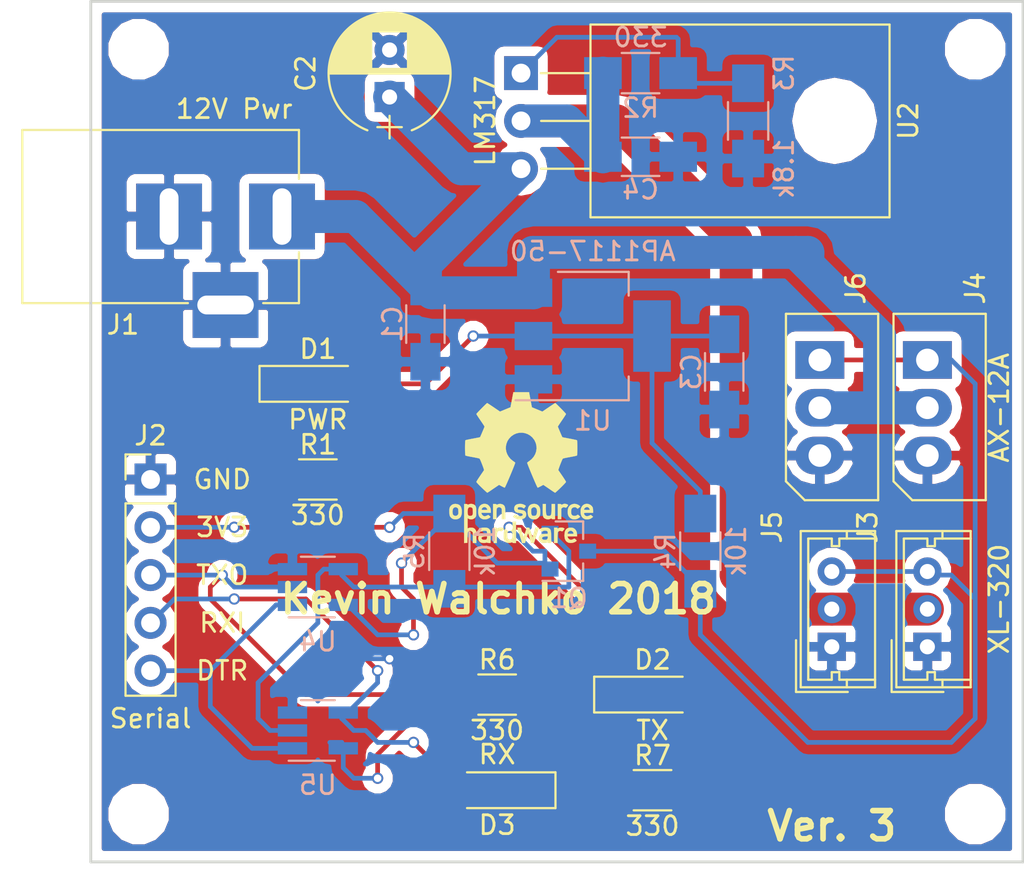
<source format=kicad_pcb>
(kicad_pcb (version 4) (host pcbnew 4.0.7)

  (general
    (links 54)
    (no_connects 0)
    (area 46.101191 12.335 100.465001 61.425)
    (thickness 1.6)
    (drawings 12)
    (tracks 167)
    (zones 0)
    (modules 30)
    (nets 15)
  )

  (page A4)
  (layers
    (0 F.Cu signal)
    (31 B.Cu signal)
    (32 B.Adhes user)
    (33 F.Adhes user)
    (34 B.Paste user)
    (35 F.Paste user)
    (36 B.SilkS user)
    (37 F.SilkS user)
    (38 B.Mask user)
    (39 F.Mask user)
    (40 Dwgs.User user)
    (41 Cmts.User user)
    (42 Eco1.User user)
    (43 Eco2.User user)
    (44 Edge.Cuts user)
    (45 Margin user)
    (46 B.CrtYd user)
    (47 F.CrtYd user)
    (48 B.Fab user)
    (49 F.Fab user)
  )

  (setup
    (last_trace_width 0.25)
    (trace_clearance 0.2)
    (zone_clearance 0.508)
    (zone_45_only no)
    (trace_min 0.2)
    (segment_width 0.2)
    (edge_width 0.15)
    (via_size 0.6)
    (via_drill 0.4)
    (via_min_size 0.4)
    (via_min_drill 0.3)
    (uvia_size 0.3)
    (uvia_drill 0.1)
    (uvias_allowed no)
    (uvia_min_size 0.3)
    (uvia_min_drill 0.1)
    (pcb_text_width 0.3)
    (pcb_text_size 1.5 1.5)
    (mod_edge_width 0.15)
    (mod_text_size 1 1)
    (mod_text_width 0.15)
    (pad_size 1.524 1.524)
    (pad_drill 0.762)
    (pad_to_mask_clearance 0.2)
    (aux_axis_origin 0 0)
    (visible_elements 7FFFFFFF)
    (pcbplotparams
      (layerselection 0x010f0_80000001)
      (usegerberextensions false)
      (excludeedgelayer true)
      (linewidth 0.100000)
      (plotframeref false)
      (viasonmask false)
      (mode 1)
      (useauxorigin false)
      (hpglpennumber 1)
      (hpglpenspeed 20)
      (hpglpendiameter 15)
      (hpglpenoverlay 2)
      (psnegative false)
      (psa4output false)
      (plotreference true)
      (plotvalue true)
      (plotinvisibletext true)
      (padsonsilk false)
      (subtractmaskfromsilk false)
      (outputformat 1)
      (mirror false)
      (drillshape 0)
      (scaleselection 1)
      (outputdirectory gerber/))
  )

  (net 0 "")
  (net 1 GND)
  (net 2 +5V)
  (net 3 +8V)
  (net 4 "Net-(D1-Pad1)")
  (net 5 RXI)
  (net 6 "Net-(D2-Pad1)")
  (net 7 TXO)
  (net 8 DTR)
  (net 9 DATA)
  (net 10 +12V)
  (net 11 "Net-(D3-Pad1)")
  (net 12 +3V3)
  (net 13 "Net-(R2-Pad2)")
  (net 14 "Net-(Q1-Pad2)")

  (net_class Default "This is the default net class."
    (clearance 0.2)
    (trace_width 0.25)
    (via_dia 0.6)
    (via_drill 0.4)
    (uvia_dia 0.3)
    (uvia_drill 0.1)
    (add_net +3V3)
    (add_net +5V)
    (add_net DATA)
    (add_net DTR)
    (add_net GND)
    (add_net "Net-(D1-Pad1)")
    (add_net "Net-(D2-Pad1)")
    (add_net "Net-(D3-Pad1)")
    (add_net "Net-(Q1-Pad2)")
    (add_net "Net-(R2-Pad2)")
    (add_net RXI)
    (add_net TXO)
  )

  (net_class High ""
    (clearance 0.2)
    (trace_width 1.75)
    (via_dia 0.6)
    (via_drill 0.4)
    (uvia_dia 0.3)
    (uvia_drill 0.1)
    (add_net +12V)
    (add_net +8V)
  )

  (module Mounting_Holes:MountingHole_2.2mm_M2 placed (layer F.Cu) (tedit 5A9C7BD4) (tstamp 5A9D1547)
    (at 97.79 16.51)
    (descr "Mounting Hole 2.2mm, no annular, M2")
    (tags "mounting hole 2.2mm no annular m2")
    (attr virtual)
    (fp_text reference "" (at 0 -3.2) (layer F.SilkS) hide
      (effects (font (size 1 1) (thickness 0.15)))
    )
    (fp_text value "" (at 0 3.2) (layer F.Fab)
      (effects (font (size 1 1) (thickness 0.15)))
    )
    (fp_text user %R (at 0.3 0) (layer F.Fab)
      (effects (font (size 1 1) (thickness 0.15)))
    )
    (fp_circle (center 0 0) (end 2.2 0) (layer Cmts.User) (width 0.15))
    (fp_circle (center 0 0) (end 2.45 0) (layer F.CrtYd) (width 0.05))
    (pad 1 np_thru_hole circle (at 0 0) (size 2.2 2.2) (drill 2.2) (layers *.Cu *.Mask))
  )

  (module Mounting_Holes:MountingHole_2.2mm_M2 placed (layer F.Cu) (tedit 5A9C7BD4) (tstamp 5A9D153F)
    (at 53.34 57.15)
    (descr "Mounting Hole 2.2mm, no annular, M2")
    (tags "mounting hole 2.2mm no annular m2")
    (attr virtual)
    (fp_text reference "" (at 0 -3.2) (layer F.SilkS) hide
      (effects (font (size 1 1) (thickness 0.15)))
    )
    (fp_text value "" (at 0 3.2) (layer F.Fab)
      (effects (font (size 1 1) (thickness 0.15)))
    )
    (fp_text user %R (at 0.3 0) (layer F.Fab)
      (effects (font (size 1 1) (thickness 0.15)))
    )
    (fp_circle (center 0 0) (end 2.2 0) (layer Cmts.User) (width 0.15))
    (fp_circle (center 0 0) (end 2.45 0) (layer F.CrtYd) (width 0.05))
    (pad 1 np_thru_hole circle (at 0 0) (size 2.2 2.2) (drill 2.2) (layers *.Cu *.Mask))
  )

  (module Mounting_Holes:MountingHole_2.2mm_M2 placed (layer F.Cu) (tedit 5A9C7BD4) (tstamp 5A9D1537)
    (at 97.79 57.15)
    (descr "Mounting Hole 2.2mm, no annular, M2")
    (tags "mounting hole 2.2mm no annular m2")
    (attr virtual)
    (fp_text reference "" (at 0 -3.2) (layer F.SilkS) hide
      (effects (font (size 1 1) (thickness 0.15)))
    )
    (fp_text value "" (at 0 3.2) (layer F.Fab)
      (effects (font (size 1 1) (thickness 0.15)))
    )
    (fp_text user %R (at 0.3 0) (layer F.Fab)
      (effects (font (size 1 1) (thickness 0.15)))
    )
    (fp_circle (center 0 0) (end 2.2 0) (layer Cmts.User) (width 0.15))
    (fp_circle (center 0 0) (end 2.45 0) (layer F.CrtYd) (width 0.05))
    (pad 1 np_thru_hole circle (at 0 0) (size 2.2 2.2) (drill 2.2) (layers *.Cu *.Mask))
  )

  (module Capacitors_SMD:C_1206_HandSoldering placed (layer B.Cu) (tedit 58AA84D1) (tstamp 5A8641F5)
    (at 68.58 31.115 270)
    (descr "Capacitor SMD 1206, hand soldering")
    (tags "capacitor 1206")
    (path /5A7F2B39)
    (attr smd)
    (fp_text reference C1 (at 0 1.75 270) (layer B.SilkS)
      (effects (font (size 1 1) (thickness 0.15)) (justify mirror))
    )
    (fp_text value .1 (at 0 -2 270) (layer B.Fab)
      (effects (font (size 1 1) (thickness 0.15)) (justify mirror))
    )
    (fp_text user %R (at 0 1.75 270) (layer B.Fab)
      (effects (font (size 1 1) (thickness 0.15)) (justify mirror))
    )
    (fp_line (start -1.6 -0.8) (end -1.6 0.8) (layer B.Fab) (width 0.1))
    (fp_line (start 1.6 -0.8) (end -1.6 -0.8) (layer B.Fab) (width 0.1))
    (fp_line (start 1.6 0.8) (end 1.6 -0.8) (layer B.Fab) (width 0.1))
    (fp_line (start -1.6 0.8) (end 1.6 0.8) (layer B.Fab) (width 0.1))
    (fp_line (start 1 1.02) (end -1 1.02) (layer B.SilkS) (width 0.12))
    (fp_line (start -1 -1.02) (end 1 -1.02) (layer B.SilkS) (width 0.12))
    (fp_line (start -3.25 1.05) (end 3.25 1.05) (layer B.CrtYd) (width 0.05))
    (fp_line (start -3.25 1.05) (end -3.25 -1.05) (layer B.CrtYd) (width 0.05))
    (fp_line (start 3.25 -1.05) (end 3.25 1.05) (layer B.CrtYd) (width 0.05))
    (fp_line (start 3.25 -1.05) (end -3.25 -1.05) (layer B.CrtYd) (width 0.05))
    (pad 1 smd rect (at -2 0 270) (size 2 1.6) (layers B.Cu B.Paste B.Mask)
      (net 10 +12V))
    (pad 2 smd rect (at 2 0 270) (size 2 1.6) (layers B.Cu B.Paste B.Mask)
      (net 1 GND))
    (model Capacitors_SMD.3dshapes/C_1206.wrl
      (at (xyz 0 0 0))
      (scale (xyz 1 1 1))
      (rotate (xyz 0 0 0))
    )
  )

  (module Capacitors_THT:CP_Radial_D6.3mm_P2.50mm placed (layer F.Cu) (tedit 597BC7C2) (tstamp 5A86428A)
    (at 66.675 19.05 90)
    (descr "CP, Radial series, Radial, pin pitch=2.50mm, , diameter=6.3mm, Electrolytic Capacitor")
    (tags "CP Radial series Radial pin pitch 2.50mm  diameter 6.3mm Electrolytic Capacitor")
    (path /5A7F1A59)
    (fp_text reference C2 (at 1.25 -4.46 90) (layer F.SilkS)
      (effects (font (size 1 1) (thickness 0.15)))
    )
    (fp_text value 10 (at 1.25 4.46 90) (layer F.Fab)
      (effects (font (size 1 1) (thickness 0.15)))
    )
    (fp_arc (start 1.25 0) (end -1.767482 -1.18) (angle 137.3) (layer F.SilkS) (width 0.12))
    (fp_arc (start 1.25 0) (end -1.767482 1.18) (angle -137.3) (layer F.SilkS) (width 0.12))
    (fp_arc (start 1.25 0) (end 4.267482 -1.18) (angle 42.7) (layer F.SilkS) (width 0.12))
    (fp_circle (center 1.25 0) (end 4.4 0) (layer F.Fab) (width 0.1))
    (fp_line (start -2.2 0) (end -1 0) (layer F.Fab) (width 0.1))
    (fp_line (start -1.6 -0.65) (end -1.6 0.65) (layer F.Fab) (width 0.1))
    (fp_line (start 1.25 -3.2) (end 1.25 3.2) (layer F.SilkS) (width 0.12))
    (fp_line (start 1.29 -3.2) (end 1.29 3.2) (layer F.SilkS) (width 0.12))
    (fp_line (start 1.33 -3.2) (end 1.33 3.2) (layer F.SilkS) (width 0.12))
    (fp_line (start 1.37 -3.198) (end 1.37 3.198) (layer F.SilkS) (width 0.12))
    (fp_line (start 1.41 -3.197) (end 1.41 3.197) (layer F.SilkS) (width 0.12))
    (fp_line (start 1.45 -3.194) (end 1.45 3.194) (layer F.SilkS) (width 0.12))
    (fp_line (start 1.49 -3.192) (end 1.49 3.192) (layer F.SilkS) (width 0.12))
    (fp_line (start 1.53 -3.188) (end 1.53 -0.98) (layer F.SilkS) (width 0.12))
    (fp_line (start 1.53 0.98) (end 1.53 3.188) (layer F.SilkS) (width 0.12))
    (fp_line (start 1.57 -3.185) (end 1.57 -0.98) (layer F.SilkS) (width 0.12))
    (fp_line (start 1.57 0.98) (end 1.57 3.185) (layer F.SilkS) (width 0.12))
    (fp_line (start 1.61 -3.18) (end 1.61 -0.98) (layer F.SilkS) (width 0.12))
    (fp_line (start 1.61 0.98) (end 1.61 3.18) (layer F.SilkS) (width 0.12))
    (fp_line (start 1.65 -3.176) (end 1.65 -0.98) (layer F.SilkS) (width 0.12))
    (fp_line (start 1.65 0.98) (end 1.65 3.176) (layer F.SilkS) (width 0.12))
    (fp_line (start 1.69 -3.17) (end 1.69 -0.98) (layer F.SilkS) (width 0.12))
    (fp_line (start 1.69 0.98) (end 1.69 3.17) (layer F.SilkS) (width 0.12))
    (fp_line (start 1.73 -3.165) (end 1.73 -0.98) (layer F.SilkS) (width 0.12))
    (fp_line (start 1.73 0.98) (end 1.73 3.165) (layer F.SilkS) (width 0.12))
    (fp_line (start 1.77 -3.158) (end 1.77 -0.98) (layer F.SilkS) (width 0.12))
    (fp_line (start 1.77 0.98) (end 1.77 3.158) (layer F.SilkS) (width 0.12))
    (fp_line (start 1.81 -3.152) (end 1.81 -0.98) (layer F.SilkS) (width 0.12))
    (fp_line (start 1.81 0.98) (end 1.81 3.152) (layer F.SilkS) (width 0.12))
    (fp_line (start 1.85 -3.144) (end 1.85 -0.98) (layer F.SilkS) (width 0.12))
    (fp_line (start 1.85 0.98) (end 1.85 3.144) (layer F.SilkS) (width 0.12))
    (fp_line (start 1.89 -3.137) (end 1.89 -0.98) (layer F.SilkS) (width 0.12))
    (fp_line (start 1.89 0.98) (end 1.89 3.137) (layer F.SilkS) (width 0.12))
    (fp_line (start 1.93 -3.128) (end 1.93 -0.98) (layer F.SilkS) (width 0.12))
    (fp_line (start 1.93 0.98) (end 1.93 3.128) (layer F.SilkS) (width 0.12))
    (fp_line (start 1.971 -3.119) (end 1.971 -0.98) (layer F.SilkS) (width 0.12))
    (fp_line (start 1.971 0.98) (end 1.971 3.119) (layer F.SilkS) (width 0.12))
    (fp_line (start 2.011 -3.11) (end 2.011 -0.98) (layer F.SilkS) (width 0.12))
    (fp_line (start 2.011 0.98) (end 2.011 3.11) (layer F.SilkS) (width 0.12))
    (fp_line (start 2.051 -3.1) (end 2.051 -0.98) (layer F.SilkS) (width 0.12))
    (fp_line (start 2.051 0.98) (end 2.051 3.1) (layer F.SilkS) (width 0.12))
    (fp_line (start 2.091 -3.09) (end 2.091 -0.98) (layer F.SilkS) (width 0.12))
    (fp_line (start 2.091 0.98) (end 2.091 3.09) (layer F.SilkS) (width 0.12))
    (fp_line (start 2.131 -3.079) (end 2.131 -0.98) (layer F.SilkS) (width 0.12))
    (fp_line (start 2.131 0.98) (end 2.131 3.079) (layer F.SilkS) (width 0.12))
    (fp_line (start 2.171 -3.067) (end 2.171 -0.98) (layer F.SilkS) (width 0.12))
    (fp_line (start 2.171 0.98) (end 2.171 3.067) (layer F.SilkS) (width 0.12))
    (fp_line (start 2.211 -3.055) (end 2.211 -0.98) (layer F.SilkS) (width 0.12))
    (fp_line (start 2.211 0.98) (end 2.211 3.055) (layer F.SilkS) (width 0.12))
    (fp_line (start 2.251 -3.042) (end 2.251 -0.98) (layer F.SilkS) (width 0.12))
    (fp_line (start 2.251 0.98) (end 2.251 3.042) (layer F.SilkS) (width 0.12))
    (fp_line (start 2.291 -3.029) (end 2.291 -0.98) (layer F.SilkS) (width 0.12))
    (fp_line (start 2.291 0.98) (end 2.291 3.029) (layer F.SilkS) (width 0.12))
    (fp_line (start 2.331 -3.015) (end 2.331 -0.98) (layer F.SilkS) (width 0.12))
    (fp_line (start 2.331 0.98) (end 2.331 3.015) (layer F.SilkS) (width 0.12))
    (fp_line (start 2.371 -3.001) (end 2.371 -0.98) (layer F.SilkS) (width 0.12))
    (fp_line (start 2.371 0.98) (end 2.371 3.001) (layer F.SilkS) (width 0.12))
    (fp_line (start 2.411 -2.986) (end 2.411 -0.98) (layer F.SilkS) (width 0.12))
    (fp_line (start 2.411 0.98) (end 2.411 2.986) (layer F.SilkS) (width 0.12))
    (fp_line (start 2.451 -2.97) (end 2.451 -0.98) (layer F.SilkS) (width 0.12))
    (fp_line (start 2.451 0.98) (end 2.451 2.97) (layer F.SilkS) (width 0.12))
    (fp_line (start 2.491 -2.954) (end 2.491 -0.98) (layer F.SilkS) (width 0.12))
    (fp_line (start 2.491 0.98) (end 2.491 2.954) (layer F.SilkS) (width 0.12))
    (fp_line (start 2.531 -2.937) (end 2.531 -0.98) (layer F.SilkS) (width 0.12))
    (fp_line (start 2.531 0.98) (end 2.531 2.937) (layer F.SilkS) (width 0.12))
    (fp_line (start 2.571 -2.919) (end 2.571 -0.98) (layer F.SilkS) (width 0.12))
    (fp_line (start 2.571 0.98) (end 2.571 2.919) (layer F.SilkS) (width 0.12))
    (fp_line (start 2.611 -2.901) (end 2.611 -0.98) (layer F.SilkS) (width 0.12))
    (fp_line (start 2.611 0.98) (end 2.611 2.901) (layer F.SilkS) (width 0.12))
    (fp_line (start 2.651 -2.882) (end 2.651 -0.98) (layer F.SilkS) (width 0.12))
    (fp_line (start 2.651 0.98) (end 2.651 2.882) (layer F.SilkS) (width 0.12))
    (fp_line (start 2.691 -2.863) (end 2.691 -0.98) (layer F.SilkS) (width 0.12))
    (fp_line (start 2.691 0.98) (end 2.691 2.863) (layer F.SilkS) (width 0.12))
    (fp_line (start 2.731 -2.843) (end 2.731 -0.98) (layer F.SilkS) (width 0.12))
    (fp_line (start 2.731 0.98) (end 2.731 2.843) (layer F.SilkS) (width 0.12))
    (fp_line (start 2.771 -2.822) (end 2.771 -0.98) (layer F.SilkS) (width 0.12))
    (fp_line (start 2.771 0.98) (end 2.771 2.822) (layer F.SilkS) (width 0.12))
    (fp_line (start 2.811 -2.8) (end 2.811 -0.98) (layer F.SilkS) (width 0.12))
    (fp_line (start 2.811 0.98) (end 2.811 2.8) (layer F.SilkS) (width 0.12))
    (fp_line (start 2.851 -2.778) (end 2.851 -0.98) (layer F.SilkS) (width 0.12))
    (fp_line (start 2.851 0.98) (end 2.851 2.778) (layer F.SilkS) (width 0.12))
    (fp_line (start 2.891 -2.755) (end 2.891 -0.98) (layer F.SilkS) (width 0.12))
    (fp_line (start 2.891 0.98) (end 2.891 2.755) (layer F.SilkS) (width 0.12))
    (fp_line (start 2.931 -2.731) (end 2.931 -0.98) (layer F.SilkS) (width 0.12))
    (fp_line (start 2.931 0.98) (end 2.931 2.731) (layer F.SilkS) (width 0.12))
    (fp_line (start 2.971 -2.706) (end 2.971 -0.98) (layer F.SilkS) (width 0.12))
    (fp_line (start 2.971 0.98) (end 2.971 2.706) (layer F.SilkS) (width 0.12))
    (fp_line (start 3.011 -2.681) (end 3.011 -0.98) (layer F.SilkS) (width 0.12))
    (fp_line (start 3.011 0.98) (end 3.011 2.681) (layer F.SilkS) (width 0.12))
    (fp_line (start 3.051 -2.654) (end 3.051 -0.98) (layer F.SilkS) (width 0.12))
    (fp_line (start 3.051 0.98) (end 3.051 2.654) (layer F.SilkS) (width 0.12))
    (fp_line (start 3.091 -2.627) (end 3.091 -0.98) (layer F.SilkS) (width 0.12))
    (fp_line (start 3.091 0.98) (end 3.091 2.627) (layer F.SilkS) (width 0.12))
    (fp_line (start 3.131 -2.599) (end 3.131 -0.98) (layer F.SilkS) (width 0.12))
    (fp_line (start 3.131 0.98) (end 3.131 2.599) (layer F.SilkS) (width 0.12))
    (fp_line (start 3.171 -2.57) (end 3.171 -0.98) (layer F.SilkS) (width 0.12))
    (fp_line (start 3.171 0.98) (end 3.171 2.57) (layer F.SilkS) (width 0.12))
    (fp_line (start 3.211 -2.54) (end 3.211 -0.98) (layer F.SilkS) (width 0.12))
    (fp_line (start 3.211 0.98) (end 3.211 2.54) (layer F.SilkS) (width 0.12))
    (fp_line (start 3.251 -2.51) (end 3.251 -0.98) (layer F.SilkS) (width 0.12))
    (fp_line (start 3.251 0.98) (end 3.251 2.51) (layer F.SilkS) (width 0.12))
    (fp_line (start 3.291 -2.478) (end 3.291 -0.98) (layer F.SilkS) (width 0.12))
    (fp_line (start 3.291 0.98) (end 3.291 2.478) (layer F.SilkS) (width 0.12))
    (fp_line (start 3.331 -2.445) (end 3.331 -0.98) (layer F.SilkS) (width 0.12))
    (fp_line (start 3.331 0.98) (end 3.331 2.445) (layer F.SilkS) (width 0.12))
    (fp_line (start 3.371 -2.411) (end 3.371 -0.98) (layer F.SilkS) (width 0.12))
    (fp_line (start 3.371 0.98) (end 3.371 2.411) (layer F.SilkS) (width 0.12))
    (fp_line (start 3.411 -2.375) (end 3.411 -0.98) (layer F.SilkS) (width 0.12))
    (fp_line (start 3.411 0.98) (end 3.411 2.375) (layer F.SilkS) (width 0.12))
    (fp_line (start 3.451 -2.339) (end 3.451 -0.98) (layer F.SilkS) (width 0.12))
    (fp_line (start 3.451 0.98) (end 3.451 2.339) (layer F.SilkS) (width 0.12))
    (fp_line (start 3.491 -2.301) (end 3.491 2.301) (layer F.SilkS) (width 0.12))
    (fp_line (start 3.531 -2.262) (end 3.531 2.262) (layer F.SilkS) (width 0.12))
    (fp_line (start 3.571 -2.222) (end 3.571 2.222) (layer F.SilkS) (width 0.12))
    (fp_line (start 3.611 -2.18) (end 3.611 2.18) (layer F.SilkS) (width 0.12))
    (fp_line (start 3.651 -2.137) (end 3.651 2.137) (layer F.SilkS) (width 0.12))
    (fp_line (start 3.691 -2.092) (end 3.691 2.092) (layer F.SilkS) (width 0.12))
    (fp_line (start 3.731 -2.045) (end 3.731 2.045) (layer F.SilkS) (width 0.12))
    (fp_line (start 3.771 -1.997) (end 3.771 1.997) (layer F.SilkS) (width 0.12))
    (fp_line (start 3.811 -1.946) (end 3.811 1.946) (layer F.SilkS) (width 0.12))
    (fp_line (start 3.851 -1.894) (end 3.851 1.894) (layer F.SilkS) (width 0.12))
    (fp_line (start 3.891 -1.839) (end 3.891 1.839) (layer F.SilkS) (width 0.12))
    (fp_line (start 3.931 -1.781) (end 3.931 1.781) (layer F.SilkS) (width 0.12))
    (fp_line (start 3.971 -1.721) (end 3.971 1.721) (layer F.SilkS) (width 0.12))
    (fp_line (start 4.011 -1.658) (end 4.011 1.658) (layer F.SilkS) (width 0.12))
    (fp_line (start 4.051 -1.591) (end 4.051 1.591) (layer F.SilkS) (width 0.12))
    (fp_line (start 4.091 -1.52) (end 4.091 1.52) (layer F.SilkS) (width 0.12))
    (fp_line (start 4.131 -1.445) (end 4.131 1.445) (layer F.SilkS) (width 0.12))
    (fp_line (start 4.171 -1.364) (end 4.171 1.364) (layer F.SilkS) (width 0.12))
    (fp_line (start 4.211 -1.278) (end 4.211 1.278) (layer F.SilkS) (width 0.12))
    (fp_line (start 4.251 -1.184) (end 4.251 1.184) (layer F.SilkS) (width 0.12))
    (fp_line (start 4.291 -1.081) (end 4.291 1.081) (layer F.SilkS) (width 0.12))
    (fp_line (start 4.331 -0.966) (end 4.331 0.966) (layer F.SilkS) (width 0.12))
    (fp_line (start 4.371 -0.834) (end 4.371 0.834) (layer F.SilkS) (width 0.12))
    (fp_line (start 4.411 -0.676) (end 4.411 0.676) (layer F.SilkS) (width 0.12))
    (fp_line (start 4.451 -0.468) (end 4.451 0.468) (layer F.SilkS) (width 0.12))
    (fp_line (start -2.2 0) (end -1 0) (layer F.SilkS) (width 0.12))
    (fp_line (start -1.6 -0.65) (end -1.6 0.65) (layer F.SilkS) (width 0.12))
    (fp_line (start -2.25 -3.5) (end -2.25 3.5) (layer F.CrtYd) (width 0.05))
    (fp_line (start -2.25 3.5) (end 4.75 3.5) (layer F.CrtYd) (width 0.05))
    (fp_line (start 4.75 3.5) (end 4.75 -3.5) (layer F.CrtYd) (width 0.05))
    (fp_line (start 4.75 -3.5) (end -2.25 -3.5) (layer F.CrtYd) (width 0.05))
    (fp_text user %R (at 1.25 0 90) (layer F.Fab)
      (effects (font (size 1 1) (thickness 0.15)))
    )
    (pad 1 thru_hole rect (at 0 0 90) (size 1.6 1.6) (drill 0.8) (layers *.Cu *.Mask)
      (net 10 +12V))
    (pad 2 thru_hole circle (at 2.5 0 90) (size 1.6 1.6) (drill 0.8) (layers *.Cu *.Mask)
      (net 1 GND))
    (model ${KISYS3DMOD}/Capacitors_THT.3dshapes/CP_Radial_D6.3mm_P2.50mm.wrl
      (at (xyz 0 0 0))
      (scale (xyz 1 1 1))
      (rotate (xyz 0 0 0))
    )
  )

  (module Capacitors_SMD:C_1206_HandSoldering placed (layer B.Cu) (tedit 58AA84D1) (tstamp 5A86429B)
    (at 84.455 33.655 270)
    (descr "Capacitor SMD 1206, hand soldering")
    (tags "capacitor 1206")
    (path /5A7F2931)
    (attr smd)
    (fp_text reference C3 (at 0 1.75 270) (layer B.SilkS)
      (effects (font (size 1 1) (thickness 0.15)) (justify mirror))
    )
    (fp_text value .1 (at 0 -2 270) (layer B.Fab)
      (effects (font (size 1 1) (thickness 0.15)) (justify mirror))
    )
    (fp_text user %R (at 0 1.75 270) (layer B.Fab)
      (effects (font (size 1 1) (thickness 0.15)) (justify mirror))
    )
    (fp_line (start -1.6 -0.8) (end -1.6 0.8) (layer B.Fab) (width 0.1))
    (fp_line (start 1.6 -0.8) (end -1.6 -0.8) (layer B.Fab) (width 0.1))
    (fp_line (start 1.6 0.8) (end 1.6 -0.8) (layer B.Fab) (width 0.1))
    (fp_line (start -1.6 0.8) (end 1.6 0.8) (layer B.Fab) (width 0.1))
    (fp_line (start 1 1.02) (end -1 1.02) (layer B.SilkS) (width 0.12))
    (fp_line (start -1 -1.02) (end 1 -1.02) (layer B.SilkS) (width 0.12))
    (fp_line (start -3.25 1.05) (end 3.25 1.05) (layer B.CrtYd) (width 0.05))
    (fp_line (start -3.25 1.05) (end -3.25 -1.05) (layer B.CrtYd) (width 0.05))
    (fp_line (start 3.25 -1.05) (end 3.25 1.05) (layer B.CrtYd) (width 0.05))
    (fp_line (start 3.25 -1.05) (end -3.25 -1.05) (layer B.CrtYd) (width 0.05))
    (pad 1 smd rect (at -2 0 270) (size 2 1.6) (layers B.Cu B.Paste B.Mask)
      (net 2 +5V))
    (pad 2 smd rect (at 2 0 270) (size 2 1.6) (layers B.Cu B.Paste B.Mask)
      (net 1 GND))
    (model Capacitors_SMD.3dshapes/C_1206.wrl
      (at (xyz 0 0 0))
      (scale (xyz 1 1 1))
      (rotate (xyz 0 0 0))
    )
  )

  (module Capacitors_SMD:C_1206_HandSoldering placed (layer B.Cu) (tedit 58AA84D1) (tstamp 5A8642AC)
    (at 80.01 22.225)
    (descr "Capacitor SMD 1206, hand soldering")
    (tags "capacitor 1206")
    (path /5A7F1ABA)
    (attr smd)
    (fp_text reference C4 (at 0 1.75) (layer B.SilkS)
      (effects (font (size 1 1) (thickness 0.15)) (justify mirror))
    )
    (fp_text value .1 (at 0 -2) (layer B.Fab)
      (effects (font (size 1 1) (thickness 0.15)) (justify mirror))
    )
    (fp_text user %R (at 0 1.75) (layer B.Fab)
      (effects (font (size 1 1) (thickness 0.15)) (justify mirror))
    )
    (fp_line (start -1.6 -0.8) (end -1.6 0.8) (layer B.Fab) (width 0.1))
    (fp_line (start 1.6 -0.8) (end -1.6 -0.8) (layer B.Fab) (width 0.1))
    (fp_line (start 1.6 0.8) (end 1.6 -0.8) (layer B.Fab) (width 0.1))
    (fp_line (start -1.6 0.8) (end 1.6 0.8) (layer B.Fab) (width 0.1))
    (fp_line (start 1 1.02) (end -1 1.02) (layer B.SilkS) (width 0.12))
    (fp_line (start -1 -1.02) (end 1 -1.02) (layer B.SilkS) (width 0.12))
    (fp_line (start -3.25 1.05) (end 3.25 1.05) (layer B.CrtYd) (width 0.05))
    (fp_line (start -3.25 1.05) (end -3.25 -1.05) (layer B.CrtYd) (width 0.05))
    (fp_line (start 3.25 -1.05) (end 3.25 1.05) (layer B.CrtYd) (width 0.05))
    (fp_line (start 3.25 -1.05) (end -3.25 -1.05) (layer B.CrtYd) (width 0.05))
    (pad 1 smd rect (at -2 0) (size 2 1.6) (layers B.Cu B.Paste B.Mask)
      (net 3 +8V))
    (pad 2 smd rect (at 2 0) (size 2 1.6) (layers B.Cu B.Paste B.Mask)
      (net 1 GND))
    (model Capacitors_SMD.3dshapes/C_1206.wrl
      (at (xyz 0 0 0))
      (scale (xyz 1 1 1))
      (rotate (xyz 0 0 0))
    )
  )

  (module LEDs:LED_1206_HandSoldering placed (layer F.Cu) (tedit 5A9B0298) (tstamp 5A8642C1)
    (at 62.865 34.29)
    (descr "LED SMD 1206, hand soldering")
    (tags "LED 1206")
    (path /5A8A8F0B)
    (attr smd)
    (fp_text reference D1 (at 0 -1.85) (layer F.SilkS)
      (effects (font (size 1 1) (thickness 0.15)))
    )
    (fp_text value PWR (at 0 1.9) (layer F.SilkS)
      (effects (font (size 1 1) (thickness 0.15)))
    )
    (fp_line (start -3.1 -0.95) (end -3.1 0.95) (layer F.SilkS) (width 0.12))
    (fp_line (start -0.4 0) (end 0.2 -0.4) (layer F.Fab) (width 0.1))
    (fp_line (start 0.2 -0.4) (end 0.2 0.4) (layer F.Fab) (width 0.1))
    (fp_line (start 0.2 0.4) (end -0.4 0) (layer F.Fab) (width 0.1))
    (fp_line (start -0.45 -0.4) (end -0.45 0.4) (layer F.Fab) (width 0.1))
    (fp_line (start -1.6 0.8) (end -1.6 -0.8) (layer F.Fab) (width 0.1))
    (fp_line (start 1.6 0.8) (end -1.6 0.8) (layer F.Fab) (width 0.1))
    (fp_line (start 1.6 -0.8) (end 1.6 0.8) (layer F.Fab) (width 0.1))
    (fp_line (start -1.6 -0.8) (end 1.6 -0.8) (layer F.Fab) (width 0.1))
    (fp_line (start -3.1 0.95) (end 1.6 0.95) (layer F.SilkS) (width 0.12))
    (fp_line (start -3.1 -0.95) (end 1.6 -0.95) (layer F.SilkS) (width 0.12))
    (fp_line (start -3.25 -1.11) (end 3.25 -1.11) (layer F.CrtYd) (width 0.05))
    (fp_line (start -3.25 -1.11) (end -3.25 1.1) (layer F.CrtYd) (width 0.05))
    (fp_line (start 3.25 1.1) (end 3.25 -1.11) (layer F.CrtYd) (width 0.05))
    (fp_line (start 3.25 1.1) (end -3.25 1.1) (layer F.CrtYd) (width 0.05))
    (pad 1 smd rect (at -2 0) (size 2 1.7) (layers F.Cu F.Paste F.Mask)
      (net 4 "Net-(D1-Pad1)"))
    (pad 2 smd rect (at 2 0) (size 2 1.7) (layers F.Cu F.Paste F.Mask)
      (net 2 +5V))
    (model ${KISYS3DMOD}/LEDs.3dshapes/LED_1206.wrl
      (at (xyz 0 0 0))
      (scale (xyz 1 1 1))
      (rotate (xyz 0 0 180))
    )
  )

  (module LEDs:LED_1206_HandSoldering placed (layer F.Cu) (tedit 5A9B02AE) (tstamp 5A8642D6)
    (at 80.645 50.8)
    (descr "LED SMD 1206, hand soldering")
    (tags "LED 1206")
    (path /5A9DFE5C)
    (attr smd)
    (fp_text reference D2 (at 0 -1.85) (layer F.SilkS)
      (effects (font (size 1 1) (thickness 0.15)))
    )
    (fp_text value TX (at 0 1.9) (layer F.SilkS)
      (effects (font (size 1 1) (thickness 0.15)))
    )
    (fp_line (start -3.1 -0.95) (end -3.1 0.95) (layer F.SilkS) (width 0.12))
    (fp_line (start -0.4 0) (end 0.2 -0.4) (layer F.Fab) (width 0.1))
    (fp_line (start 0.2 -0.4) (end 0.2 0.4) (layer F.Fab) (width 0.1))
    (fp_line (start 0.2 0.4) (end -0.4 0) (layer F.Fab) (width 0.1))
    (fp_line (start -0.45 -0.4) (end -0.45 0.4) (layer F.Fab) (width 0.1))
    (fp_line (start -1.6 0.8) (end -1.6 -0.8) (layer F.Fab) (width 0.1))
    (fp_line (start 1.6 0.8) (end -1.6 0.8) (layer F.Fab) (width 0.1))
    (fp_line (start 1.6 -0.8) (end 1.6 0.8) (layer F.Fab) (width 0.1))
    (fp_line (start -1.6 -0.8) (end 1.6 -0.8) (layer F.Fab) (width 0.1))
    (fp_line (start -3.1 0.95) (end 1.6 0.95) (layer F.SilkS) (width 0.12))
    (fp_line (start -3.1 -0.95) (end 1.6 -0.95) (layer F.SilkS) (width 0.12))
    (fp_line (start -3.25 -1.11) (end 3.25 -1.11) (layer F.CrtYd) (width 0.05))
    (fp_line (start -3.25 -1.11) (end -3.25 1.1) (layer F.CrtYd) (width 0.05))
    (fp_line (start 3.25 1.1) (end 3.25 -1.11) (layer F.CrtYd) (width 0.05))
    (fp_line (start 3.25 1.1) (end -3.25 1.1) (layer F.CrtYd) (width 0.05))
    (pad 1 smd rect (at -2 0) (size 2 1.7) (layers F.Cu F.Paste F.Mask)
      (net 6 "Net-(D2-Pad1)"))
    (pad 2 smd rect (at 2 0) (size 2 1.7) (layers F.Cu F.Paste F.Mask)
      (net 12 +3V3))
    (model ${KISYS3DMOD}/LEDs.3dshapes/LED_1206.wrl
      (at (xyz 0 0 0))
      (scale (xyz 1 1 1))
      (rotate (xyz 0 0 180))
    )
  )

  (module Connectors:BARREL_JACK placed (layer F.Cu) (tedit 5A9CBF20) (tstamp 5A8642F5)
    (at 60.96 25.4)
    (descr "DC Barrel Jack")
    (tags "Power Jack")
    (path /5A7F181C)
    (fp_text reference J1 (at -8.45 5.75 180) (layer F.SilkS)
      (effects (font (size 1 1) (thickness 0.15)))
    )
    (fp_text value "12V Pwr" (at -2.54 -5.715) (layer F.SilkS)
      (effects (font (size 1 1) (thickness 0.15)))
    )
    (fp_line (start 1 -4.5) (end 1 -4.75) (layer F.CrtYd) (width 0.05))
    (fp_line (start 1 -4.75) (end -14 -4.75) (layer F.CrtYd) (width 0.05))
    (fp_line (start 1 -4.5) (end 1 -2) (layer F.CrtYd) (width 0.05))
    (fp_line (start 1 -2) (end 2 -2) (layer F.CrtYd) (width 0.05))
    (fp_line (start 2 -2) (end 2 2) (layer F.CrtYd) (width 0.05))
    (fp_line (start 2 2) (end 1 2) (layer F.CrtYd) (width 0.05))
    (fp_line (start 1 2) (end 1 4.75) (layer F.CrtYd) (width 0.05))
    (fp_line (start 1 4.75) (end -1 4.75) (layer F.CrtYd) (width 0.05))
    (fp_line (start -1 4.75) (end -1 6.75) (layer F.CrtYd) (width 0.05))
    (fp_line (start -1 6.75) (end -5 6.75) (layer F.CrtYd) (width 0.05))
    (fp_line (start -5 6.75) (end -5 4.75) (layer F.CrtYd) (width 0.05))
    (fp_line (start -5 4.75) (end -14 4.75) (layer F.CrtYd) (width 0.05))
    (fp_line (start -14 4.75) (end -14 -4.75) (layer F.CrtYd) (width 0.05))
    (fp_line (start -5 4.6) (end -13.8 4.6) (layer F.SilkS) (width 0.12))
    (fp_line (start -13.8 4.6) (end -13.8 -4.6) (layer F.SilkS) (width 0.12))
    (fp_line (start 0.9 1.9) (end 0.9 4.6) (layer F.SilkS) (width 0.12))
    (fp_line (start 0.9 4.6) (end -1 4.6) (layer F.SilkS) (width 0.12))
    (fp_line (start -13.8 -4.6) (end 0.9 -4.6) (layer F.SilkS) (width 0.12))
    (fp_line (start 0.9 -4.6) (end 0.9 -2) (layer F.SilkS) (width 0.12))
    (fp_line (start -10.2 -4.5) (end -10.2 4.5) (layer F.Fab) (width 0.1))
    (fp_line (start -13.7 -4.5) (end -13.7 4.5) (layer F.Fab) (width 0.1))
    (fp_line (start -13.7 4.5) (end 0.8 4.5) (layer F.Fab) (width 0.1))
    (fp_line (start 0.8 4.5) (end 0.8 -4.5) (layer F.Fab) (width 0.1))
    (fp_line (start 0.8 -4.5) (end -13.7 -4.5) (layer F.Fab) (width 0.1))
    (pad 1 thru_hole rect (at 0 0) (size 3.5 3.5) (drill oval 1 3) (layers *.Cu *.Mask)
      (net 10 +12V))
    (pad 2 thru_hole rect (at -6 0) (size 3.5 3.5) (drill oval 1 3) (layers *.Cu *.Mask)
      (net 1 GND))
    (pad 3 thru_hole rect (at -3 4.7) (size 3.5 3.5) (drill oval 3 1) (layers *.Cu *.Mask)
      (net 1 GND))
  )

  (module Resistors_SMD:R_1206_HandSoldering placed (layer F.Cu) (tedit 5A9B05E1) (tstamp 5A864359)
    (at 62.865 39.37)
    (descr "Resistor SMD 1206, hand soldering")
    (tags "resistor 1206")
    (path /5A8A8EB0)
    (attr smd)
    (fp_text reference R1 (at 0 -1.85) (layer F.SilkS)
      (effects (font (size 1 1) (thickness 0.15)))
    )
    (fp_text value 330 (at 0 1.9) (layer F.SilkS)
      (effects (font (size 1 1) (thickness 0.15)))
    )
    (fp_text user %R (at 0 0) (layer F.Fab)
      (effects (font (size 0.7 0.7) (thickness 0.105)))
    )
    (fp_line (start -1.6 0.8) (end -1.6 -0.8) (layer F.Fab) (width 0.1))
    (fp_line (start 1.6 0.8) (end -1.6 0.8) (layer F.Fab) (width 0.1))
    (fp_line (start 1.6 -0.8) (end 1.6 0.8) (layer F.Fab) (width 0.1))
    (fp_line (start -1.6 -0.8) (end 1.6 -0.8) (layer F.Fab) (width 0.1))
    (fp_line (start 1 1.07) (end -1 1.07) (layer F.SilkS) (width 0.12))
    (fp_line (start -1 -1.07) (end 1 -1.07) (layer F.SilkS) (width 0.12))
    (fp_line (start -3.25 -1.11) (end 3.25 -1.11) (layer F.CrtYd) (width 0.05))
    (fp_line (start -3.25 -1.11) (end -3.25 1.1) (layer F.CrtYd) (width 0.05))
    (fp_line (start 3.25 1.1) (end 3.25 -1.11) (layer F.CrtYd) (width 0.05))
    (fp_line (start 3.25 1.1) (end -3.25 1.1) (layer F.CrtYd) (width 0.05))
    (pad 1 smd rect (at -2 0) (size 2 1.7) (layers F.Cu F.Paste F.Mask)
      (net 4 "Net-(D1-Pad1)"))
    (pad 2 smd rect (at 2 0) (size 2 1.7) (layers F.Cu F.Paste F.Mask)
      (net 1 GND))
    (model ${KISYS3DMOD}/Resistors_SMD.3dshapes/R_1206.wrl
      (at (xyz 0 0 0))
      (scale (xyz 1 1 1))
      (rotate (xyz 0 0 0))
    )
  )

  (module Resistors_SMD:R_1206_HandSoldering placed (layer B.Cu) (tedit 5A9B05D1) (tstamp 5A86436A)
    (at 80.01 17.78)
    (descr "Resistor SMD 1206, hand soldering")
    (tags "resistor 1206")
    (path /5A7F1770)
    (attr smd)
    (fp_text reference R2 (at 0 1.85) (layer B.SilkS)
      (effects (font (size 1 1) (thickness 0.15)) (justify mirror))
    )
    (fp_text value 330 (at 0 -1.9) (layer B.SilkS)
      (effects (font (size 1 1) (thickness 0.15)) (justify mirror))
    )
    (fp_text user %R (at 0 0) (layer B.Fab)
      (effects (font (size 0.7 0.7) (thickness 0.105)) (justify mirror))
    )
    (fp_line (start -1.6 -0.8) (end -1.6 0.8) (layer B.Fab) (width 0.1))
    (fp_line (start 1.6 -0.8) (end -1.6 -0.8) (layer B.Fab) (width 0.1))
    (fp_line (start 1.6 0.8) (end 1.6 -0.8) (layer B.Fab) (width 0.1))
    (fp_line (start -1.6 0.8) (end 1.6 0.8) (layer B.Fab) (width 0.1))
    (fp_line (start 1 -1.07) (end -1 -1.07) (layer B.SilkS) (width 0.12))
    (fp_line (start -1 1.07) (end 1 1.07) (layer B.SilkS) (width 0.12))
    (fp_line (start -3.25 1.11) (end 3.25 1.11) (layer B.CrtYd) (width 0.05))
    (fp_line (start -3.25 1.11) (end -3.25 -1.1) (layer B.CrtYd) (width 0.05))
    (fp_line (start 3.25 -1.1) (end 3.25 1.11) (layer B.CrtYd) (width 0.05))
    (fp_line (start 3.25 -1.1) (end -3.25 -1.1) (layer B.CrtYd) (width 0.05))
    (pad 1 smd rect (at -2 0) (size 2 1.7) (layers B.Cu B.Paste B.Mask)
      (net 3 +8V))
    (pad 2 smd rect (at 2 0) (size 2 1.7) (layers B.Cu B.Paste B.Mask)
      (net 13 "Net-(R2-Pad2)"))
    (model ${KISYS3DMOD}/Resistors_SMD.3dshapes/R_1206.wrl
      (at (xyz 0 0 0))
      (scale (xyz 1 1 1))
      (rotate (xyz 0 0 0))
    )
  )

  (module Resistors_SMD:R_1206_HandSoldering placed (layer B.Cu) (tedit 5A9E1711) (tstamp 5A86437B)
    (at 85.725 20.32 270)
    (descr "Resistor SMD 1206, hand soldering")
    (tags "resistor 1206")
    (path /5A7F17CA)
    (attr smd)
    (fp_text reference R3 (at -2.54 -1.905 270) (layer B.SilkS)
      (effects (font (size 1 1) (thickness 0.15)) (justify mirror))
    )
    (fp_text value 1.8k (at 2.54 -1.905 270) (layer B.SilkS)
      (effects (font (size 1 1) (thickness 0.15)) (justify mirror))
    )
    (fp_text user %R (at 0 0 270) (layer B.Fab)
      (effects (font (size 0.7 0.7) (thickness 0.105)) (justify mirror))
    )
    (fp_line (start -1.6 -0.8) (end -1.6 0.8) (layer B.Fab) (width 0.1))
    (fp_line (start 1.6 -0.8) (end -1.6 -0.8) (layer B.Fab) (width 0.1))
    (fp_line (start 1.6 0.8) (end 1.6 -0.8) (layer B.Fab) (width 0.1))
    (fp_line (start -1.6 0.8) (end 1.6 0.8) (layer B.Fab) (width 0.1))
    (fp_line (start 1 -1.07) (end -1 -1.07) (layer B.SilkS) (width 0.12))
    (fp_line (start -1 1.07) (end 1 1.07) (layer B.SilkS) (width 0.12))
    (fp_line (start -3.25 1.11) (end 3.25 1.11) (layer B.CrtYd) (width 0.05))
    (fp_line (start -3.25 1.11) (end -3.25 -1.1) (layer B.CrtYd) (width 0.05))
    (fp_line (start 3.25 -1.1) (end 3.25 1.11) (layer B.CrtYd) (width 0.05))
    (fp_line (start 3.25 -1.1) (end -3.25 -1.1) (layer B.CrtYd) (width 0.05))
    (pad 1 smd rect (at -2 0 270) (size 2 1.7) (layers B.Cu B.Paste B.Mask)
      (net 13 "Net-(R2-Pad2)"))
    (pad 2 smd rect (at 2 0 270) (size 2 1.7) (layers B.Cu B.Paste B.Mask)
      (net 1 GND))
    (model ${KISYS3DMOD}/Resistors_SMD.3dshapes/R_1206.wrl
      (at (xyz 0 0 0))
      (scale (xyz 1 1 1))
      (rotate (xyz 0 0 0))
    )
  )

  (module Resistors_SMD:R_1206_HandSoldering placed (layer B.Cu) (tedit 5A9CBC91) (tstamp 5A86438C)
    (at 83.185 43.18 270)
    (descr "Resistor SMD 1206, hand soldering")
    (tags "resistor 1206")
    (path /5A9E14A9)
    (attr smd)
    (fp_text reference R4 (at 0 1.85 270) (layer B.SilkS)
      (effects (font (size 1 1) (thickness 0.15)) (justify mirror))
    )
    (fp_text value 10k (at 0 -1.905 270) (layer B.SilkS)
      (effects (font (size 1 1) (thickness 0.15)) (justify mirror))
    )
    (fp_text user %R (at 0 0 270) (layer B.Fab)
      (effects (font (size 0.7 0.7) (thickness 0.105)) (justify mirror))
    )
    (fp_line (start -1.6 -0.8) (end -1.6 0.8) (layer B.Fab) (width 0.1))
    (fp_line (start 1.6 -0.8) (end -1.6 -0.8) (layer B.Fab) (width 0.1))
    (fp_line (start 1.6 0.8) (end 1.6 -0.8) (layer B.Fab) (width 0.1))
    (fp_line (start -1.6 0.8) (end 1.6 0.8) (layer B.Fab) (width 0.1))
    (fp_line (start 1 -1.07) (end -1 -1.07) (layer B.SilkS) (width 0.12))
    (fp_line (start -1 1.07) (end 1 1.07) (layer B.SilkS) (width 0.12))
    (fp_line (start -3.25 1.11) (end 3.25 1.11) (layer B.CrtYd) (width 0.05))
    (fp_line (start -3.25 1.11) (end -3.25 -1.1) (layer B.CrtYd) (width 0.05))
    (fp_line (start 3.25 -1.1) (end 3.25 1.11) (layer B.CrtYd) (width 0.05))
    (fp_line (start 3.25 -1.1) (end -3.25 -1.1) (layer B.CrtYd) (width 0.05))
    (pad 1 smd rect (at -2 0 270) (size 2 1.7) (layers B.Cu B.Paste B.Mask)
      (net 2 +5V))
    (pad 2 smd rect (at 2 0 270) (size 2 1.7) (layers B.Cu B.Paste B.Mask)
      (net 9 DATA))
    (model ${KISYS3DMOD}/Resistors_SMD.3dshapes/R_1206.wrl
      (at (xyz 0 0 0))
      (scale (xyz 1 1 1))
      (rotate (xyz 0 0 0))
    )
  )

  (module Resistors_SMD:R_1206_HandSoldering placed (layer B.Cu) (tedit 5A9CBDAD) (tstamp 5A86439D)
    (at 69.85 43.18 270)
    (descr "Resistor SMD 1206, hand soldering")
    (tags "resistor 1206")
    (path /5A9E149D)
    (attr smd)
    (fp_text reference R5 (at 0 1.85 270) (layer B.SilkS)
      (effects (font (size 1 1) (thickness 0.15)) (justify mirror))
    )
    (fp_text value 10k (at 0 -1.9 270) (layer B.SilkS)
      (effects (font (size 1 1) (thickness 0.15)) (justify mirror))
    )
    (fp_text user %R (at 0 0 270) (layer B.Fab)
      (effects (font (size 0.7 0.7) (thickness 0.105)) (justify mirror))
    )
    (fp_line (start -1.6 -0.8) (end -1.6 0.8) (layer B.Fab) (width 0.1))
    (fp_line (start 1.6 -0.8) (end -1.6 -0.8) (layer B.Fab) (width 0.1))
    (fp_line (start 1.6 0.8) (end 1.6 -0.8) (layer B.Fab) (width 0.1))
    (fp_line (start -1.6 0.8) (end 1.6 0.8) (layer B.Fab) (width 0.1))
    (fp_line (start 1 -1.07) (end -1 -1.07) (layer B.SilkS) (width 0.12))
    (fp_line (start -1 1.07) (end 1 1.07) (layer B.SilkS) (width 0.12))
    (fp_line (start -3.25 1.11) (end 3.25 1.11) (layer B.CrtYd) (width 0.05))
    (fp_line (start -3.25 1.11) (end -3.25 -1.1) (layer B.CrtYd) (width 0.05))
    (fp_line (start 3.25 -1.1) (end 3.25 1.11) (layer B.CrtYd) (width 0.05))
    (fp_line (start 3.25 -1.1) (end -3.25 -1.1) (layer B.CrtYd) (width 0.05))
    (pad 1 smd rect (at -2 0 270) (size 2 1.7) (layers B.Cu B.Paste B.Mask)
      (net 12 +3V3))
    (pad 2 smd rect (at 2 0 270) (size 2 1.7) (layers B.Cu B.Paste B.Mask)
      (net 14 "Net-(Q1-Pad2)"))
    (model ${KISYS3DMOD}/Resistors_SMD.3dshapes/R_1206.wrl
      (at (xyz 0 0 0))
      (scale (xyz 1 1 1))
      (rotate (xyz 0 0 0))
    )
  )

  (module TO_SOT_Packages_THT:TO-220-3_Horizontal placed (layer F.Cu) (tedit 5A9CBE4B) (tstamp 5A8643BD)
    (at 73.66 17.78 270)
    (descr "TO-220-3, Horizontal, RM 2.54mm")
    (tags "TO-220-3 Horizontal RM 2.54mm")
    (path /5A7F16FB)
    (fp_text reference U2 (at 2.54 -20.58 270) (layer F.SilkS)
      (effects (font (size 1 1) (thickness 0.15)))
    )
    (fp_text value LM317 (at 2.54 1.9 270) (layer F.SilkS)
      (effects (font (size 1 1) (thickness 0.15)))
    )
    (fp_text user %R (at 2.54 -20.58 270) (layer F.Fab)
      (effects (font (size 1 1) (thickness 0.15)))
    )
    (fp_line (start -2.46 -13.06) (end -2.46 -19.46) (layer F.Fab) (width 0.1))
    (fp_line (start -2.46 -19.46) (end 7.54 -19.46) (layer F.Fab) (width 0.1))
    (fp_line (start 7.54 -19.46) (end 7.54 -13.06) (layer F.Fab) (width 0.1))
    (fp_line (start 7.54 -13.06) (end -2.46 -13.06) (layer F.Fab) (width 0.1))
    (fp_line (start -2.46 -3.81) (end -2.46 -13.06) (layer F.Fab) (width 0.1))
    (fp_line (start -2.46 -13.06) (end 7.54 -13.06) (layer F.Fab) (width 0.1))
    (fp_line (start 7.54 -13.06) (end 7.54 -3.81) (layer F.Fab) (width 0.1))
    (fp_line (start 7.54 -3.81) (end -2.46 -3.81) (layer F.Fab) (width 0.1))
    (fp_line (start 0 -3.81) (end 0 0) (layer F.Fab) (width 0.1))
    (fp_line (start 2.54 -3.81) (end 2.54 0) (layer F.Fab) (width 0.1))
    (fp_line (start 5.08 -3.81) (end 5.08 0) (layer F.Fab) (width 0.1))
    (fp_line (start -2.58 -3.69) (end 7.66 -3.69) (layer F.SilkS) (width 0.12))
    (fp_line (start -2.58 -19.58) (end 7.66 -19.58) (layer F.SilkS) (width 0.12))
    (fp_line (start -2.58 -19.58) (end -2.58 -3.69) (layer F.SilkS) (width 0.12))
    (fp_line (start 7.66 -19.58) (end 7.66 -3.69) (layer F.SilkS) (width 0.12))
    (fp_line (start 0 -3.69) (end 0 -1.05) (layer F.SilkS) (width 0.12))
    (fp_line (start 2.54 -3.69) (end 2.54 -1.066) (layer F.SilkS) (width 0.12))
    (fp_line (start 5.08 -3.69) (end 5.08 -1.066) (layer F.SilkS) (width 0.12))
    (fp_line (start -2.71 -19.71) (end -2.71 1.15) (layer F.CrtYd) (width 0.05))
    (fp_line (start -2.71 1.15) (end 7.79 1.15) (layer F.CrtYd) (width 0.05))
    (fp_line (start 7.79 1.15) (end 7.79 -19.71) (layer F.CrtYd) (width 0.05))
    (fp_line (start 7.79 -19.71) (end -2.71 -19.71) (layer F.CrtYd) (width 0.05))
    (fp_circle (center 2.54 -16.66) (end 4.39 -16.66) (layer F.Fab) (width 0.1))
    (pad 0 np_thru_hole oval (at 2.54 -16.66 270) (size 3.5 3.5) (drill 3.5) (layers *.Cu *.Mask))
    (pad 1 thru_hole rect (at 0 0 270) (size 1.8 1.8) (drill 1) (layers *.Cu *.Mask)
      (net 13 "Net-(R2-Pad2)"))
    (pad 2 thru_hole oval (at 2.54 0 270) (size 1.8 1.8) (drill 1) (layers *.Cu *.Mask)
      (net 3 +8V))
    (pad 3 thru_hole oval (at 5.08 0 270) (size 1.8 1.8) (drill 1) (layers *.Cu *.Mask)
      (net 10 +12V))
    (model ${KISYS3DMOD}/TO_SOT_Packages_THT.3dshapes/TO-220-3_Horizontal.wrl
      (at (xyz 0.1 0 0))
      (scale (xyz 0.393701 0.393701 0.393701))
      (rotate (xyz 0 0 0))
    )
  )

  (module Connectors_Molex:Molex_MicroLatch-53253-0370_03x2.00mm_Straight placed (layer F.Cu) (tedit 5A9EB0FA) (tstamp 5A86B0DE)
    (at 95.25 48.26 90)
    (descr "Molex Micro-Latch connector, PN:53253-0370, top entry type, through hole")
    (tags "conn molex micro latch")
    (path /5A863A11)
    (fp_text reference J3 (at 6.35 -3.175 90) (layer F.SilkS)
      (effects (font (size 1 1) (thickness 0.15)))
    )
    (fp_text value XL-320 (at 2.54 3.81 90) (layer F.SilkS)
      (effects (font (size 1 1) (thickness 0.15)))
    )
    (fp_line (start -2 -1.5) (end -2 2.15) (layer F.Fab) (width 0.1))
    (fp_line (start -2 2.15) (end 6 2.15) (layer F.Fab) (width 0.1))
    (fp_line (start 6 2.15) (end 6 -1.5) (layer F.Fab) (width 0.1))
    (fp_line (start 6 -1.5) (end -2 -1.5) (layer F.Fab) (width 0.1))
    (fp_line (start -2.6 -2.1) (end -2.6 2.75) (layer F.CrtYd) (width 0.05))
    (fp_line (start -2.6 2.75) (end 6.65 2.75) (layer F.CrtYd) (width 0.05))
    (fp_line (start 6.65 2.75) (end 6.65 -2.1) (layer F.CrtYd) (width 0.05))
    (fp_line (start 6.65 -2.1) (end -2.6 -2.1) (layer F.CrtYd) (width 0.05))
    (fp_line (start -2.15 -1.65) (end -2.15 2.3) (layer F.SilkS) (width 0.12))
    (fp_line (start -2.15 2.3) (end 6.15 2.3) (layer F.SilkS) (width 0.12))
    (fp_line (start 6.15 2.3) (end 6.15 -1.65) (layer F.SilkS) (width 0.12))
    (fp_line (start 6.15 -1.65) (end -2.15 -1.65) (layer F.SilkS) (width 0.12))
    (fp_line (start 0.35 -1.9) (end -2.4 -1.9) (layer F.SilkS) (width 0.12))
    (fp_line (start -2.4 -1.9) (end -2.4 0.85) (layer F.SilkS) (width 0.12))
    (fp_line (start 0.35 -1.9) (end -2.4 -1.9) (layer F.Fab) (width 0.1))
    (fp_line (start -2.4 -1.9) (end -2.4 0.85) (layer F.Fab) (width 0.1))
    (fp_line (start -2.15 0.8) (end -1.75 0.8) (layer F.SilkS) (width 0.12))
    (fp_line (start 6.15 0.8) (end 5.75 0.8) (layer F.SilkS) (width 0.12))
    (fp_line (start 2 -1.25) (end -1.75 -1.25) (layer F.SilkS) (width 0.12))
    (fp_line (start -1.75 -1.25) (end -1.75 0) (layer F.SilkS) (width 0.12))
    (fp_line (start -1.75 0) (end -1.35 0) (layer F.SilkS) (width 0.12))
    (fp_line (start -1.35 0) (end -1.35 0.4) (layer F.SilkS) (width 0.12))
    (fp_line (start -1.35 0.4) (end -1.75 0.4) (layer F.SilkS) (width 0.12))
    (fp_line (start -1.75 0.4) (end -1.75 2.3) (layer F.SilkS) (width 0.12))
    (fp_line (start 2 -1.25) (end 5.75 -1.25) (layer F.SilkS) (width 0.12))
    (fp_line (start 5.75 -1.25) (end 5.75 0) (layer F.SilkS) (width 0.12))
    (fp_line (start 5.75 0) (end 5.35 0) (layer F.SilkS) (width 0.12))
    (fp_line (start 5.35 0) (end 5.35 0.4) (layer F.SilkS) (width 0.12))
    (fp_line (start 5.35 0.4) (end 5.75 0.4) (layer F.SilkS) (width 0.12))
    (fp_line (start 5.75 0.4) (end 5.75 2.3) (layer F.SilkS) (width 0.12))
    (fp_text user %R (at 2 1.5 90) (layer F.Fab)
      (effects (font (size 1 1) (thickness 0.15)))
    )
    (pad 1 thru_hole rect (at 0 0 90) (size 1.5 1.5) (drill 0.8) (layers *.Cu *.Mask)
      (net 1 GND))
    (pad 2 thru_hole circle (at 2 0 90) (size 1.5 1.5) (drill 0.8) (layers *.Cu *.Mask)
      (net 3 +8V))
    (pad 3 thru_hole circle (at 4 0 90) (size 1.5 1.5) (drill 0.8) (layers *.Cu *.Mask)
      (net 9 DATA))
    (model ${KISYS3DMOD}/Connectors_Molex.3dshapes/Molex_MicroLatch-53253-0370_03x2.00mm_Straight.wrl
      (at (xyz 0 0 0))
      (scale (xyz 1 1 1))
      (rotate (xyz 0 0 0))
    )
  )

  (module Connectors_Molex:Molex_SPOX-5267_22-03-5035_03x2.54mm_Straight placed (layer F.Cu) (tedit 5A9EB0CA) (tstamp 5A86B103)
    (at 95.25 33.02 270)
    (descr "Connector Headers with Friction Lock, 22-03-5035, http://www.molex.com/pdm_docs/ps/PS-5264-001-001.pdf")
    (tags "connector molex SPOX 5267 22-03-5035")
    (path /5A7F2FF1)
    (fp_text reference J4 (at -3.81 -2.54 270) (layer F.SilkS)
      (effects (font (size 1 1) (thickness 0.15)))
    )
    (fp_text value AX-12A (at 2.54 -3.81 270) (layer F.SilkS)
      (effects (font (size 1 1) (thickness 0.15)))
    )
    (fp_line (start 6.45 1.8) (end 7.45 0.8) (layer F.SilkS) (width 0.12))
    (fp_line (start -2.45 -3.1) (end -2.45 1.8) (layer F.SilkS) (width 0.12))
    (fp_line (start -2.45 1.8) (end 6.45 1.8) (layer F.SilkS) (width 0.12))
    (fp_line (start 7.45 0.8) (end 7.45 -3.1) (layer F.SilkS) (width 0.12))
    (fp_line (start 7.45 -3.1) (end -2.45 -3.1) (layer F.SilkS) (width 0.12))
    (fp_line (start -2.5 1.85) (end -2.5 -3.15) (layer F.CrtYd) (width 0.05))
    (fp_line (start -2.5 -3.15) (end 7.5 -3.15) (layer F.CrtYd) (width 0.05))
    (fp_line (start 7.5 -3.15) (end 7.5 1.85) (layer F.CrtYd) (width 0.05))
    (fp_line (start 7.5 1.85) (end -2.5 1.85) (layer F.CrtYd) (width 0.05))
    (fp_line (start 7.35 -3) (end -2.35 -3) (layer F.Fab) (width 0.1))
    (fp_line (start 7.35 0.7) (end 7.35 -3) (layer F.Fab) (width 0.1))
    (fp_line (start 6.35 1.7) (end 7.35 0.7) (layer F.Fab) (width 0.1))
    (fp_line (start -2.35 1.7) (end 6.35 1.7) (layer F.Fab) (width 0.1))
    (fp_line (start -2.35 -3) (end -2.35 1.7) (layer F.Fab) (width 0.1))
    (pad 1 thru_hole rect (at 0 0 270) (size 2 2.6) (drill 1.2) (layers *.Cu *.Mask)
      (net 9 DATA))
    (pad 2 thru_hole oval (at 2.54 0 270) (size 2 2.6) (drill 1.2) (layers *.Cu *.Mask)
      (net 10 +12V))
    (pad 3 thru_hole oval (at 5.08 0 270) (size 2 2.6) (drill 1.2) (layers *.Cu *.Mask)
      (net 1 GND))
    (model ${KISYS3DMOD}/Connectors_Molex.3dshapes/Molex_SPOX-5267_22-03-5035_03x2.54mm_Straight.wrl
      (at (xyz 0.1 0.023622 0.114173))
      (scale (xyz 1 1 1))
      (rotate (xyz -90 0 180))
    )
  )

  (module TO_SOT_Packages_SMD:SOT-223-3_TabPin2 placed (layer B.Cu) (tedit 5A9B067F) (tstamp 5A86C595)
    (at 77.47 31.75)
    (descr "module CMS SOT223 4 pins")
    (tags "CMS SOT")
    (path /5A864FB2)
    (attr smd)
    (fp_text reference U1 (at 0 4.5) (layer B.SilkS)
      (effects (font (size 1 1) (thickness 0.15)) (justify mirror))
    )
    (fp_text value AP1117-50 (at 0 -4.5) (layer B.SilkS)
      (effects (font (size 1 1) (thickness 0.15)) (justify mirror))
    )
    (fp_text user %R (at 0 0 270) (layer B.Fab)
      (effects (font (size 0.8 0.8) (thickness 0.12)) (justify mirror))
    )
    (fp_line (start 1.91 -3.41) (end 1.91 -2.15) (layer B.SilkS) (width 0.12))
    (fp_line (start 1.91 3.41) (end 1.91 2.15) (layer B.SilkS) (width 0.12))
    (fp_line (start 4.4 3.6) (end -4.4 3.6) (layer B.CrtYd) (width 0.05))
    (fp_line (start 4.4 -3.6) (end 4.4 3.6) (layer B.CrtYd) (width 0.05))
    (fp_line (start -4.4 -3.6) (end 4.4 -3.6) (layer B.CrtYd) (width 0.05))
    (fp_line (start -4.4 3.6) (end -4.4 -3.6) (layer B.CrtYd) (width 0.05))
    (fp_line (start -1.85 2.35) (end -0.85 3.35) (layer B.Fab) (width 0.1))
    (fp_line (start -1.85 2.35) (end -1.85 -3.35) (layer B.Fab) (width 0.1))
    (fp_line (start -1.85 -3.41) (end 1.91 -3.41) (layer B.SilkS) (width 0.12))
    (fp_line (start -0.85 3.35) (end 1.85 3.35) (layer B.Fab) (width 0.1))
    (fp_line (start -4.1 3.41) (end 1.91 3.41) (layer B.SilkS) (width 0.12))
    (fp_line (start -1.85 -3.35) (end 1.85 -3.35) (layer B.Fab) (width 0.1))
    (fp_line (start 1.85 3.35) (end 1.85 -3.35) (layer B.Fab) (width 0.1))
    (pad 2 smd rect (at 3.15 0) (size 2 3.8) (layers B.Cu B.Paste B.Mask)
      (net 2 +5V))
    (pad 2 smd rect (at -3.15 0) (size 2 1.5) (layers B.Cu B.Paste B.Mask)
      (net 2 +5V))
    (pad 3 smd rect (at -3.15 -2.3) (size 2 1.5) (layers B.Cu B.Paste B.Mask)
      (net 10 +12V))
    (pad 1 smd rect (at -3.15 2.3) (size 2 1.5) (layers B.Cu B.Paste B.Mask)
      (net 1 GND))
    (model ${KISYS3DMOD}/TO_SOT_Packages_SMD.3dshapes/SOT-223.wrl
      (at (xyz 0 0 0))
      (scale (xyz 1 1 1))
      (rotate (xyz 0 0 0))
    )
  )

  (module LEDs:LED_1206_HandSoldering placed (layer F.Cu) (tedit 5A9B0627) (tstamp 5A8A5E18)
    (at 72.39 55.88 180)
    (descr "LED SMD 1206, hand soldering")
    (tags "LED 1206")
    (path /5A9E0023)
    (attr smd)
    (fp_text reference D3 (at 0 -1.85 180) (layer F.SilkS)
      (effects (font (size 1 1) (thickness 0.15)))
    )
    (fp_text value RX (at 0 1.9 180) (layer F.SilkS)
      (effects (font (size 1 1) (thickness 0.15)))
    )
    (fp_line (start -3.1 -0.95) (end -3.1 0.95) (layer F.SilkS) (width 0.12))
    (fp_line (start -0.4 0) (end 0.2 -0.4) (layer F.Fab) (width 0.1))
    (fp_line (start 0.2 -0.4) (end 0.2 0.4) (layer F.Fab) (width 0.1))
    (fp_line (start 0.2 0.4) (end -0.4 0) (layer F.Fab) (width 0.1))
    (fp_line (start -0.45 -0.4) (end -0.45 0.4) (layer F.Fab) (width 0.1))
    (fp_line (start -1.6 0.8) (end -1.6 -0.8) (layer F.Fab) (width 0.1))
    (fp_line (start 1.6 0.8) (end -1.6 0.8) (layer F.Fab) (width 0.1))
    (fp_line (start 1.6 -0.8) (end 1.6 0.8) (layer F.Fab) (width 0.1))
    (fp_line (start -1.6 -0.8) (end 1.6 -0.8) (layer F.Fab) (width 0.1))
    (fp_line (start -3.1 0.95) (end 1.6 0.95) (layer F.SilkS) (width 0.12))
    (fp_line (start -3.1 -0.95) (end 1.6 -0.95) (layer F.SilkS) (width 0.12))
    (fp_line (start -3.25 -1.11) (end 3.25 -1.11) (layer F.CrtYd) (width 0.05))
    (fp_line (start -3.25 -1.11) (end -3.25 1.1) (layer F.CrtYd) (width 0.05))
    (fp_line (start 3.25 1.1) (end 3.25 -1.11) (layer F.CrtYd) (width 0.05))
    (fp_line (start 3.25 1.1) (end -3.25 1.1) (layer F.CrtYd) (width 0.05))
    (pad 1 smd rect (at -2 0 180) (size 2 1.7) (layers F.Cu F.Paste F.Mask)
      (net 11 "Net-(D3-Pad1)"))
    (pad 2 smd rect (at 2 0 180) (size 2 1.7) (layers F.Cu F.Paste F.Mask)
      (net 5 RXI))
    (model ${KISYS3DMOD}/LEDs.3dshapes/LED_1206.wrl
      (at (xyz 0 0 0))
      (scale (xyz 1 1 1))
      (rotate (xyz 0 0 180))
    )
  )

  (module Resistors_SMD:R_1206_HandSoldering placed (layer F.Cu) (tedit 5A9B0632) (tstamp 5A8A5E1E)
    (at 72.39 50.8)
    (descr "Resistor SMD 1206, hand soldering")
    (tags "resistor 1206")
    (path /5A9DFF42)
    (attr smd)
    (fp_text reference R6 (at 0 -1.85) (layer F.SilkS)
      (effects (font (size 1 1) (thickness 0.15)))
    )
    (fp_text value 330 (at 0 1.9) (layer F.SilkS)
      (effects (font (size 1 1) (thickness 0.15)))
    )
    (fp_text user %R (at 0 0) (layer F.Fab)
      (effects (font (size 0.7 0.7) (thickness 0.105)))
    )
    (fp_line (start -1.6 0.8) (end -1.6 -0.8) (layer F.Fab) (width 0.1))
    (fp_line (start 1.6 0.8) (end -1.6 0.8) (layer F.Fab) (width 0.1))
    (fp_line (start 1.6 -0.8) (end 1.6 0.8) (layer F.Fab) (width 0.1))
    (fp_line (start -1.6 -0.8) (end 1.6 -0.8) (layer F.Fab) (width 0.1))
    (fp_line (start 1 1.07) (end -1 1.07) (layer F.SilkS) (width 0.12))
    (fp_line (start -1 -1.07) (end 1 -1.07) (layer F.SilkS) (width 0.12))
    (fp_line (start -3.25 -1.11) (end 3.25 -1.11) (layer F.CrtYd) (width 0.05))
    (fp_line (start -3.25 -1.11) (end -3.25 1.1) (layer F.CrtYd) (width 0.05))
    (fp_line (start 3.25 1.1) (end 3.25 -1.11) (layer F.CrtYd) (width 0.05))
    (fp_line (start 3.25 1.1) (end -3.25 1.1) (layer F.CrtYd) (width 0.05))
    (pad 1 smd rect (at -2 0) (size 2 1.7) (layers F.Cu F.Paste F.Mask)
      (net 7 TXO))
    (pad 2 smd rect (at 2 0) (size 2 1.7) (layers F.Cu F.Paste F.Mask)
      (net 6 "Net-(D2-Pad1)"))
    (model ${KISYS3DMOD}/Resistors_SMD.3dshapes/R_1206.wrl
      (at (xyz 0 0 0))
      (scale (xyz 1 1 1))
      (rotate (xyz 0 0 0))
    )
  )

  (module Pin_Headers:Pin_Header_Straight_1x05_Pitch2.54mm placed (layer F.Cu) (tedit 5A9CBE06) (tstamp 5A9B19F4)
    (at 53.975 39.37)
    (descr "Through hole straight pin header, 1x05, 2.54mm pitch, single row")
    (tags "Through hole pin header THT 1x05 2.54mm single row")
    (path /5A7F1515)
    (fp_text reference J2 (at 0 -2.33) (layer F.SilkS)
      (effects (font (size 1 1) (thickness 0.15)))
    )
    (fp_text value Serial (at 0 12.7) (layer F.SilkS)
      (effects (font (size 1 1) (thickness 0.15)))
    )
    (fp_line (start -0.635 -1.27) (end 1.27 -1.27) (layer F.Fab) (width 0.1))
    (fp_line (start 1.27 -1.27) (end 1.27 11.43) (layer F.Fab) (width 0.1))
    (fp_line (start 1.27 11.43) (end -1.27 11.43) (layer F.Fab) (width 0.1))
    (fp_line (start -1.27 11.43) (end -1.27 -0.635) (layer F.Fab) (width 0.1))
    (fp_line (start -1.27 -0.635) (end -0.635 -1.27) (layer F.Fab) (width 0.1))
    (fp_line (start -1.33 11.49) (end 1.33 11.49) (layer F.SilkS) (width 0.12))
    (fp_line (start -1.33 1.27) (end -1.33 11.49) (layer F.SilkS) (width 0.12))
    (fp_line (start 1.33 1.27) (end 1.33 11.49) (layer F.SilkS) (width 0.12))
    (fp_line (start -1.33 1.27) (end 1.33 1.27) (layer F.SilkS) (width 0.12))
    (fp_line (start -1.33 0) (end -1.33 -1.33) (layer F.SilkS) (width 0.12))
    (fp_line (start -1.33 -1.33) (end 0 -1.33) (layer F.SilkS) (width 0.12))
    (fp_line (start -1.8 -1.8) (end -1.8 11.95) (layer F.CrtYd) (width 0.05))
    (fp_line (start -1.8 11.95) (end 1.8 11.95) (layer F.CrtYd) (width 0.05))
    (fp_line (start 1.8 11.95) (end 1.8 -1.8) (layer F.CrtYd) (width 0.05))
    (fp_line (start 1.8 -1.8) (end -1.8 -1.8) (layer F.CrtYd) (width 0.05))
    (fp_text user %R (at -2.54 5.08 90) (layer F.Fab)
      (effects (font (size 1 1) (thickness 0.15)))
    )
    (pad 1 thru_hole rect (at 0 0) (size 1.7 1.7) (drill 1) (layers *.Cu *.Mask)
      (net 1 GND))
    (pad 2 thru_hole oval (at 0 2.54) (size 1.7 1.7) (drill 1) (layers *.Cu *.Mask)
      (net 12 +3V3))
    (pad 3 thru_hole oval (at 0 5.08) (size 1.7 1.7) (drill 1) (layers *.Cu *.Mask)
      (net 7 TXO))
    (pad 4 thru_hole oval (at 0 7.62) (size 1.7 1.7) (drill 1) (layers *.Cu *.Mask)
      (net 5 RXI))
    (pad 5 thru_hole oval (at 0 10.16) (size 1.7 1.7) (drill 1) (layers *.Cu *.Mask)
      (net 8 DTR))
    (model ${KISYS3DMOD}/Pin_Headers.3dshapes/Pin_Header_Straight_1x05_Pitch2.54mm.wrl
      (at (xyz 0 0 0))
      (scale (xyz 1 1 1))
      (rotate (xyz 0 0 0))
    )
  )

  (module Resistors_SMD:R_1206_HandSoldering placed (layer F.Cu) (tedit 5A9CBCBD) (tstamp 5A9B1A0F)
    (at 80.645 55.88)
    (descr "Resistor SMD 1206, hand soldering")
    (tags "resistor 1206")
    (path /5A9E00D0)
    (attr smd)
    (fp_text reference R7 (at 0 -1.85) (layer F.SilkS)
      (effects (font (size 1 1) (thickness 0.15)))
    )
    (fp_text value 330 (at 0 1.9) (layer F.SilkS)
      (effects (font (size 1 1) (thickness 0.15)))
    )
    (fp_text user %R (at 0 0) (layer F.Fab)
      (effects (font (size 0.7 0.7) (thickness 0.105)))
    )
    (fp_line (start -1.6 0.8) (end -1.6 -0.8) (layer F.Fab) (width 0.1))
    (fp_line (start 1.6 0.8) (end -1.6 0.8) (layer F.Fab) (width 0.1))
    (fp_line (start 1.6 -0.8) (end 1.6 0.8) (layer F.Fab) (width 0.1))
    (fp_line (start -1.6 -0.8) (end 1.6 -0.8) (layer F.Fab) (width 0.1))
    (fp_line (start 1 1.07) (end -1 1.07) (layer F.SilkS) (width 0.12))
    (fp_line (start -1 -1.07) (end 1 -1.07) (layer F.SilkS) (width 0.12))
    (fp_line (start -3.25 -1.11) (end 3.25 -1.11) (layer F.CrtYd) (width 0.05))
    (fp_line (start -3.25 -1.11) (end -3.25 1.1) (layer F.CrtYd) (width 0.05))
    (fp_line (start 3.25 1.1) (end 3.25 -1.11) (layer F.CrtYd) (width 0.05))
    (fp_line (start 3.25 1.1) (end -3.25 1.1) (layer F.CrtYd) (width 0.05))
    (pad 1 smd rect (at -2 0) (size 2 1.7) (layers F.Cu F.Paste F.Mask)
      (net 11 "Net-(D3-Pad1)"))
    (pad 2 smd rect (at 2 0) (size 2 1.7) (layers F.Cu F.Paste F.Mask)
      (net 1 GND))
    (model ${KISYS3DMOD}/Resistors_SMD.3dshapes/R_1206.wrl
      (at (xyz 0 0 0))
      (scale (xyz 1 1 1))
      (rotate (xyz 0 0 0))
    )
  )

  (module Symbols:OSHW-Logo_7.5x8mm_SilkScreen placed (layer F.Cu) (tedit 5A9CBF0A) (tstamp 5A9C8C8D)
    (at 73.66 38.735)
    (descr "Open Source Hardware Logo")
    (tags "Logo OSHW")
    (attr virtual)
    (fp_text reference "" (at 0 0) (layer F.SilkS) hide
      (effects (font (size 1 1) (thickness 0.15)))
    )
    (fp_text value OSHW-Logo_7.5x8mm_SilkScreen (at 0.75 0) (layer F.Fab) hide
      (effects (font (size 1 1) (thickness 0.15)))
    )
    (fp_poly (pts (xy -2.53664 1.952468) (xy -2.501408 1.969874) (xy -2.45796 2.000206) (xy -2.426294 2.033283)
      (xy -2.404606 2.074817) (xy -2.391097 2.130522) (xy -2.383962 2.206111) (xy -2.3814 2.307296)
      (xy -2.38125 2.350797) (xy -2.381688 2.446135) (xy -2.383504 2.514271) (xy -2.387455 2.561418)
      (xy -2.394298 2.59379) (xy -2.404789 2.6176) (xy -2.415704 2.633843) (xy -2.485381 2.702952)
      (xy -2.567434 2.744521) (xy -2.65595 2.757023) (xy -2.745019 2.738934) (xy -2.773237 2.726142)
      (xy -2.84079 2.690931) (xy -2.84079 3.2427) (xy -2.791488 3.217205) (xy -2.726527 3.19748)
      (xy -2.64668 3.192427) (xy -2.566948 3.201756) (xy -2.506735 3.222714) (xy -2.456792 3.262627)
      (xy -2.414119 3.319741) (xy -2.41091 3.325605) (xy -2.397378 3.353227) (xy -2.387495 3.381068)
      (xy -2.380691 3.414794) (xy -2.376399 3.460071) (xy -2.374049 3.522562) (xy -2.373072 3.607935)
      (xy -2.372895 3.70401) (xy -2.372895 4.010526) (xy -2.556711 4.010526) (xy -2.556711 3.445339)
      (xy -2.608125 3.402077) (xy -2.661534 3.367472) (xy -2.712112 3.36118) (xy -2.76297 3.377372)
      (xy -2.790075 3.393227) (xy -2.810249 3.41581) (xy -2.824597 3.44994) (xy -2.834224 3.500434)
      (xy -2.840237 3.572111) (xy -2.84374 3.669788) (xy -2.844974 3.734802) (xy -2.849145 4.002171)
      (xy -2.936875 4.007222) (xy -3.024606 4.012273) (xy -3.024606 2.353101) (xy -2.84079 2.353101)
      (xy -2.836104 2.4456) (xy -2.820312 2.509809) (xy -2.790817 2.549759) (xy -2.74502 2.56948)
      (xy -2.69875 2.573421) (xy -2.646372 2.568892) (xy -2.61161 2.551069) (xy -2.589872 2.527519)
      (xy -2.57276 2.502189) (xy -2.562573 2.473969) (xy -2.55804 2.434431) (xy -2.557891 2.375142)
      (xy -2.559416 2.325498) (xy -2.562919 2.25071) (xy -2.568133 2.201611) (xy -2.576913 2.170467)
      (xy -2.591114 2.149545) (xy -2.604516 2.137452) (xy -2.660513 2.111081) (xy -2.726789 2.106822)
      (xy -2.764844 2.115906) (xy -2.802523 2.148196) (xy -2.827481 2.211006) (xy -2.839578 2.303894)
      (xy -2.84079 2.353101) (xy -3.024606 2.353101) (xy -3.024606 1.938421) (xy -2.932698 1.938421)
      (xy -2.877517 1.940603) (xy -2.849048 1.948351) (xy -2.840794 1.963468) (xy -2.84079 1.963916)
      (xy -2.83696 1.97872) (xy -2.820067 1.977039) (xy -2.786481 1.960772) (xy -2.708222 1.935887)
      (xy -2.620173 1.933271) (xy -2.53664 1.952468)) (layer F.SilkS) (width 0.01))
    (fp_poly (pts (xy -1.839543 3.198184) (xy -1.76093 3.21916) (xy -1.701084 3.25718) (xy -1.658853 3.306978)
      (xy -1.645725 3.32823) (xy -1.636032 3.350492) (xy -1.629256 3.37897) (xy -1.624877 3.418871)
      (xy -1.622376 3.475401) (xy -1.621232 3.553767) (xy -1.620928 3.659176) (xy -1.620922 3.687142)
      (xy -1.620922 4.010526) (xy -1.701132 4.010526) (xy -1.752294 4.006943) (xy -1.790123 3.997866)
      (xy -1.799601 3.992268) (xy -1.825512 3.982606) (xy -1.851976 3.992268) (xy -1.895548 4.00433)
      (xy -1.95884 4.009185) (xy -2.02899 4.007078) (xy -2.09314 3.998256) (xy -2.130593 3.986937)
      (xy -2.203067 3.940412) (xy -2.24836 3.875846) (xy -2.268722 3.79) (xy -2.268912 3.787796)
      (xy -2.267125 3.749713) (xy -2.105527 3.749713) (xy -2.091399 3.79303) (xy -2.068388 3.817408)
      (xy -2.022196 3.835845) (xy -1.961225 3.843205) (xy -1.899051 3.839583) (xy -1.849249 3.825074)
      (xy -1.835297 3.815765) (xy -1.810915 3.772753) (xy -1.804737 3.723857) (xy -1.804737 3.659605)
      (xy -1.897182 3.659605) (xy -1.985005 3.666366) (xy -2.051582 3.68552) (xy -2.092998 3.715376)
      (xy -2.105527 3.749713) (xy -2.267125 3.749713) (xy -2.26451 3.694004) (xy -2.233576 3.619847)
      (xy -2.175419 3.563767) (xy -2.16738 3.558665) (xy -2.132837 3.542055) (xy -2.090082 3.531996)
      (xy -2.030314 3.527107) (xy -1.95931 3.525983) (xy -1.804737 3.525921) (xy -1.804737 3.461125)
      (xy -1.811294 3.41085) (xy -1.828025 3.377169) (xy -1.829984 3.375376) (xy -1.867217 3.360642)
      (xy -1.92342 3.354931) (xy -1.985533 3.357737) (xy -2.04049 3.368556) (xy -2.073101 3.384782)
      (xy -2.090772 3.39778) (xy -2.109431 3.400262) (xy -2.135181 3.389613) (xy -2.174127 3.363218)
      (xy -2.23237 3.318465) (xy -2.237716 3.314273) (xy -2.234977 3.29876) (xy -2.212124 3.27296)
      (xy -2.177391 3.244289) (xy -2.13901 3.220166) (xy -2.126952 3.21447) (xy -2.082966 3.203103)
      (xy -2.018513 3.194995) (xy -1.946503 3.191743) (xy -1.943136 3.191736) (xy -1.839543 3.198184)) (layer F.SilkS) (width 0.01))
    (fp_poly (pts (xy -1.320119 3.193486) (xy -1.295112 3.200982) (xy -1.28705 3.217451) (xy -1.286711 3.224886)
      (xy -1.285264 3.245594) (xy -1.275302 3.248845) (xy -1.248388 3.234648) (xy -1.232402 3.224948)
      (xy -1.181967 3.204175) (xy -1.121728 3.193904) (xy -1.058566 3.193114) (xy -0.999363 3.200786)
      (xy -0.950998 3.215898) (xy -0.920354 3.237432) (xy -0.914311 3.264366) (xy -0.917361 3.27166)
      (xy -0.939594 3.301937) (xy -0.97407 3.339175) (xy -0.980306 3.345195) (xy -1.013167 3.372875)
      (xy -1.04152 3.381818) (xy -1.081173 3.375576) (xy -1.097058 3.371429) (xy -1.146491 3.361467)
      (xy -1.181248 3.365947) (xy -1.2106 3.381746) (xy -1.237487 3.402949) (xy -1.25729 3.429614)
      (xy -1.271052 3.466827) (xy -1.279816 3.519673) (xy -1.284626 3.593237) (xy -1.286526 3.692605)
      (xy -1.286711 3.752601) (xy -1.286711 4.010526) (xy -1.453816 4.010526) (xy -1.453816 3.19171)
      (xy -1.370264 3.19171) (xy -1.320119 3.193486)) (layer F.SilkS) (width 0.01))
    (fp_poly (pts (xy -0.267369 4.010526) (xy -0.359277 4.010526) (xy -0.412623 4.008962) (xy -0.440407 4.002485)
      (xy -0.45041 3.988418) (xy -0.451185 3.978906) (xy -0.452872 3.959832) (xy -0.46351 3.956174)
      (xy -0.491465 3.967932) (xy -0.513205 3.978906) (xy -0.596668 4.004911) (xy -0.687396 4.006416)
      (xy -0.761158 3.987021) (xy -0.829846 3.940165) (xy -0.882206 3.871004) (xy -0.910878 3.789427)
      (xy -0.911608 3.784866) (xy -0.915868 3.735101) (xy -0.917986 3.663659) (xy -0.917816 3.609626)
      (xy -0.73528 3.609626) (xy -0.731051 3.681441) (xy -0.721432 3.740634) (xy -0.70841 3.77406)
      (xy -0.659144 3.81974) (xy -0.60065 3.836115) (xy -0.540329 3.822873) (xy -0.488783 3.783373)
      (xy -0.469262 3.756807) (xy -0.457848 3.725106) (xy -0.452502 3.678832) (xy -0.451185 3.609328)
      (xy -0.453542 3.540499) (xy -0.459767 3.480026) (xy -0.468592 3.439556) (xy -0.470063 3.435929)
      (xy -0.505653 3.392802) (xy -0.5576 3.369124) (xy -0.615722 3.365301) (xy -0.66984 3.381738)
      (xy -0.709774 3.41884) (xy -0.713917 3.426222) (xy -0.726884 3.471239) (xy -0.733948 3.535967)
      (xy -0.73528 3.609626) (xy -0.917816 3.609626) (xy -0.917729 3.58223) (xy -0.916528 3.538405)
      (xy -0.908355 3.429988) (xy -0.89137 3.348588) (xy -0.863113 3.288412) (xy -0.821128 3.243666)
      (xy -0.780368 3.2174) (xy -0.723419 3.198935) (xy -0.652589 3.192602) (xy -0.580059 3.19776)
      (xy -0.518014 3.213769) (xy -0.485232 3.23292) (xy -0.451185 3.263732) (xy -0.451185 2.87421)
      (xy -0.267369 2.87421) (xy -0.267369 4.010526)) (layer F.SilkS) (width 0.01))
    (fp_poly (pts (xy 0.37413 3.195104) (xy 0.44022 3.200066) (xy 0.526626 3.459079) (xy 0.613031 3.718092)
      (xy 0.640124 3.626184) (xy 0.656428 3.569384) (xy 0.677875 3.492625) (xy 0.701035 3.408251)
      (xy 0.71328 3.362993) (xy 0.759344 3.19171) (xy 0.949387 3.19171) (xy 0.892582 3.371349)
      (xy 0.864607 3.459704) (xy 0.830813 3.566281) (xy 0.79552 3.677454) (xy 0.764013 3.776579)
      (xy 0.69225 4.002171) (xy 0.537286 4.012253) (xy 0.49527 3.873528) (xy 0.469359 3.787351)
      (xy 0.441083 3.692347) (xy 0.416369 3.608441) (xy 0.415394 3.605102) (xy 0.396935 3.548248)
      (xy 0.380649 3.509456) (xy 0.369242 3.494787) (xy 0.366898 3.496483) (xy 0.358671 3.519225)
      (xy 0.343038 3.56794) (xy 0.321904 3.636502) (xy 0.29717 3.718785) (xy 0.283787 3.764046)
      (xy 0.211311 4.010526) (xy 0.057495 4.010526) (xy -0.065469 3.622006) (xy -0.100012 3.513022)
      (xy -0.131479 3.414048) (xy -0.158384 3.329736) (xy -0.179241 3.264734) (xy -0.192562 3.223692)
      (xy -0.196612 3.211701) (xy -0.193406 3.199423) (xy -0.168235 3.194046) (xy -0.115854 3.194584)
      (xy -0.107655 3.19499) (xy -0.010518 3.200066) (xy 0.0531 3.434013) (xy 0.076484 3.519333)
      (xy 0.097381 3.594335) (xy 0.113951 3.652507) (xy 0.124354 3.687337) (xy 0.126276 3.693016)
      (xy 0.134241 3.686486) (xy 0.150304 3.652654) (xy 0.172621 3.596127) (xy 0.199345 3.52151)
      (xy 0.221937 3.454107) (xy 0.308041 3.190143) (xy 0.37413 3.195104)) (layer F.SilkS) (width 0.01))
    (fp_poly (pts (xy 1.379992 3.196673) (xy 1.450427 3.21378) (xy 1.470787 3.222844) (xy 1.510253 3.246583)
      (xy 1.540541 3.273321) (xy 1.562952 3.307699) (xy 1.578786 3.35436) (xy 1.589343 3.417946)
      (xy 1.595924 3.503099) (xy 1.599828 3.614462) (xy 1.60131 3.688849) (xy 1.606765 4.010526)
      (xy 1.51358 4.010526) (xy 1.457047 4.008156) (xy 1.427922 4.000055) (xy 1.420394 3.986451)
      (xy 1.41642 3.971741) (xy 1.398652 3.974554) (xy 1.37444 3.986348) (xy 1.313828 4.004427)
      (xy 1.235929 4.009299) (xy 1.153995 4.00133) (xy 1.081281 3.980889) (xy 1.074759 3.978051)
      (xy 1.008302 3.931365) (xy 0.964491 3.866464) (xy 0.944332 3.7906) (xy 0.945872 3.763344)
      (xy 1.110345 3.763344) (xy 1.124837 3.800024) (xy 1.167805 3.826309) (xy 1.237129 3.840417)
      (xy 1.274177 3.84229) (xy 1.335919 3.837494) (xy 1.37696 3.818858) (xy 1.386973 3.81)
      (xy 1.4141 3.761806) (xy 1.420394 3.718092) (xy 1.420394 3.659605) (xy 1.33893 3.659605)
      (xy 1.244234 3.664432) (xy 1.177813 3.679613) (xy 1.135846 3.7062) (xy 1.126449 3.718052)
      (xy 1.110345 3.763344) (xy 0.945872 3.763344) (xy 0.948829 3.711026) (xy 0.978985 3.634995)
      (xy 1.020131 3.583612) (xy 1.045052 3.561397) (xy 1.069448 3.546798) (xy 1.101191 3.537897)
      (xy 1.148152 3.532775) (xy 1.218204 3.529515) (xy 1.24599 3.528577) (xy 1.420394 3.522879)
      (xy 1.420138 3.470091) (xy 1.413384 3.414603) (xy 1.388964 3.381052) (xy 1.33963 3.359618)
      (xy 1.338306 3.359236) (xy 1.26836 3.350808) (xy 1.199914 3.361816) (xy 1.149047 3.388585)
      (xy 1.128637 3.401803) (xy 1.106654 3.399974) (xy 1.072826 3.380824) (xy 1.052961 3.367308)
      (xy 1.014106 3.338432) (xy 0.990038 3.316786) (xy 0.986176 3.310589) (xy 1.002079 3.278519)
      (xy 1.049065 3.240219) (xy 1.069473 3.227297) (xy 1.128143 3.205041) (xy 1.207212 3.192432)
      (xy 1.295041 3.1896) (xy 1.379992 3.196673)) (layer F.SilkS) (width 0.01))
    (fp_poly (pts (xy 2.173167 3.191447) (xy 2.237408 3.204112) (xy 2.27398 3.222864) (xy 2.312453 3.254017)
      (xy 2.257717 3.323127) (xy 2.223969 3.364979) (xy 2.201053 3.385398) (xy 2.178279 3.388517)
      (xy 2.144956 3.378472) (xy 2.129314 3.372789) (xy 2.065542 3.364404) (xy 2.00714 3.382378)
      (xy 1.964264 3.422982) (xy 1.957299 3.435929) (xy 1.949713 3.470224) (xy 1.943859 3.533427)
      (xy 1.940011 3.62106) (xy 1.938443 3.72864) (xy 1.938421 3.743944) (xy 1.938421 4.010526)
      (xy 1.754605 4.010526) (xy 1.754605 3.19171) (xy 1.846513 3.19171) (xy 1.899507 3.193094)
      (xy 1.927115 3.199252) (xy 1.937324 3.213194) (xy 1.938421 3.226344) (xy 1.938421 3.260978)
      (xy 1.98245 3.226344) (xy 2.032937 3.202716) (xy 2.10076 3.191033) (xy 2.173167 3.191447)) (layer F.SilkS) (width 0.01))
    (fp_poly (pts (xy 2.701193 3.196078) (xy 2.781068 3.216845) (xy 2.847962 3.259705) (xy 2.880351 3.291723)
      (xy 2.933445 3.367413) (xy 2.963873 3.455216) (xy 2.974327 3.56315) (xy 2.97438 3.571875)
      (xy 2.974473 3.659605) (xy 2.469534 3.659605) (xy 2.480298 3.705559) (xy 2.499732 3.747178)
      (xy 2.533745 3.790544) (xy 2.54086 3.797467) (xy 2.602003 3.834935) (xy 2.671729 3.841289)
      (xy 2.751987 3.816638) (xy 2.765592 3.81) (xy 2.807319 3.789819) (xy 2.835268 3.778321)
      (xy 2.840145 3.777258) (xy 2.857168 3.787583) (xy 2.889633 3.812845) (xy 2.906114 3.82665)
      (xy 2.940264 3.858361) (xy 2.951478 3.879299) (xy 2.943695 3.89856) (xy 2.939535 3.903827)
      (xy 2.911357 3.926878) (xy 2.864862 3.954892) (xy 2.832434 3.971246) (xy 2.740385 4.000059)
      (xy 2.638476 4.009395) (xy 2.541963 3.998332) (xy 2.514934 3.990412) (xy 2.431276 3.945581)
      (xy 2.369266 3.876598) (xy 2.328545 3.782794) (xy 2.308755 3.663498) (xy 2.306582 3.601118)
      (xy 2.312926 3.510298) (xy 2.473157 3.510298) (xy 2.488655 3.517012) (xy 2.530312 3.52228)
      (xy 2.590876 3.525389) (xy 2.631907 3.525921) (xy 2.705711 3.525408) (xy 2.752293 3.523006)
      (xy 2.777848 3.517422) (xy 2.788569 3.507361) (xy 2.790657 3.492763) (xy 2.776331 3.447796)
      (xy 2.740262 3.403353) (xy 2.692815 3.369242) (xy 2.645349 3.355288) (xy 2.580879 3.367666)
      (xy 2.52507 3.403452) (xy 2.486374 3.455033) (xy 2.473157 3.510298) (xy 2.312926 3.510298)
      (xy 2.315821 3.468866) (xy 2.344336 3.363498) (xy 2.392729 3.284178) (xy 2.461604 3.230071)
      (xy 2.551565 3.200343) (xy 2.6003 3.194618) (xy 2.701193 3.196078)) (layer F.SilkS) (width 0.01))
    (fp_poly (pts (xy -3.373216 1.947104) (xy -3.285795 1.985754) (xy -3.21943 2.05029) (xy -3.174024 2.140812)
      (xy -3.149482 2.257418) (xy -3.147723 2.275624) (xy -3.146344 2.403984) (xy -3.164216 2.516496)
      (xy -3.20025 2.607688) (xy -3.219545 2.637022) (xy -3.286755 2.699106) (xy -3.37235 2.739316)
      (xy -3.46811 2.756003) (xy -3.565813 2.747517) (xy -3.640083 2.72138) (xy -3.703953 2.677335)
      (xy -3.756154 2.619587) (xy -3.757057 2.618236) (xy -3.778256 2.582593) (xy -3.792033 2.546752)
      (xy -3.800376 2.501519) (xy -3.805273 2.437701) (xy -3.807431 2.385368) (xy -3.808329 2.33791)
      (xy -3.641257 2.33791) (xy -3.639624 2.385154) (xy -3.633696 2.448046) (xy -3.623239 2.488407)
      (xy -3.604381 2.517122) (xy -3.586719 2.533896) (xy -3.524106 2.569016) (xy -3.458592 2.57371)
      (xy -3.397579 2.54844) (xy -3.367072 2.520124) (xy -3.345089 2.491589) (xy -3.332231 2.464284)
      (xy -3.326588 2.42875) (xy -3.326249 2.375524) (xy -3.327988 2.326506) (xy -3.331729 2.256482)
      (xy -3.337659 2.211064) (xy -3.348347 2.18144) (xy -3.366361 2.158797) (xy -3.380637 2.145855)
      (xy -3.440349 2.11186) (xy -3.504766 2.110165) (xy -3.558781 2.130301) (xy -3.60486 2.172352)
      (xy -3.632311 2.241428) (xy -3.641257 2.33791) (xy -3.808329 2.33791) (xy -3.809401 2.281299)
      (xy -3.806036 2.203468) (xy -3.795955 2.14493) (xy -3.777774 2.098737) (xy -3.75011 2.057942)
      (xy -3.739854 2.045828) (xy -3.675722 1.985474) (xy -3.606934 1.95022) (xy -3.522811 1.93545)
      (xy -3.481791 1.934243) (xy -3.373216 1.947104)) (layer F.SilkS) (width 0.01))
    (fp_poly (pts (xy -1.802982 1.957027) (xy -1.78633 1.964866) (xy -1.728695 2.007086) (xy -1.674195 2.0687)
      (xy -1.633501 2.136543) (xy -1.621926 2.167734) (xy -1.611366 2.223449) (xy -1.605069 2.290781)
      (xy -1.604304 2.318585) (xy -1.604211 2.406316) (xy -2.10915 2.406316) (xy -2.098387 2.45227)
      (xy -2.071967 2.50662) (xy -2.025778 2.553591) (xy -1.970828 2.583848) (xy -1.935811 2.590131)
      (xy -1.888323 2.582506) (xy -1.831665 2.563383) (xy -1.812418 2.554584) (xy -1.741241 2.519036)
      (xy -1.680498 2.565367) (xy -1.645448 2.596703) (xy -1.626798 2.622567) (xy -1.625853 2.630158)
      (xy -1.642515 2.648556) (xy -1.67903 2.676515) (xy -1.712172 2.698327) (xy -1.801607 2.737537)
      (xy -1.901871 2.755285) (xy -2.001246 2.75067) (xy -2.080461 2.726551) (xy -2.16212 2.674884)
      (xy -2.220151 2.606856) (xy -2.256454 2.518843) (xy -2.272928 2.407216) (xy -2.274389 2.356138)
      (xy -2.268543 2.239091) (xy -2.267825 2.235686) (xy -2.100511 2.235686) (xy -2.095903 2.246662)
      (xy -2.076964 2.252715) (xy -2.037902 2.25531) (xy -1.972923 2.25591) (xy -1.947903 2.255921)
      (xy -1.871779 2.255014) (xy -1.823504 2.25172) (xy -1.79754 2.245181) (xy -1.788352 2.234537)
      (xy -1.788027 2.231119) (xy -1.798513 2.203956) (xy -1.824758 2.165903) (xy -1.836041 2.152579)
      (xy -1.877928 2.114896) (xy -1.921591 2.10008) (xy -1.945115 2.098842) (xy -2.008757 2.114329)
      (xy -2.062127 2.15593) (xy -2.095981 2.216353) (xy -2.096581 2.218322) (xy -2.100511 2.235686)
      (xy -2.267825 2.235686) (xy -2.249101 2.146928) (xy -2.214078 2.07319) (xy -2.171244 2.020848)
      (xy -2.092052 1.964092) (xy -1.99896 1.933762) (xy -1.899945 1.931021) (xy -1.802982 1.957027)) (layer F.SilkS) (width 0.01))
    (fp_poly (pts (xy 0.018628 1.935547) (xy 0.081908 1.947548) (xy 0.147557 1.972648) (xy 0.154572 1.975848)
      (xy 0.204356 2.002026) (xy 0.238834 2.026353) (xy 0.249978 2.041937) (xy 0.239366 2.067353)
      (xy 0.213588 2.104853) (xy 0.202146 2.118852) (xy 0.154992 2.173954) (xy 0.094201 2.138086)
      (xy 0.036347 2.114192) (xy -0.0305 2.10142) (xy -0.094606 2.100613) (xy -0.144236 2.112615)
      (xy -0.156146 2.120105) (xy -0.178828 2.15445) (xy -0.181584 2.194013) (xy -0.164612 2.22492)
      (xy -0.154573 2.230913) (xy -0.12449 2.238357) (xy -0.071611 2.247106) (xy -0.006425 2.255467)
      (xy 0.0056 2.256778) (xy 0.110297 2.274888) (xy 0.186232 2.305651) (xy 0.236592 2.351907)
      (xy 0.264564 2.416497) (xy 0.273278 2.495387) (xy 0.26124 2.585065) (xy 0.222151 2.655486)
      (xy 0.155855 2.706777) (xy 0.062194 2.739067) (xy -0.041777 2.751807) (xy -0.126562 2.751654)
      (xy -0.195335 2.740083) (xy -0.242303 2.724109) (xy -0.30165 2.696275) (xy -0.356494 2.663973)
      (xy -0.375987 2.649755) (xy -0.426119 2.608835) (xy -0.305197 2.486477) (xy -0.236457 2.531967)
      (xy -0.167512 2.566133) (xy -0.093889 2.584004) (xy -0.023117 2.585889) (xy 0.037274 2.572101)
      (xy 0.079757 2.542949) (xy 0.093474 2.518352) (xy 0.091417 2.478904) (xy 0.05733 2.448737)
      (xy -0.008692 2.427906) (xy -0.081026 2.418279) (xy -0.192348 2.39991) (xy -0.275048 2.365254)
      (xy -0.330235 2.313297) (xy -0.359012 2.243023) (xy -0.362999 2.159707) (xy -0.343307 2.072681)
      (xy -0.298411 2.006902) (xy -0.227909 1.962068) (xy -0.131399 1.937879) (xy -0.0599 1.933137)
      (xy 0.018628 1.935547)) (layer F.SilkS) (width 0.01))
    (fp_poly (pts (xy 0.811669 1.94831) (xy 0.896192 1.99434) (xy 0.962321 2.067006) (xy 0.993478 2.126106)
      (xy 1.006855 2.178305) (xy 1.015522 2.252719) (xy 1.019237 2.338442) (xy 1.017754 2.424569)
      (xy 1.010831 2.500193) (xy 1.002745 2.540584) (xy 0.975465 2.59584) (xy 0.92822 2.65453)
      (xy 0.871282 2.705852) (xy 0.814924 2.739005) (xy 0.81355 2.739531) (xy 0.743616 2.754018)
      (xy 0.660737 2.754377) (xy 0.581977 2.741188) (xy 0.551566 2.730617) (xy 0.473239 2.686201)
      (xy 0.417143 2.628007) (xy 0.380286 2.550965) (xy 0.35968 2.450001) (xy 0.355018 2.397116)
      (xy 0.355613 2.330663) (xy 0.534736 2.330663) (xy 0.54077 2.42763) (xy 0.558138 2.501523)
      (xy 0.58574 2.548736) (xy 0.605404 2.562237) (xy 0.655787 2.571651) (xy 0.715673 2.568864)
      (xy 0.767449 2.555316) (xy 0.781027 2.547862) (xy 0.816849 2.504451) (xy 0.840493 2.438014)
      (xy 0.850558 2.357161) (xy 0.845642 2.270502) (xy 0.834655 2.218349) (xy 0.803109 2.157951)
      (xy 0.753311 2.120197) (xy 0.693337 2.107143) (xy 0.631264 2.120849) (xy 0.583582 2.154372)
      (xy 0.558525 2.182031) (xy 0.5439 2.209294) (xy 0.536929 2.24619) (xy 0.534833 2.30275)
      (xy 0.534736 2.330663) (xy 0.355613 2.330663) (xy 0.356282 2.255994) (xy 0.379265 2.140271)
      (xy 0.423972 2.049941) (xy 0.490405 1.985) (xy 0.578565 1.945445) (xy 0.597495 1.940858)
      (xy 0.711266 1.93009) (xy 0.811669 1.94831)) (layer F.SilkS) (width 0.01))
    (fp_poly (pts (xy 1.320131 2.198533) (xy 1.32171 2.321089) (xy 1.327481 2.414179) (xy 1.338991 2.481651)
      (xy 1.35779 2.527355) (xy 1.385426 2.555139) (xy 1.423448 2.568854) (xy 1.470526 2.572358)
      (xy 1.519832 2.568432) (xy 1.557283 2.554089) (xy 1.584428 2.525478) (xy 1.602815 2.478751)
      (xy 1.613993 2.410058) (xy 1.619511 2.31555) (xy 1.620921 2.198533) (xy 1.620921 1.938421)
      (xy 1.804736 1.938421) (xy 1.804736 2.740526) (xy 1.712828 2.740526) (xy 1.657422 2.738281)
      (xy 1.628891 2.730396) (xy 1.620921 2.715428) (xy 1.61612 2.702097) (xy 1.597014 2.704917)
      (xy 1.558504 2.723783) (xy 1.470239 2.752887) (xy 1.376623 2.750825) (xy 1.286921 2.719221)
      (xy 1.244204 2.694257) (xy 1.211621 2.667226) (xy 1.187817 2.633405) (xy 1.171439 2.588068)
      (xy 1.161131 2.526489) (xy 1.155541 2.443943) (xy 1.153312 2.335705) (xy 1.153026 2.252004)
      (xy 1.153026 1.938421) (xy 1.320131 1.938421) (xy 1.320131 2.198533)) (layer F.SilkS) (width 0.01))
    (fp_poly (pts (xy 2.946576 1.945419) (xy 3.043395 1.986549) (xy 3.07389 2.006571) (xy 3.112865 2.03734)
      (xy 3.137331 2.061533) (xy 3.141578 2.069413) (xy 3.129584 2.086899) (xy 3.098887 2.11657)
      (xy 3.074312 2.137279) (xy 3.007046 2.191336) (xy 2.95393 2.146642) (xy 2.912884 2.117789)
      (xy 2.872863 2.107829) (xy 2.827059 2.110261) (xy 2.754324 2.128345) (xy 2.704256 2.165881)
      (xy 2.673829 2.226562) (xy 2.660017 2.314081) (xy 2.660013 2.314136) (xy 2.661208 2.411958)
      (xy 2.679772 2.48373) (xy 2.716804 2.532595) (xy 2.74205 2.549143) (xy 2.809097 2.569749)
      (xy 2.880709 2.569762) (xy 2.943015 2.549768) (xy 2.957763 2.54) (xy 2.99475 2.515047)
      (xy 3.023668 2.510958) (xy 3.054856 2.52953) (xy 3.089336 2.562887) (xy 3.143912 2.619196)
      (xy 3.083318 2.669142) (xy 2.989698 2.725513) (xy 2.884125 2.753293) (xy 2.773798 2.751282)
      (xy 2.701343 2.732862) (xy 2.616656 2.68731) (xy 2.548927 2.61565) (xy 2.518157 2.565066)
      (xy 2.493236 2.492488) (xy 2.480766 2.400569) (xy 2.48067 2.300948) (xy 2.49287 2.205267)
      (xy 2.51729 2.125169) (xy 2.521136 2.116956) (xy 2.578093 2.036413) (xy 2.655209 1.977771)
      (xy 2.74639 1.942247) (xy 2.845543 1.931057) (xy 2.946576 1.945419)) (layer F.SilkS) (width 0.01))
    (fp_poly (pts (xy 3.558784 1.935554) (xy 3.601574 1.945949) (xy 3.683609 1.984013) (xy 3.753757 2.042149)
      (xy 3.802305 2.111852) (xy 3.808975 2.127502) (xy 3.818124 2.168496) (xy 3.824529 2.229138)
      (xy 3.82671 2.29043) (xy 3.82671 2.406316) (xy 3.584407 2.406316) (xy 3.484471 2.406693)
      (xy 3.414069 2.408987) (xy 3.369313 2.414938) (xy 3.346315 2.426285) (xy 3.341189 2.444771)
      (xy 3.350048 2.472136) (xy 3.365917 2.504155) (xy 3.410184 2.557592) (xy 3.471699 2.584215)
      (xy 3.546885 2.583347) (xy 3.632053 2.554371) (xy 3.705659 2.518611) (xy 3.766734 2.566904)
      (xy 3.82781 2.615197) (xy 3.770351 2.668285) (xy 3.693641 2.718445) (xy 3.599302 2.748688)
      (xy 3.497827 2.757151) (xy 3.399711 2.741974) (xy 3.383881 2.736824) (xy 3.297647 2.691791)
      (xy 3.233501 2.624652) (xy 3.190091 2.533405) (xy 3.166064 2.416044) (xy 3.165784 2.413529)
      (xy 3.163633 2.285627) (xy 3.172329 2.239997) (xy 3.342105 2.239997) (xy 3.357697 2.247013)
      (xy 3.400029 2.252388) (xy 3.462434 2.255457) (xy 3.501981 2.255921) (xy 3.575728 2.25563)
      (xy 3.62184 2.253783) (xy 3.6461 2.248912) (xy 3.654294 2.239555) (xy 3.652206 2.224245)
      (xy 3.650455 2.218322) (xy 3.62056 2.162668) (xy 3.573542 2.117815) (xy 3.532049 2.098105)
      (xy 3.476926 2.099295) (xy 3.421068 2.123875) (xy 3.374212 2.16457) (xy 3.346094 2.214108)
      (xy 3.342105 2.239997) (xy 3.172329 2.239997) (xy 3.185074 2.173133) (xy 3.227611 2.078727)
      (xy 3.288747 2.005088) (xy 3.365985 1.954893) (xy 3.45683 1.930822) (xy 3.558784 1.935554)) (layer F.SilkS) (width 0.01))
    (fp_poly (pts (xy -1.002043 1.952226) (xy -0.960454 1.97209) (xy -0.920175 2.000784) (xy -0.88949 2.033809)
      (xy -0.867139 2.075931) (xy -0.851864 2.131915) (xy -0.842408 2.206528) (xy -0.837513 2.304535)
      (xy -0.835919 2.430702) (xy -0.835894 2.443914) (xy -0.835527 2.740526) (xy -1.019343 2.740526)
      (xy -1.019343 2.467081) (xy -1.019473 2.365777) (xy -1.020379 2.292353) (xy -1.022827 2.241271)
      (xy -1.027586 2.20699) (xy -1.035426 2.183971) (xy -1.047115 2.166673) (xy -1.063398 2.149581)
      (xy -1.120366 2.112857) (xy -1.182555 2.106042) (xy -1.241801 2.129261) (xy -1.262405 2.146543)
      (xy -1.27753 2.162791) (xy -1.28839 2.180191) (xy -1.29569 2.204212) (xy -1.300137 2.240322)
      (xy -1.302436 2.293988) (xy -1.303296 2.37068) (xy -1.303422 2.464043) (xy -1.303422 2.740526)
      (xy -1.487237 2.740526) (xy -1.487237 1.938421) (xy -1.395329 1.938421) (xy -1.340149 1.940603)
      (xy -1.31168 1.948351) (xy -1.303425 1.963468) (xy -1.303422 1.963916) (xy -1.299592 1.97872)
      (xy -1.282699 1.97704) (xy -1.249112 1.960773) (xy -1.172937 1.93684) (xy -1.0858 1.934178)
      (xy -1.002043 1.952226)) (layer F.SilkS) (width 0.01))
    (fp_poly (pts (xy 2.391388 1.937645) (xy 2.448865 1.955206) (xy 2.485872 1.977395) (xy 2.497927 1.994942)
      (xy 2.494609 2.015742) (xy 2.473079 2.048419) (xy 2.454874 2.071562) (xy 2.417344 2.113402)
      (xy 2.389148 2.131005) (xy 2.365111 2.129856) (xy 2.293808 2.11171) (xy 2.241442 2.112534)
      (xy 2.198918 2.133098) (xy 2.184642 2.145134) (xy 2.138947 2.187483) (xy 2.138947 2.740526)
      (xy 1.955131 2.740526) (xy 1.955131 1.938421) (xy 2.047039 1.938421) (xy 2.102219 1.940603)
      (xy 2.130688 1.948351) (xy 2.138943 1.963468) (xy 2.138947 1.963916) (xy 2.142845 1.979749)
      (xy 2.160474 1.977684) (xy 2.184901 1.966261) (xy 2.23535 1.945005) (xy 2.276316 1.932216)
      (xy 2.329028 1.928938) (xy 2.391388 1.937645)) (layer F.SilkS) (width 0.01))
    (fp_poly (pts (xy 0.500964 -3.601424) (xy 0.576513 -3.200678) (xy 1.134041 -2.970846) (xy 1.468465 -3.198252)
      (xy 1.562122 -3.261569) (xy 1.646782 -3.318104) (xy 1.718495 -3.365273) (xy 1.773311 -3.400498)
      (xy 1.80728 -3.421195) (xy 1.81653 -3.425658) (xy 1.833195 -3.41418) (xy 1.868806 -3.382449)
      (xy 1.919371 -3.334517) (xy 1.9809 -3.274438) (xy 2.049399 -3.206267) (xy 2.120879 -3.134055)
      (xy 2.191347 -3.061858) (xy 2.256811 -2.993727) (xy 2.31328 -2.933717) (xy 2.356763 -2.885881)
      (xy 2.383268 -2.854273) (xy 2.389605 -2.843695) (xy 2.380486 -2.824194) (xy 2.35492 -2.781469)
      (xy 2.315597 -2.719702) (xy 2.265203 -2.643069) (xy 2.206427 -2.555752) (xy 2.172368 -2.505948)
      (xy 2.110289 -2.415007) (xy 2.055126 -2.332941) (xy 2.009554 -2.263837) (xy 1.97625 -2.211778)
      (xy 1.95789 -2.18085) (xy 1.955131 -2.17435) (xy 1.961385 -2.155879) (xy 1.978434 -2.112828)
      (xy 2.003703 -2.051251) (xy 2.034622 -1.977201) (xy 2.068618 -1.89673) (xy 2.103118 -1.815893)
      (xy 2.135551 -1.740742) (xy 2.163343 -1.677329) (xy 2.183923 -1.631707) (xy 2.194719 -1.609931)
      (xy 2.195356 -1.609074) (xy 2.212307 -1.604916) (xy 2.257451 -1.595639) (xy 2.32611 -1.582156)
      (xy 2.413602 -1.565379) (xy 2.51525 -1.546219) (xy 2.574556 -1.53517) (xy 2.683172 -1.51449)
      (xy 2.781277 -1.494811) (xy 2.863909 -1.477211) (xy 2.926104 -1.462767) (xy 2.962899 -1.452554)
      (xy 2.970296 -1.449314) (xy 2.97754 -1.427383) (xy 2.983385 -1.377853) (xy 2.987835 -1.306515)
      (xy 2.990893 -1.219161) (xy 2.992565 -1.121583) (xy 2.992853 -1.019574) (xy 2.991761 -0.918925)
      (xy 2.989294 -0.825428) (xy 2.985456 -0.744875) (xy 2.98025 -0.683058) (xy 2.973681 -0.64577)
      (xy 2.969741 -0.638007) (xy 2.946188 -0.628702) (xy 2.896282 -0.6154) (xy 2.826623 -0.599663)
      (xy 2.743813 -0.583054) (xy 2.714905 -0.577681) (xy 2.575531 -0.552152) (xy 2.465436 -0.531592)
      (xy 2.380982 -0.515185) (xy 2.31853 -0.502113) (xy 2.274444 -0.491559) (xy 2.245085 -0.482706)
      (xy 2.226815 -0.474737) (xy 2.215998 -0.466835) (xy 2.214485 -0.465273) (xy 2.199377 -0.440114)
      (xy 2.176329 -0.39115) (xy 2.147644 -0.324379) (xy 2.115622 -0.245795) (xy 2.082565 -0.161393)
      (xy 2.050773 -0.07717) (xy 2.022549 0.000879) (xy 2.000193 0.066759) (xy 1.986007 0.114473)
      (xy 1.982293 0.138027) (xy 1.982602 0.138852) (xy 1.995189 0.158104) (xy 2.023744 0.200463)
      (xy 2.065267 0.261521) (xy 2.116756 0.336868) (xy 2.175211 0.422096) (xy 2.191858 0.446315)
      (xy 2.251215 0.534123) (xy 2.303447 0.614238) (xy 2.345708 0.682062) (xy 2.375153 0.732993)
      (xy 2.388937 0.762431) (xy 2.389605 0.766048) (xy 2.378024 0.785057) (xy 2.346024 0.822714)
      (xy 2.297718 0.874973) (xy 2.23722 0.937786) (xy 2.168644 1.007106) (xy 2.096104 1.078885)
      (xy 2.023712 1.149077) (xy 1.955584 1.213635) (xy 1.895832 1.26851) (xy 1.848571 1.309656)
      (xy 1.817913 1.333026) (xy 1.809432 1.336842) (xy 1.789691 1.327855) (xy 1.749274 1.303616)
      (xy 1.694763 1.268209) (xy 1.652823 1.239711) (xy 1.576829 1.187418) (xy 1.486834 1.125845)
      (xy 1.396564 1.06437) (xy 1.348032 1.031469) (xy 1.183762 0.920359) (xy 1.045869 0.994916)
      (xy 0.983049 1.027578) (xy 0.929629 1.052966) (xy 0.893484 1.067446) (xy 0.884284 1.06946)
      (xy 0.873221 1.054584) (xy 0.851394 1.012547) (xy 0.820434 0.947227) (xy 0.78197 0.8625)
      (xy 0.737632 0.762245) (xy 0.689047 0.650339) (xy 0.637846 0.530659) (xy 0.585659 0.407084)
      (xy 0.534113 0.283491) (xy 0.48484 0.163757) (xy 0.439467 0.051759) (xy 0.399625 -0.048623)
      (xy 0.366942 -0.133514) (xy 0.343049 -0.199035) (xy 0.329574 -0.24131) (xy 0.327406 -0.255828)
      (xy 0.344583 -0.274347) (xy 0.38219 -0.30441) (xy 0.432366 -0.339768) (xy 0.436578 -0.342566)
      (xy 0.566264 -0.446375) (xy 0.670834 -0.567485) (xy 0.749381 -0.702024) (xy 0.800999 -0.846118)
      (xy 0.824782 -0.995895) (xy 0.819823 -1.147483) (xy 0.785217 -1.297008) (xy 0.720057 -1.4406)
      (xy 0.700886 -1.472016) (xy 0.601174 -1.598875) (xy 0.483377 -1.700745) (xy 0.351571 -1.777096)
      (xy 0.209833 -1.827398) (xy 0.062242 -1.851121) (xy -0.087127 -1.847735) (xy -0.234197 -1.816712)
      (xy -0.374889 -1.75752) (xy -0.505127 -1.669631) (xy -0.545414 -1.633958) (xy -0.647945 -1.522294)
      (xy -0.722659 -1.404743) (xy -0.77391 -1.27298) (xy -0.802454 -1.142493) (xy -0.8095 -0.995784)
      (xy -0.786004 -0.848347) (xy -0.734351 -0.705166) (xy -0.656929 -0.571223) (xy -0.556125 -0.451502)
      (xy -0.434324 -0.350986) (xy -0.418316 -0.340391) (xy -0.367602 -0.305694) (xy -0.32905 -0.27563)
      (xy -0.310619 -0.256435) (xy -0.310351 -0.255828) (xy -0.314308 -0.235064) (xy -0.329993 -0.187938)
      (xy -0.355778 -0.118327) (xy -0.390031 -0.030107) (xy -0.431123 0.072844) (xy -0.477424 0.18665)
      (xy -0.527304 0.307435) (xy -0.579133 0.431321) (xy -0.631281 0.554432) (xy -0.682118 0.672891)
      (xy -0.730013 0.782823) (xy -0.773338 0.880349) (xy -0.810462 0.961593) (xy -0.839756 1.022679)
      (xy -0.859588 1.05973) (xy -0.867574 1.06946) (xy -0.891979 1.061883) (xy -0.937642 1.04156)
      (xy -0.99669 1.012125) (xy -1.02916 0.994916) (xy -1.167053 0.920359) (xy -1.331323 1.031469)
      (xy -1.415179 1.08839) (xy -1.506987 1.15103) (xy -1.59302 1.210011) (xy -1.636113 1.239711)
      (xy -1.696723 1.28041) (xy -1.748045 1.312663) (xy -1.783385 1.332384) (xy -1.794863 1.336554)
      (xy -1.81157 1.325307) (xy -1.848546 1.293911) (xy -1.902205 1.245624) (xy -1.968962 1.183708)
      (xy -2.045234 1.111421) (xy -2.093473 1.065008) (xy -2.177867 0.982087) (xy -2.250803 0.90792)
      (xy -2.309331 0.84568) (xy -2.350503 0.798541) (xy -2.371372 0.769673) (xy -2.373374 0.763815)
      (xy -2.364083 0.741532) (xy -2.338409 0.696477) (xy -2.2992 0.633211) (xy -2.249303 0.556295)
      (xy -2.191567 0.470292) (xy -2.175149 0.446315) (xy -2.115323 0.35917) (xy -2.06165 0.28071)
      (xy -2.01713 0.215345) (xy -1.984765 0.167484) (xy -1.967555 0.141535) (xy -1.965893 0.138852)
      (xy -1.968379 0.118172) (xy -1.981577 0.072704) (xy -2.003186 0.008444) (xy -2.030904 -0.068613)
      (xy -2.06243 -0.152471) (xy -2.095463 -0.237134) (xy -2.127701 -0.316608) (xy -2.156843 -0.384896)
      (xy -2.180588 -0.436003) (xy -2.196635 -0.463933) (xy -2.197775 -0.465273) (xy -2.207588 -0.473255)
      (xy -2.224161 -0.481149) (xy -2.251132 -0.489771) (xy -2.292139 -0.499938) (xy -2.35082 -0.512469)
      (xy -2.430813 -0.528179) (xy -2.535755 -0.547887) (xy -2.669285 -0.572408) (xy -2.698196 -0.577681)
      (xy -2.783882 -0.594236) (xy -2.858582 -0.610431) (xy -2.915694 -0.624704) (xy -2.948617 -0.635492)
      (xy -2.953031 -0.638007) (xy -2.960306 -0.660304) (xy -2.966219 -0.710131) (xy -2.970766 -0.781696)
      (xy -2.973945 -0.869207) (xy -2.975749 -0.966872) (xy -2.976177 -1.068899) (xy -2.975223 -1.169497)
      (xy -2.972884 -1.262873) (xy -2.969156 -1.343235) (xy -2.964034 -1.404791) (xy -2.957516 -1.44175)
      (xy -2.953586 -1.449314) (xy -2.931708 -1.456944) (xy -2.881891 -1.469358) (xy -2.809097 -1.485478)
      (xy -2.718289 -1.504227) (xy -2.614431 -1.524529) (xy -2.557846 -1.53517) (xy -2.450486 -1.55524)
      (xy -2.354746 -1.57342) (xy -2.275306 -1.588801) (xy -2.216846 -1.600469) (xy -2.184045 -1.607512)
      (xy -2.178646 -1.609074) (xy -2.169522 -1.626678) (xy -2.150235 -1.669082) (xy -2.123355 -1.730228)
      (xy -2.091454 -1.804057) (xy -2.057102 -1.884511) (xy -2.022871 -1.965532) (xy -1.991331 -2.041063)
      (xy -1.965054 -2.105045) (xy -1.946611 -2.15142) (xy -1.938571 -2.174131) (xy -1.938422 -2.175124)
      (xy -1.947535 -2.193039) (xy -1.973086 -2.234267) (xy -2.012388 -2.294709) (xy -2.062757 -2.370269)
      (xy -2.121506 -2.456848) (xy -2.155658 -2.506579) (xy -2.21789 -2.597764) (xy -2.273164 -2.680551)
      (xy -2.318782 -2.750751) (xy -2.352048 -2.804176) (xy -2.370264 -2.836639) (xy -2.372895 -2.843917)
      (xy -2.361586 -2.860855) (xy -2.330319 -2.897022) (xy -2.28309 -2.948365) (xy -2.223892 -3.010833)
      (xy -2.156719 -3.080374) (xy -2.085566 -3.152935) (xy -2.014426 -3.224465) (xy -1.947293 -3.290913)
      (xy -1.888161 -3.348226) (xy -1.841025 -3.392353) (xy -1.809877 -3.419241) (xy -1.799457 -3.425658)
      (xy -1.782491 -3.416635) (xy -1.741911 -3.391285) (xy -1.681663 -3.35219) (xy -1.605693 -3.301929)
      (xy -1.517946 -3.243083) (xy -1.451756 -3.198252) (xy -1.117332 -2.970846) (xy -0.838567 -3.085762)
      (xy -0.559803 -3.200678) (xy -0.484254 -3.601424) (xy -0.408706 -4.002171) (xy 0.425415 -4.002171)
      (xy 0.500964 -3.601424)) (layer F.SilkS) (width 0.01))
  )

  (module Mounting_Holes:MountingHole_2.2mm_M2 placed (layer F.Cu) (tedit 5A9C7BD4) (tstamp 5A9D1508)
    (at 53.34 16.51)
    (descr "Mounting Hole 2.2mm, no annular, M2")
    (tags "mounting hole 2.2mm no annular m2")
    (attr virtual)
    (fp_text reference "" (at 0 -3.2) (layer F.SilkS) hide
      (effects (font (size 1 1) (thickness 0.15)))
    )
    (fp_text value "" (at 0 3.2) (layer F.Fab)
      (effects (font (size 1 1) (thickness 0.15)))
    )
    (fp_text user %R (at 0.3 0) (layer F.Fab)
      (effects (font (size 1 1) (thickness 0.15)))
    )
    (fp_circle (center 0 0) (end 2.2 0) (layer Cmts.User) (width 0.15))
    (fp_circle (center 0 0) (end 2.45 0) (layer F.CrtYd) (width 0.05))
    (pad 1 np_thru_hole circle (at 0 0) (size 2.2 2.2) (drill 2.2) (layers *.Cu *.Mask))
  )

  (module Connectors_Molex:Molex_MicroLatch-53253-0370_03x2.00mm_Straight (layer F.Cu) (tedit 5A9E0628) (tstamp 5A9DFC6E)
    (at 90.17 48.26 90)
    (descr "Molex Micro-Latch connector, PN:53253-0370, top entry type, through hole")
    (tags "conn molex micro latch")
    (path /5A9E36A7)
    (fp_text reference J5 (at 6.35 -3.175 90) (layer F.SilkS)
      (effects (font (size 1 1) (thickness 0.15)))
    )
    (fp_text value XL-320 (at 2 -3 90) (layer F.Fab)
      (effects (font (size 1 1) (thickness 0.15)))
    )
    (fp_line (start -2 -1.5) (end -2 2.15) (layer F.Fab) (width 0.1))
    (fp_line (start -2 2.15) (end 6 2.15) (layer F.Fab) (width 0.1))
    (fp_line (start 6 2.15) (end 6 -1.5) (layer F.Fab) (width 0.1))
    (fp_line (start 6 -1.5) (end -2 -1.5) (layer F.Fab) (width 0.1))
    (fp_line (start -2.6 -2.1) (end -2.6 2.75) (layer F.CrtYd) (width 0.05))
    (fp_line (start -2.6 2.75) (end 6.65 2.75) (layer F.CrtYd) (width 0.05))
    (fp_line (start 6.65 2.75) (end 6.65 -2.1) (layer F.CrtYd) (width 0.05))
    (fp_line (start 6.65 -2.1) (end -2.6 -2.1) (layer F.CrtYd) (width 0.05))
    (fp_line (start -2.15 -1.65) (end -2.15 2.3) (layer F.SilkS) (width 0.12))
    (fp_line (start -2.15 2.3) (end 6.15 2.3) (layer F.SilkS) (width 0.12))
    (fp_line (start 6.15 2.3) (end 6.15 -1.65) (layer F.SilkS) (width 0.12))
    (fp_line (start 6.15 -1.65) (end -2.15 -1.65) (layer F.SilkS) (width 0.12))
    (fp_line (start 0.35 -1.9) (end -2.4 -1.9) (layer F.SilkS) (width 0.12))
    (fp_line (start -2.4 -1.9) (end -2.4 0.85) (layer F.SilkS) (width 0.12))
    (fp_line (start 0.35 -1.9) (end -2.4 -1.9) (layer F.Fab) (width 0.1))
    (fp_line (start -2.4 -1.9) (end -2.4 0.85) (layer F.Fab) (width 0.1))
    (fp_line (start -2.15 0.8) (end -1.75 0.8) (layer F.SilkS) (width 0.12))
    (fp_line (start 6.15 0.8) (end 5.75 0.8) (layer F.SilkS) (width 0.12))
    (fp_line (start 2 -1.25) (end -1.75 -1.25) (layer F.SilkS) (width 0.12))
    (fp_line (start -1.75 -1.25) (end -1.75 0) (layer F.SilkS) (width 0.12))
    (fp_line (start -1.75 0) (end -1.35 0) (layer F.SilkS) (width 0.12))
    (fp_line (start -1.35 0) (end -1.35 0.4) (layer F.SilkS) (width 0.12))
    (fp_line (start -1.35 0.4) (end -1.75 0.4) (layer F.SilkS) (width 0.12))
    (fp_line (start -1.75 0.4) (end -1.75 2.3) (layer F.SilkS) (width 0.12))
    (fp_line (start 2 -1.25) (end 5.75 -1.25) (layer F.SilkS) (width 0.12))
    (fp_line (start 5.75 -1.25) (end 5.75 0) (layer F.SilkS) (width 0.12))
    (fp_line (start 5.75 0) (end 5.35 0) (layer F.SilkS) (width 0.12))
    (fp_line (start 5.35 0) (end 5.35 0.4) (layer F.SilkS) (width 0.12))
    (fp_line (start 5.35 0.4) (end 5.75 0.4) (layer F.SilkS) (width 0.12))
    (fp_line (start 5.75 0.4) (end 5.75 2.3) (layer F.SilkS) (width 0.12))
    (fp_text user %R (at 2 1.5 90) (layer F.Fab)
      (effects (font (size 1 1) (thickness 0.15)))
    )
    (pad 1 thru_hole rect (at 0 0 90) (size 1.5 1.5) (drill 0.8) (layers *.Cu *.Mask)
      (net 1 GND))
    (pad 2 thru_hole circle (at 2 0 90) (size 1.5 1.5) (drill 0.8) (layers *.Cu *.Mask)
      (net 3 +8V))
    (pad 3 thru_hole circle (at 4 0 90) (size 1.5 1.5) (drill 0.8) (layers *.Cu *.Mask)
      (net 9 DATA))
    (model ${KISYS3DMOD}/Connectors_Molex.3dshapes/Molex_MicroLatch-53253-0370_03x2.00mm_Straight.wrl
      (at (xyz 0 0 0))
      (scale (xyz 1 1 1))
      (rotate (xyz 0 0 0))
    )
  )

  (module Connectors_Molex:Molex_SPOX-5267_22-03-5035_03x2.54mm_Straight (layer F.Cu) (tedit 5A9EAD37) (tstamp 5A9DFC75)
    (at 89.535 33.02 270)
    (descr "Connector Headers with Friction Lock, 22-03-5035, http://www.molex.com/pdm_docs/ps/PS-5264-001-001.pdf")
    (tags "connector molex SPOX 5267 22-03-5035")
    (path /5A9E35AB)
    (fp_text reference J6 (at -3.81 -1.905 270) (layer F.SilkS)
      (effects (font (size 1 1) (thickness 0.15)))
    )
    (fp_text value AX-12A (at 2.54 2.54 270) (layer F.Fab)
      (effects (font (size 1 1) (thickness 0.15)))
    )
    (fp_line (start 6.45 1.8) (end 7.45 0.8) (layer F.SilkS) (width 0.12))
    (fp_line (start -2.45 -3.1) (end -2.45 1.8) (layer F.SilkS) (width 0.12))
    (fp_line (start -2.45 1.8) (end 6.45 1.8) (layer F.SilkS) (width 0.12))
    (fp_line (start 7.45 0.8) (end 7.45 -3.1) (layer F.SilkS) (width 0.12))
    (fp_line (start 7.45 -3.1) (end -2.45 -3.1) (layer F.SilkS) (width 0.12))
    (fp_line (start -2.5 1.85) (end -2.5 -3.15) (layer F.CrtYd) (width 0.05))
    (fp_line (start -2.5 -3.15) (end 7.5 -3.15) (layer F.CrtYd) (width 0.05))
    (fp_line (start 7.5 -3.15) (end 7.5 1.85) (layer F.CrtYd) (width 0.05))
    (fp_line (start 7.5 1.85) (end -2.5 1.85) (layer F.CrtYd) (width 0.05))
    (fp_line (start 7.35 -3) (end -2.35 -3) (layer F.Fab) (width 0.1))
    (fp_line (start 7.35 0.7) (end 7.35 -3) (layer F.Fab) (width 0.1))
    (fp_line (start 6.35 1.7) (end 7.35 0.7) (layer F.Fab) (width 0.1))
    (fp_line (start -2.35 1.7) (end 6.35 1.7) (layer F.Fab) (width 0.1))
    (fp_line (start -2.35 -3) (end -2.35 1.7) (layer F.Fab) (width 0.1))
    (pad 1 thru_hole rect (at 0 0 270) (size 2 2.6) (drill 1.2) (layers *.Cu *.Mask)
      (net 9 DATA))
    (pad 2 thru_hole oval (at 2.54 0 270) (size 2 2.6) (drill 1.2) (layers *.Cu *.Mask)
      (net 10 +12V))
    (pad 3 thru_hole oval (at 5.08 0 270) (size 2 2.6) (drill 1.2) (layers *.Cu *.Mask)
      (net 1 GND))
    (model ${KISYS3DMOD}/Connectors_Molex.3dshapes/Molex_SPOX-5267_22-03-5035_03x2.54mm_Straight.wrl
      (at (xyz 0.1 0.023622 0.114173))
      (scale (xyz 1 1 1))
      (rotate (xyz -90 0 180))
    )
  )

  (module TO_SOT_Packages_SMD:SOT-23-5_HandSoldering (layer B.Cu) (tedit 58CE4E7E) (tstamp 5A9DFC7E)
    (at 62.865 45.085)
    (descr "5-pin SOT23 package")
    (tags "SOT-23-5 hand-soldering")
    (path /5A9DF690)
    (attr smd)
    (fp_text reference U4 (at 0 2.9) (layer B.SilkS)
      (effects (font (size 1 1) (thickness 0.15)) (justify mirror))
    )
    (fp_text value 74LVC1G126 (at 0 -2.9) (layer B.Fab)
      (effects (font (size 1 1) (thickness 0.15)) (justify mirror))
    )
    (fp_text user %R (at 0 0 270) (layer B.Fab)
      (effects (font (size 0.5 0.5) (thickness 0.075)) (justify mirror))
    )
    (fp_line (start -0.9 -1.61) (end 0.9 -1.61) (layer B.SilkS) (width 0.12))
    (fp_line (start 0.9 1.61) (end -1.55 1.61) (layer B.SilkS) (width 0.12))
    (fp_line (start -0.9 0.9) (end -0.25 1.55) (layer B.Fab) (width 0.1))
    (fp_line (start 0.9 1.55) (end -0.25 1.55) (layer B.Fab) (width 0.1))
    (fp_line (start -0.9 0.9) (end -0.9 -1.55) (layer B.Fab) (width 0.1))
    (fp_line (start 0.9 -1.55) (end -0.9 -1.55) (layer B.Fab) (width 0.1))
    (fp_line (start 0.9 1.55) (end 0.9 -1.55) (layer B.Fab) (width 0.1))
    (fp_line (start -2.38 1.8) (end 2.38 1.8) (layer B.CrtYd) (width 0.05))
    (fp_line (start -2.38 1.8) (end -2.38 -1.8) (layer B.CrtYd) (width 0.05))
    (fp_line (start 2.38 -1.8) (end 2.38 1.8) (layer B.CrtYd) (width 0.05))
    (fp_line (start 2.38 -1.8) (end -2.38 -1.8) (layer B.CrtYd) (width 0.05))
    (pad 1 smd rect (at -1.35 0.95) (size 1.56 0.65) (layers B.Cu B.Paste B.Mask)
      (net 8 DTR))
    (pad 2 smd rect (at -1.35 0) (size 1.56 0.65) (layers B.Cu B.Paste B.Mask)
      (net 7 TXO))
    (pad 3 smd rect (at -1.35 -0.95) (size 1.56 0.65) (layers B.Cu B.Paste B.Mask)
      (net 1 GND))
    (pad 4 smd rect (at 1.35 -0.95) (size 1.56 0.65) (layers B.Cu B.Paste B.Mask)
      (net 14 "Net-(Q1-Pad2)"))
    (pad 5 smd rect (at 1.35 0.95) (size 1.56 0.65) (layers B.Cu B.Paste B.Mask)
      (net 12 +3V3))
    (model ${KISYS3DMOD}/TO_SOT_Packages_SMD.3dshapes\SOT-23-5.wrl
      (at (xyz 0 0 0))
      (scale (xyz 1 1 1))
      (rotate (xyz 0 0 0))
    )
  )

  (module TO_SOT_Packages_SMD:SOT-23-5_HandSoldering (layer B.Cu) (tedit 58CE4E7E) (tstamp 5A9DFC87)
    (at 62.865 52.705)
    (descr "5-pin SOT23 package")
    (tags "SOT-23-5 hand-soldering")
    (path /5A9DF753)
    (attr smd)
    (fp_text reference U5 (at 0 2.9) (layer B.SilkS)
      (effects (font (size 1 1) (thickness 0.15)) (justify mirror))
    )
    (fp_text value 74LVC1G125 (at 0 -2.9) (layer B.Fab)
      (effects (font (size 1 1) (thickness 0.15)) (justify mirror))
    )
    (fp_text user %R (at 0 0 270) (layer B.Fab)
      (effects (font (size 0.5 0.5) (thickness 0.075)) (justify mirror))
    )
    (fp_line (start -0.9 -1.61) (end 0.9 -1.61) (layer B.SilkS) (width 0.12))
    (fp_line (start 0.9 1.61) (end -1.55 1.61) (layer B.SilkS) (width 0.12))
    (fp_line (start -0.9 0.9) (end -0.25 1.55) (layer B.Fab) (width 0.1))
    (fp_line (start 0.9 1.55) (end -0.25 1.55) (layer B.Fab) (width 0.1))
    (fp_line (start -0.9 0.9) (end -0.9 -1.55) (layer B.Fab) (width 0.1))
    (fp_line (start 0.9 -1.55) (end -0.9 -1.55) (layer B.Fab) (width 0.1))
    (fp_line (start 0.9 1.55) (end 0.9 -1.55) (layer B.Fab) (width 0.1))
    (fp_line (start -2.38 1.8) (end 2.38 1.8) (layer B.CrtYd) (width 0.05))
    (fp_line (start -2.38 1.8) (end -2.38 -1.8) (layer B.CrtYd) (width 0.05))
    (fp_line (start 2.38 -1.8) (end 2.38 1.8) (layer B.CrtYd) (width 0.05))
    (fp_line (start 2.38 -1.8) (end -2.38 -1.8) (layer B.CrtYd) (width 0.05))
    (pad 1 smd rect (at -1.35 0.95) (size 1.56 0.65) (layers B.Cu B.Paste B.Mask)
      (net 8 DTR))
    (pad 2 smd rect (at -1.35 0) (size 1.56 0.65) (layers B.Cu B.Paste B.Mask)
      (net 14 "Net-(Q1-Pad2)"))
    (pad 3 smd rect (at -1.35 -0.95) (size 1.56 0.65) (layers B.Cu B.Paste B.Mask)
      (net 1 GND))
    (pad 4 smd rect (at 1.35 -0.95) (size 1.56 0.65) (layers B.Cu B.Paste B.Mask)
      (net 5 RXI))
    (pad 5 smd rect (at 1.35 0.95) (size 1.56 0.65) (layers B.Cu B.Paste B.Mask)
      (net 12 +3V3))
    (model ${KISYS3DMOD}/TO_SOT_Packages_SMD.3dshapes\SOT-23-5.wrl
      (at (xyz 0 0 0))
      (scale (xyz 1 1 1))
      (rotate (xyz 0 0 0))
    )
  )

  (module TO_SOT_Packages_SMD:SOT-23 (layer B.Cu) (tedit 58CE4E7E) (tstamp 5A9DFD7F)
    (at 76.2 43.18)
    (descr "SOT-23, Standard")
    (tags SOT-23)
    (path /5AADA99E)
    (attr smd)
    (fp_text reference Q1 (at 0 2.5) (layer B.SilkS)
      (effects (font (size 1 1) (thickness 0.15)) (justify mirror))
    )
    (fp_text value BSS138 (at 0 -2.5) (layer B.Fab)
      (effects (font (size 1 1) (thickness 0.15)) (justify mirror))
    )
    (fp_text user %R (at 0 0 270) (layer B.Fab)
      (effects (font (size 0.5 0.5) (thickness 0.075)) (justify mirror))
    )
    (fp_line (start -0.7 0.95) (end -0.7 -1.5) (layer B.Fab) (width 0.1))
    (fp_line (start -0.15 1.52) (end 0.7 1.52) (layer B.Fab) (width 0.1))
    (fp_line (start -0.7 0.95) (end -0.15 1.52) (layer B.Fab) (width 0.1))
    (fp_line (start 0.7 1.52) (end 0.7 -1.52) (layer B.Fab) (width 0.1))
    (fp_line (start -0.7 -1.52) (end 0.7 -1.52) (layer B.Fab) (width 0.1))
    (fp_line (start 0.76 -1.58) (end 0.76 -0.65) (layer B.SilkS) (width 0.12))
    (fp_line (start 0.76 1.58) (end 0.76 0.65) (layer B.SilkS) (width 0.12))
    (fp_line (start -1.7 1.75) (end 1.7 1.75) (layer B.CrtYd) (width 0.05))
    (fp_line (start 1.7 1.75) (end 1.7 -1.75) (layer B.CrtYd) (width 0.05))
    (fp_line (start 1.7 -1.75) (end -1.7 -1.75) (layer B.CrtYd) (width 0.05))
    (fp_line (start -1.7 -1.75) (end -1.7 1.75) (layer B.CrtYd) (width 0.05))
    (fp_line (start 0.76 1.58) (end -1.4 1.58) (layer B.SilkS) (width 0.12))
    (fp_line (start 0.76 -1.58) (end -0.7 -1.58) (layer B.SilkS) (width 0.12))
    (pad 1 smd rect (at -1 0.95) (size 0.9 0.8) (layers B.Cu B.Paste B.Mask)
      (net 12 +3V3))
    (pad 2 smd rect (at -1 -0.95) (size 0.9 0.8) (layers B.Cu B.Paste B.Mask)
      (net 14 "Net-(Q1-Pad2)"))
    (pad 3 smd rect (at 1 0) (size 0.9 0.8) (layers B.Cu B.Paste B.Mask)
      (net 9 DATA))
    (model ${KISYS3DMOD}/TO_SOT_Packages_SMD.3dshapes/SOT-23.wrl
      (at (xyz 0 0 0))
      (scale (xyz 1 1 1))
      (rotate (xyz 0 0 0))
    )
  )

  (gr_text "Ver. 3" (at 90.17 57.785) (layer F.SilkS)
    (effects (font (size 1.5 1.5) (thickness 0.3)))
  )
  (gr_text GND (at 57.785 39.37) (layer F.SilkS)
    (effects (font (size 1 1) (thickness 0.15)))
  )
  (gr_text DTR (at 57.785 49.53) (layer F.SilkS)
    (effects (font (size 1 1) (thickness 0.15)))
  )
  (gr_text RXI (at 57.785 46.99) (layer F.SilkS)
    (effects (font (size 1 1) (thickness 0.15)))
  )
  (gr_text 3V3 (at 57.785 41.91) (layer F.SilkS)
    (effects (font (size 1 1) (thickness 0.15)))
  )
  (gr_text TXO (at 57.785 44.45) (layer F.SilkS)
    (effects (font (size 1 1) (thickness 0.15)))
  )
  (gr_text "GND\n3V3\nTXO\nRXI\nDTR" (at 47.625 43.815) (layer F.Fab)
    (effects (font (size 1 1) (thickness 0.15)))
  )
  (gr_text "Kevin Walchko 2018 " (at 73.025 45.72) (layer F.SilkS)
    (effects (font (size 1.5 1.5) (thickness 0.3)))
  )
  (gr_line (start 50.8 59.69) (end 50.8 13.97) (angle 90) (layer Edge.Cuts) (width 0.15))
  (gr_line (start 100.33 59.69) (end 50.8 59.69) (angle 90) (layer Edge.Cuts) (width 0.15))
  (gr_line (start 100.33 13.97) (end 100.33 59.69) (angle 90) (layer Edge.Cuts) (width 0.15))
  (gr_line (start 50.8 13.97) (end 100.33 13.97) (angle 90) (layer Edge.Cuts) (width 0.15))

  (segment (start 61.515 51.755) (end 61.515 50.245) (width 0.25) (layer B.Cu) (net 1))
  (segment (start 67.31 39.37) (end 64.865 39.37) (width 0.25) (layer F.Cu) (net 1) (tstamp 5AAFCF1E))
  (segment (start 67.945 40.005) (end 67.31 39.37) (width 0.25) (layer F.Cu) (net 1) (tstamp 5AAFCF1B))
  (segment (start 67.945 41.91) (end 67.945 40.005) (width 0.25) (layer F.Cu) (net 1) (tstamp 5AAFCF19))
  (segment (start 66.04 43.815) (end 67.945 41.91) (width 0.25) (layer F.Cu) (net 1) (tstamp 5AAFCF15))
  (segment (start 66.04 48.26) (end 66.04 43.815) (width 0.25) (layer F.Cu) (net 1) (tstamp 5AAFCF11))
  (segment (start 66.675 48.895) (end 66.04 48.26) (width 0.25) (layer F.Cu) (net 1) (tstamp 5AAFCF10))
  (via (at 66.675 48.895) (size 0.6) (drill 0.4) (layers F.Cu B.Cu) (net 1))
  (segment (start 62.865 48.895) (end 66.675 48.895) (width 0.25) (layer B.Cu) (net 1) (tstamp 5AAFCEED))
  (segment (start 61.515 50.245) (end 62.865 48.895) (width 0.25) (layer B.Cu) (net 1) (tstamp 5AAFCED6))
  (segment (start 61.515 44.135) (end 61.515 41.83) (width 0.25) (layer B.Cu) (net 1))
  (segment (start 56.515 39.37) (end 53.975 39.37) (width 0.25) (layer B.Cu) (net 1) (tstamp 5AAFCEC5))
  (segment (start 57.785 40.64) (end 56.515 39.37) (width 0.25) (layer B.Cu) (net 1) (tstamp 5AAFCEC3))
  (segment (start 60.325 40.64) (end 57.785 40.64) (width 0.25) (layer B.Cu) (net 1) (tstamp 5AAFCEC0))
  (segment (start 61.515 41.83) (end 60.325 40.64) (width 0.25) (layer B.Cu) (net 1) (tstamp 5AAFCEBE))
  (segment (start 83.185 41.18) (end 83.185 40.005) (width 0.25) (layer B.Cu) (net 2) (status 10))
  (segment (start 80.62 37.44) (end 80.62 31.75) (width 0.25) (layer B.Cu) (net 2) (tstamp 5A9E1428) (status 20))
  (segment (start 83.185 40.005) (end 80.62 37.44) (width 0.25) (layer B.Cu) (net 2) (tstamp 5A9E1424))
  (segment (start 74.32 31.75) (end 80.62 31.75) (width 0.25) (layer B.Cu) (net 2) (status 30))
  (segment (start 80.62 31.75) (end 84.36 31.75) (width 0.25) (layer B.Cu) (net 2) (status 30))
  (segment (start 84.36 31.75) (end 84.455 31.655) (width 0.25) (layer B.Cu) (net 2) (tstamp 5A9E140B) (status 30))
  (segment (start 64.865 34.29) (end 68.58 34.29) (width 0.25) (layer F.Cu) (net 2) (status 10))
  (segment (start 71.12 31.75) (end 74.32 31.75) (width 0.25) (layer B.Cu) (net 2) (tstamp 5A9E10C4) (status 20))
  (via (at 71.12 31.75) (size 0.6) (drill 0.4) (layers F.Cu B.Cu) (net 2))
  (segment (start 68.58 34.29) (end 71.12 31.75) (width 0.25) (layer F.Cu) (net 2) (tstamp 5A9E10C1))
  (segment (start 90.17 46.26) (end 95.25 46.26) (width 1.75) (layer F.Cu) (net 3))
  (segment (start 90.17 46.26) (end 86.9 46.26) (width 1.75) (layer F.Cu) (net 3) (status 10))
  (segment (start 78.74 20.32) (end 73.66 20.32) (width 1.75) (layer F.Cu) (net 3) (tstamp 5A9EADB9) (status 20))
  (segment (start 85.09 26.67) (end 78.74 20.32) (width 1.75) (layer F.Cu) (net 3) (tstamp 5A9EADB5))
  (segment (start 85.09 44.45) (end 85.09 26.67) (width 1.75) (layer F.Cu) (net 3) (tstamp 5A9EADAF))
  (segment (start 86.9 46.26) (end 85.09 44.45) (width 1.75) (layer F.Cu) (net 3) (tstamp 5A9EADA9))
  (segment (start 78.01 22.225) (end 78.01 17.78) (width 1.75) (layer B.Cu) (net 3) (status 30))
  (segment (start 73.66 20.32) (end 76.105 20.32) (width 1.75) (layer B.Cu) (net 3) (status 10))
  (segment (start 76.105 20.32) (end 78.01 22.225) (width 1.75) (layer B.Cu) (net 3) (tstamp 5A9E1389) (status 20))
  (segment (start 60.865 34.29) (end 60.865 39.37) (width 0.25) (layer F.Cu) (net 4) (status 30))
  (segment (start 53.975 46.99) (end 55.245 45.72) (width 0.25) (layer B.Cu) (net 5) (status 80000))
  (segment (start 55.245 45.72) (end 58.42 45.72) (width 0.25) (layer B.Cu) (net 5) (status 80000))
  (via (at 58.42 45.72) (size 0.6) (layers F.Cu B.Cu) (net 5) (status 80000))
  (segment (start 58.42 45.72) (end 62.23 45.72) (width 0.25) (layer F.Cu) (net 5) (status 80000))
  (segment (start 62.23 45.72) (end 66.04 49.53) (width 0.25) (layer F.Cu) (net 5) (status 80000))
  (via (at 66.04 49.53) (size 0.6) (layers F.Cu B.Cu) (net 5) (status 80000))
  (segment (start 66.04 49.53) (end 66.04 50.165) (width 0.25) (layer B.Cu) (net 5) (status 80000))
  (segment (start 66.04 50.165) (end 64.135 52.07) (width 0.25) (layer B.Cu) (net 5) (status 80000))
  (segment (start 64.135 52.07) (end 64.215 51.755) (width 0.25) (layer B.Cu) (net 5) (tstamp 5AAFCE0E) (status 80000))
  (segment (start 64.215 51.755) (end 64.135 52.07) (width 0.25) (layer B.Cu) (net 5) (status 80000))
  (segment (start 64.135 52.07) (end 64.77 52.705) (width 0.25) (layer B.Cu) (net 5) (status 80000))
  (segment (start 64.77 52.705) (end 65.405 52.705) (width 0.25) (layer B.Cu) (net 5) (status 80000))
  (segment (start 65.405 52.705) (end 66.04 53.34) (width 0.25) (layer B.Cu) (net 5) (status 80000))
  (segment (start 66.04 53.34) (end 67.945 53.34) (width 0.25) (layer B.Cu) (net 5) (status 80000))
  (via (at 67.945 53.34) (size 0.6) (layers F.Cu B.Cu) (net 5) (status 80000))
  (segment (start 67.945 53.34) (end 70.485 55.88) (width 0.25) (layer F.Cu) (net 5) (status 80000))
  (segment (start 70.485 55.88) (end 70.39 55.88) (width 0.25) (layer F.Cu) (net 5) (tstamp 5AAFCE0B) (status 80000))
  (segment (start 69.85 55.88) (end 70.39 55.88) (width 0.25) (layer F.Cu) (net 5) (tstamp 5A9E1153) (status 30))
  (segment (start 74.39 50.8) (end 78.645 50.8) (width 0.25) (layer F.Cu) (net 6) (status 30))
  (segment (start 61.515 45.085) (end 58.42 45.085) (width 0.25) (layer B.Cu) (net 7))
  (segment (start 58.42 45.085) (end 57.785 44.45) (width 0.25) (layer B.Cu) (net 7) (tstamp 5AAFCE45))
  (via (at 57.785 44.45) (size 0.6) (drill 0.4) (layers F.Cu B.Cu) (net 7))
  (segment (start 70.39 50.8) (end 62.23 50.8) (width 0.25) (layer F.Cu) (net 7) (tstamp 5AAFCE1E))
  (segment (start 57.15 45.72) (end 62.23 50.8) (width 0.25) (layer F.Cu) (net 7) (tstamp 5AAFCE1D))
  (segment (start 57.15 45.085) (end 57.15 45.72) (width 0.25) (layer F.Cu) (net 7) (tstamp 5AAFCE1C))
  (segment (start 57.15 45.085) (end 57.785 44.45) (width 0.25) (layer F.Cu) (net 7) (tstamp 5AAFCE1B))
  (segment (start 57.785 44.45) (end 53.975 44.45) (width 0.25) (layer B.Cu) (net 7) (tstamp 5AAFCE18) (status 80000))
  (segment (start 61.515 46.035) (end 60.645 46.035) (width 0.25) (layer B.Cu) (net 8))
  (segment (start 60.645 46.035) (end 57.15 49.53) (width 0.25) (layer B.Cu) (net 8) (tstamp 5AAFCE41))
  (segment (start 61.515 53.655) (end 59.37 53.655) (width 0.25) (layer B.Cu) (net 8))
  (segment (start 59.37 53.655) (end 57.15 51.435) (width 0.25) (layer B.Cu) (net 8) (tstamp 5AAFCE13))
  (segment (start 57.15 51.435) (end 57.15 49.53) (width 0.25) (layer B.Cu) (net 8) (tstamp 5AAFCE14))
  (segment (start 57.15 49.53) (end 53.975 49.53) (width 0.25) (layer B.Cu) (net 8) (status 80000))
  (segment (start 83.185 45.18) (end 83.185 45.085) (width 0.25) (layer B.Cu) (net 9) (status 80000))
  (segment (start 83.185 45.085) (end 81.28 43.18) (width 0.25) (layer B.Cu) (net 9) (status 80000))
  (segment (start 81.28 43.18) (end 77.2 43.18) (width 0.25) (layer B.Cu) (net 9) (status 80000))
  (segment (start 87.63 52.07) (end 88.9 53.34) (width 0.25) (layer B.Cu) (net 9))
  (segment (start 83.185 47.625) (end 87.63 52.07) (width 0.25) (layer B.Cu) (net 9) (tstamp 5A9EAF57))
  (segment (start 83.185 45.18) (end 83.185 47.625) (width 0.25) (layer B.Cu) (net 9))
  (segment (start 97.79 52.07) (end 97.79 45.72) (width 0.25) (layer B.Cu) (net 9) (tstamp 5A9EB175))
  (segment (start 96.52 53.34) (end 97.79 52.07) (width 0.25) (layer B.Cu) (net 9) (tstamp 5A9EB200))
  (segment (start 88.9 53.34) (end 96.52 53.34) (width 0.25) (layer B.Cu) (net 9) (tstamp 5A9EB1FE))
  (segment (start 95.25 33.02) (end 96.52 33.02) (width 0.25) (layer B.Cu) (net 9))
  (segment (start 96.52 33.02) (end 97.79 34.29) (width 0.25) (layer B.Cu) (net 9) (tstamp 5A9EB1BA))
  (segment (start 97.79 34.29) (end 97.79 45.72) (width 0.25) (layer B.Cu) (net 9) (tstamp 5A9EB1C0))
  (segment (start 90.17 44.26) (end 95.25 44.26) (width 0.25) (layer B.Cu) (net 9))
  (segment (start 95.25 44.26) (end 95.44 44.45) (width 0.25) (layer B.Cu) (net 9) (tstamp 5A9EB169))
  (segment (start 95.44 44.45) (end 96.52 44.45) (width 0.25) (layer B.Cu) (net 9) (tstamp 5A9EB16D))
  (segment (start 96.52 44.45) (end 97.79 45.72) (width 0.25) (layer B.Cu) (net 9) (tstamp 5A9EB173))
  (segment (start 95.25 33.02) (end 89.535 33.02) (width 0.25) (layer F.Cu) (net 9))
  (segment (start 95.25 35.56) (end 92.71 35.56) (width 1.75) (layer B.Cu) (net 10))
  (segment (start 88.9 27.94) (end 88.9 27.305) (width 1.75) (layer B.Cu) (net 10) (tstamp 5A9EB141))
  (segment (start 88.265 27.305) (end 88.9 27.94) (width 1.75) (layer B.Cu) (net 10) (tstamp 5A9EB13F))
  (segment (start 92.71 31.75) (end 88.265 27.305) (width 1.75) (layer B.Cu) (net 10) (tstamp 5A9EB13E))
  (segment (start 92.71 35.56) (end 92.71 31.75) (width 1.75) (layer B.Cu) (net 10) (tstamp 5A9EB13D))
  (segment (start 95.25 35.56) (end 89.535 35.56) (width 1.75) (layer B.Cu) (net 10))
  (segment (start 88.9 27.305) (end 74.295 27.305) (width 1.75) (layer B.Cu) (net 10) (tstamp 5A9EB142))
  (segment (start 74.295 27.305) (end 74.32 27.33) (width 1.75) (layer B.Cu) (net 10) (tstamp 5A9E13F1))
  (segment (start 74.32 29.45) (end 74.32 27.33) (width 1.75) (layer B.Cu) (net 10) (tstamp 5A9E13FA) (status 20))
  (segment (start 73.66 22.86) (end 70.485 22.86) (width 1.75) (layer B.Cu) (net 10) (status 10))
  (segment (start 70.485 22.86) (end 66.675 19.05) (width 1.75) (layer B.Cu) (net 10) (tstamp 5A9E10D0) (status 20))
  (segment (start 68.58 29.115) (end 68.58 27.94) (width 1.75) (layer B.Cu) (net 10) (status 10))
  (segment (start 68.58 27.94) (end 73.66 22.86) (width 1.75) (layer B.Cu) (net 10) (tstamp 5A9E10CD) (status 20))
  (segment (start 60.96 25.4) (end 64.865 25.4) (width 1.75) (layer B.Cu) (net 10) (status 10))
  (segment (start 64.865 25.4) (end 68.58 29.115) (width 1.75) (layer B.Cu) (net 10) (tstamp 5A9E10CA) (status 20))
  (segment (start 74.32 29.45) (end 68.915 29.45) (width 1.75) (layer B.Cu) (net 10) (status 30))
  (segment (start 68.915 29.45) (end 68.58 29.115) (width 1.75) (layer B.Cu) (net 10) (tstamp 5A9E10C7) (status 30))
  (segment (start 74.39 55.88) (end 78.645 55.88) (width 0.25) (layer F.Cu) (net 11) (status 30))
  (segment (start 64.135 45.72) (end 66.04 47.625) (width 0.25) (layer B.Cu) (net 12) (status 80000))
  (segment (start 67.31 43.815) (end 69.85 41.275) (width 0.25) (layer B.Cu) (net 12) (status 80000))
  (via (at 67.31 43.815) (size 0.6) (layers F.Cu B.Cu) (net 12) (status 80000))
  (segment (start 67.31 45.085) (end 67.31 43.815) (width 0.25) (layer F.Cu) (net 12) (status 80000))
  (segment (start 67.945 45.72) (end 67.31 45.085) (width 0.25) (layer F.Cu) (net 12) (status 80000))
  (segment (start 67.945 47.625) (end 67.945 45.72) (width 0.25) (layer F.Cu) (net 12) (status 80000))
  (via (at 67.945 47.625) (size 0.6) (layers F.Cu B.Cu) (net 12) (status 80000))
  (segment (start 66.04 47.625) (end 67.945 47.625) (width 0.25) (layer B.Cu) (net 12) (status 80000))
  (segment (start 53.975 41.91) (end 58.42 41.91) (width 0.25) (layer B.Cu) (net 12))
  (segment (start 67.405 41.18) (end 69.85 41.18) (width 0.25) (layer B.Cu) (net 12) (tstamp 5AAFCE52))
  (segment (start 66.675 41.91) (end 67.405 41.18) (width 0.25) (layer B.Cu) (net 12) (tstamp 5AAFCE51))
  (via (at 66.675 41.91) (size 0.6) (drill 0.4) (layers F.Cu B.Cu) (net 12))
  (segment (start 58.42 41.91) (end 66.675 41.91) (width 0.25) (layer F.Cu) (net 12) (tstamp 5AAFCE4E))
  (via (at 58.42 41.91) (size 0.6) (drill 0.4) (layers F.Cu B.Cu) (net 12))
  (segment (start 82.645 50.8) (end 82.645 51.975) (width 0.25) (layer F.Cu) (net 12))
  (segment (start 64.215 54.69) (end 64.215 53.655) (width 0.25) (layer B.Cu) (net 12) (tstamp 5AAFCE32))
  (segment (start 64.77 55.245) (end 64.215 54.69) (width 0.25) (layer B.Cu) (net 12) (tstamp 5AAFCE31))
  (segment (start 66.04 55.245) (end 64.77 55.245) (width 0.25) (layer B.Cu) (net 12) (tstamp 5AAFCE30))
  (via (at 66.04 55.245) (size 0.6) (drill 0.4) (layers F.Cu B.Cu) (net 12))
  (segment (start 66.04 53.975) (end 66.04 55.245) (width 0.25) (layer F.Cu) (net 12) (tstamp 5AAFCE2C))
  (segment (start 67.945 52.07) (end 66.04 53.975) (width 0.25) (layer F.Cu) (net 12) (tstamp 5AAFCE2A))
  (segment (start 82.55 52.07) (end 67.945 52.07) (width 0.25) (layer F.Cu) (net 12) (tstamp 5AAFCE29))
  (segment (start 82.645 51.975) (end 82.55 52.07) (width 0.25) (layer F.Cu) (net 12) (tstamp 5AAFCE28))
  (segment (start 75.2 44.13) (end 74.93 43.815) (width 0.25) (layer B.Cu) (net 12) (status 80000))
  (segment (start 74.93 43.815) (end 74.93 43.18) (width 0.25) (layer B.Cu) (net 12) (status 80000))
  (segment (start 74.93 43.18) (end 74.295 43.18) (width 0.25) (layer B.Cu) (net 12) (status 80000))
  (segment (start 74.295 43.18) (end 73.025 41.91) (width 0.25) (layer B.Cu) (net 12) (status 80000))
  (via (at 73.025 41.91) (size 0.6) (layers F.Cu B.Cu) (net 12) (status 80000))
  (segment (start 73.025 41.91) (end 73.66 41.91) (width 0.25) (layer F.Cu) (net 12) (status 80000))
  (segment (start 73.66 41.91) (end 82.55 50.8) (width 0.25) (layer F.Cu) (net 12) (status 80000))
  (segment (start 82.55 50.8) (end 82.645 50.8) (width 0.25) (layer F.Cu) (net 12) (tstamp 5AAFCE0F) (status 80000))
  (segment (start 69.85 41.275) (end 69.85 41.18) (width 0.25) (layer B.Cu) (net 12) (tstamp 5AAFCE0D) (status 80000))
  (segment (start 69.85 41.18) (end 69.85 41.275) (width 0.25) (layer B.Cu) (net 12) (status 80000))
  (segment (start 69.85 41.275) (end 72.39 43.815) (width 0.25) (layer B.Cu) (net 12) (status 80000))
  (segment (start 72.39 43.815) (end 74.93 43.815) (width 0.25) (layer B.Cu) (net 12) (status 80000))
  (segment (start 74.93 43.815) (end 75.2 44.13) (width 0.25) (layer B.Cu) (net 12) (tstamp 5AAFCE09) (status 80000))
  (segment (start 63.5 53.34) (end 64.135 53.34) (width 0.25) (layer B.Cu) (net 12) (status 80000))
  (segment (start 64.135 53.34) (end 64.215 53.655) (width 0.25) (layer B.Cu) (net 12) (tstamp 5AAFCE07) (status 80000))
  (segment (start 82.01 17.78) (end 82.01 15.97) (width 0.25) (layer B.Cu) (net 13) (status 10))
  (segment (start 75.565 15.875) (end 73.66 17.78) (width 0.25) (layer B.Cu) (net 13) (tstamp 5A9E14DE) (status 20))
  (segment (start 81.915 15.875) (end 75.565 15.875) (width 0.25) (layer B.Cu) (net 13) (tstamp 5A9E14D7))
  (segment (start 82.01 15.97) (end 81.915 15.875) (width 0.25) (layer B.Cu) (net 13) (tstamp 5A9E14D4))
  (segment (start 85.725 18.32) (end 82.55 18.32) (width 0.25) (layer B.Cu) (net 13) (status 30))
  (segment (start 82.55 18.32) (end 82.01 17.78) (width 0.25) (layer B.Cu) (net 13) (tstamp 5A9E14D0) (status 30))
  (segment (start 64.215 44.135) (end 63.18 44.135) (width 0.25) (layer B.Cu) (net 14))
  (segment (start 60.325 52.705) (end 61.515 52.705) (width 0.25) (layer B.Cu) (net 14) (tstamp 5AAFCE3C))
  (segment (start 59.69 52.07) (end 60.325 52.705) (width 0.25) (layer B.Cu) (net 14) (tstamp 5AAFCE3B))
  (segment (start 59.69 50.165) (end 59.69 52.07) (width 0.25) (layer B.Cu) (net 14) (tstamp 5AAFCE39))
  (segment (start 62.865 46.99) (end 59.69 50.165) (width 0.25) (layer B.Cu) (net 14) (tstamp 5AAFCE37))
  (segment (start 62.865 44.45) (end 62.865 46.99) (width 0.25) (layer B.Cu) (net 14) (tstamp 5AAFCE36))
  (segment (start 63.18 44.135) (end 62.865 44.45) (width 0.25) (layer B.Cu) (net 14) (tstamp 5AAFCE35))
  (segment (start 64.215 44.135) (end 64.135 44.45) (width 0.25) (layer B.Cu) (net 14) (status 80000))
  (segment (start 69.85 45.18) (end 69.85 45.085) (width 0.25) (layer B.Cu) (net 14) (status 80000))
  (segment (start 69.85 45.085) (end 76.2 45.085) (width 0.25) (layer B.Cu) (net 14) (status 80000))
  (segment (start 76.2 45.085) (end 76.2 43.18) (width 0.25) (layer B.Cu) (net 14) (status 80000))
  (segment (start 76.2 43.18) (end 75.565 42.545) (width 0.25) (layer B.Cu) (net 14) (status 80000))
  (segment (start 75.565 42.545) (end 74.93 42.545) (width 0.25) (layer B.Cu) (net 14) (status 80000))
  (segment (start 74.93 42.545) (end 75.2 42.23) (width 0.25) (layer B.Cu) (net 14) (tstamp 5AAFCE0A) (status 80000))
  (segment (start 64.215 44.135) (end 64.135 44.45) (width 0.25) (layer B.Cu) (net 14) (status 80000))
  (segment (start 64.135 44.45) (end 64.77 45.085) (width 0.25) (layer B.Cu) (net 14) (status 80000))
  (segment (start 64.77 45.085) (end 69.85 45.085) (width 0.25) (layer B.Cu) (net 14) (status 80000))
  (segment (start 69.85 45.085) (end 69.85 45.18) (width 0.25) (layer B.Cu) (net 14) (tstamp 5AAFCE08) (status 80000))
  (segment (start 69.44 44.77) (end 69.85 45.18) (width 0.25) (layer B.Cu) (net 14) (tstamp 5A9E10AA) (status 30))
  (segment (start 69.755 45.18) (end 69.85 45.18) (width 0.25) (layer B.Cu) (net 14) (tstamp 5A9E10A7) (status 30))

  (zone (net 1) (net_name GND) (layer F.Cu) (tstamp 5A8AFB38) (hatch edge 0.508)
    (connect_pads (clearance 0.508))
    (min_thickness 0.254)
    (fill yes (arc_segments 16) (thermal_gap 0.508) (thermal_bridge_width 0.508))
    (polygon
      (pts
        (xy 50.8 13.97) (xy 100.33 13.97) (xy 100.33 59.69) (xy 50.8 59.69)
      )
    )
    (filled_polygon
      (pts
        (xy 99.62 58.98) (xy 51.51 58.98) (xy 51.51 57.493599) (xy 51.604699 57.493599) (xy 51.868281 58.131515)
        (xy 52.355918 58.620004) (xy 52.993373 58.884699) (xy 53.683599 58.885301) (xy 54.321515 58.621719) (xy 54.810004 58.134082)
        (xy 55.074699 57.496627) (xy 55.074701 57.493599) (xy 96.054699 57.493599) (xy 96.318281 58.131515) (xy 96.805918 58.620004)
        (xy 97.443373 58.884699) (xy 98.133599 58.885301) (xy 98.771515 58.621719) (xy 99.260004 58.134082) (xy 99.524699 57.496627)
        (xy 99.525301 56.806401) (xy 99.261719 56.168485) (xy 98.774082 55.679996) (xy 98.136627 55.415301) (xy 97.446401 55.414699)
        (xy 96.808485 55.678281) (xy 96.319996 56.165918) (xy 96.055301 56.803373) (xy 96.054699 57.493599) (xy 55.074701 57.493599)
        (xy 55.075301 56.806401) (xy 54.811719 56.168485) (xy 54.324082 55.679996) (xy 53.686627 55.415301) (xy 52.996401 55.414699)
        (xy 52.358485 55.678281) (xy 51.869996 56.165918) (xy 51.605301 56.803373) (xy 51.604699 57.493599) (xy 51.51 57.493599)
        (xy 51.51 41.91) (xy 52.460907 41.91) (xy 52.573946 42.478285) (xy 52.895853 42.960054) (xy 53.225026 43.18)
        (xy 52.895853 43.399946) (xy 52.573946 43.881715) (xy 52.460907 44.45) (xy 52.573946 45.018285) (xy 52.895853 45.500054)
        (xy 53.225026 45.72) (xy 52.895853 45.939946) (xy 52.573946 46.421715) (xy 52.460907 46.99) (xy 52.573946 47.558285)
        (xy 52.895853 48.040054) (xy 53.225026 48.26) (xy 52.895853 48.479946) (xy 52.573946 48.961715) (xy 52.460907 49.53)
        (xy 52.573946 50.098285) (xy 52.895853 50.580054) (xy 53.377622 50.901961) (xy 53.945907 51.015) (xy 54.004093 51.015)
        (xy 54.572378 50.901961) (xy 55.054147 50.580054) (xy 55.376054 50.098285) (xy 55.489093 49.53) (xy 55.376054 48.961715)
        (xy 55.054147 48.479946) (xy 54.724974 48.26) (xy 55.054147 48.040054) (xy 55.376054 47.558285) (xy 55.489093 46.99)
        (xy 55.376054 46.421715) (xy 55.054147 45.939946) (xy 54.724974 45.72) (xy 55.054147 45.500054) (xy 55.331476 45.085)
        (xy 56.39 45.085) (xy 56.39 45.72) (xy 56.447852 46.010839) (xy 56.612599 46.257401) (xy 61.692599 51.337401)
        (xy 61.939161 51.502148) (xy 62.23 51.56) (xy 67.380198 51.56) (xy 65.502599 53.437599) (xy 65.337852 53.684161)
        (xy 65.28 53.975) (xy 65.28 54.682537) (xy 65.247808 54.714673) (xy 65.105162 55.058201) (xy 65.104838 55.430167)
        (xy 65.246883 55.773943) (xy 65.509673 56.037192) (xy 65.853201 56.179838) (xy 66.225167 56.180162) (xy 66.568943 56.038117)
        (xy 66.832192 55.775327) (xy 66.974838 55.431799) (xy 66.975162 55.059833) (xy 66.833117 54.716057) (xy 66.8 54.682882)
        (xy 66.8 54.289802) (xy 67.186341 53.903461) (xy 67.414673 54.132192) (xy 67.758201 54.274838) (xy 67.805077 54.274879)
        (xy 68.74256 55.212362) (xy 68.74256 56.73) (xy 68.786838 56.965317) (xy 68.92591 57.181441) (xy 69.13811 57.326431)
        (xy 69.39 57.37744) (xy 71.39 57.37744) (xy 71.625317 57.333162) (xy 71.841441 57.19409) (xy 71.986431 56.98189)
        (xy 72.03744 56.73) (xy 72.03744 55.03) (xy 72.74256 55.03) (xy 72.74256 56.73) (xy 72.786838 56.965317)
        (xy 72.92591 57.181441) (xy 73.13811 57.326431) (xy 73.39 57.37744) (xy 75.39 57.37744) (xy 75.625317 57.333162)
        (xy 75.841441 57.19409) (xy 75.986431 56.98189) (xy 76.03744 56.73) (xy 76.03744 56.64) (xy 76.99756 56.64)
        (xy 76.99756 56.73) (xy 77.041838 56.965317) (xy 77.18091 57.181441) (xy 77.39311 57.326431) (xy 77.645 57.37744)
        (xy 79.645 57.37744) (xy 79.880317 57.333162) (xy 80.096441 57.19409) (xy 80.241431 56.98189) (xy 80.29244 56.73)
        (xy 80.29244 56.16575) (xy 81.01 56.16575) (xy 81.01 56.85631) (xy 81.106673 57.089699) (xy 81.285302 57.268327)
        (xy 81.518691 57.365) (xy 82.35925 57.365) (xy 82.518 57.20625) (xy 82.518 56.007) (xy 82.772 56.007)
        (xy 82.772 57.20625) (xy 82.93075 57.365) (xy 83.771309 57.365) (xy 84.004698 57.268327) (xy 84.183327 57.089699)
        (xy 84.28 56.85631) (xy 84.28 56.16575) (xy 84.12125 56.007) (xy 82.772 56.007) (xy 82.518 56.007)
        (xy 81.16875 56.007) (xy 81.01 56.16575) (xy 80.29244 56.16575) (xy 80.29244 55.03) (xy 80.268674 54.90369)
        (xy 81.01 54.90369) (xy 81.01 55.59425) (xy 81.16875 55.753) (xy 82.518 55.753) (xy 82.518 54.55375)
        (xy 82.772 54.55375) (xy 82.772 55.753) (xy 84.12125 55.753) (xy 84.28 55.59425) (xy 84.28 54.90369)
        (xy 84.183327 54.670301) (xy 84.004698 54.491673) (xy 83.771309 54.395) (xy 82.93075 54.395) (xy 82.772 54.55375)
        (xy 82.518 54.55375) (xy 82.35925 54.395) (xy 81.518691 54.395) (xy 81.285302 54.491673) (xy 81.106673 54.670301)
        (xy 81.01 54.90369) (xy 80.268674 54.90369) (xy 80.248162 54.794683) (xy 80.10909 54.578559) (xy 79.89689 54.433569)
        (xy 79.645 54.38256) (xy 77.645 54.38256) (xy 77.409683 54.426838) (xy 77.193559 54.56591) (xy 77.048569 54.77811)
        (xy 76.99756 55.03) (xy 76.99756 55.12) (xy 76.03744 55.12) (xy 76.03744 55.03) (xy 75.993162 54.794683)
        (xy 75.85409 54.578559) (xy 75.64189 54.433569) (xy 75.39 54.38256) (xy 73.39 54.38256) (xy 73.154683 54.426838)
        (xy 72.938559 54.56591) (xy 72.793569 54.77811) (xy 72.74256 55.03) (xy 72.03744 55.03) (xy 71.993162 54.794683)
        (xy 71.85409 54.578559) (xy 71.64189 54.433569) (xy 71.39 54.38256) (xy 70.062362 54.38256) (xy 68.880122 53.20032)
        (xy 68.880162 53.154833) (xy 68.745944 52.83) (xy 82.55 52.83) (xy 82.840839 52.772148) (xy 83.087401 52.607401)
        (xy 83.182401 52.512401) (xy 83.326034 52.29744) (xy 83.645 52.29744) (xy 83.880317 52.253162) (xy 84.096441 52.11409)
        (xy 84.241431 51.90189) (xy 84.29244 51.65) (xy 84.29244 49.95) (xy 84.248162 49.714683) (xy 84.10909 49.498559)
        (xy 83.89689 49.353569) (xy 83.645 49.30256) (xy 82.127362 49.30256) (xy 81.370552 48.54575) (xy 88.785 48.54575)
        (xy 88.785 49.136309) (xy 88.881673 49.369698) (xy 89.060301 49.548327) (xy 89.29369 49.645) (xy 89.88425 49.645)
        (xy 90.043 49.48625) (xy 90.043 48.387) (xy 90.297 48.387) (xy 90.297 49.48625) (xy 90.45575 49.645)
        (xy 91.04631 49.645) (xy 91.279699 49.548327) (xy 91.458327 49.369698) (xy 91.555 49.136309) (xy 91.555 48.54575)
        (xy 93.865 48.54575) (xy 93.865 49.136309) (xy 93.961673 49.369698) (xy 94.140301 49.548327) (xy 94.37369 49.645)
        (xy 94.96425 49.645) (xy 95.123 49.48625) (xy 95.123 48.387) (xy 95.377 48.387) (xy 95.377 49.48625)
        (xy 95.53575 49.645) (xy 96.12631 49.645) (xy 96.359699 49.548327) (xy 96.538327 49.369698) (xy 96.635 49.136309)
        (xy 96.635 48.54575) (xy 96.47625 48.387) (xy 95.377 48.387) (xy 95.123 48.387) (xy 94.02375 48.387)
        (xy 93.865 48.54575) (xy 91.555 48.54575) (xy 91.39625 48.387) (xy 90.297 48.387) (xy 90.043 48.387)
        (xy 88.94375 48.387) (xy 88.785 48.54575) (xy 81.370552 48.54575) (xy 74.197401 41.372599) (xy 73.950839 41.207852)
        (xy 73.66 41.15) (xy 73.587463 41.15) (xy 73.555327 41.117808) (xy 73.211799 40.975162) (xy 72.839833 40.974838)
        (xy 72.496057 41.116883) (xy 72.232808 41.379673) (xy 72.090162 41.723201) (xy 72.089838 42.095167) (xy 72.231883 42.438943)
        (xy 72.494673 42.702192) (xy 72.838201 42.844838) (xy 73.210167 42.845162) (xy 73.429665 42.754467) (xy 80.99756 50.322362)
        (xy 80.99756 51.31) (xy 80.29244 51.31) (xy 80.29244 49.95) (xy 80.248162 49.714683) (xy 80.10909 49.498559)
        (xy 79.89689 49.353569) (xy 79.645 49.30256) (xy 77.645 49.30256) (xy 77.409683 49.346838) (xy 77.193559 49.48591)
        (xy 77.048569 49.69811) (xy 76.99756 49.95) (xy 76.99756 50.04) (xy 76.03744 50.04) (xy 76.03744 49.95)
        (xy 75.993162 49.714683) (xy 75.85409 49.498559) (xy 75.64189 49.353569) (xy 75.39 49.30256) (xy 73.39 49.30256)
        (xy 73.154683 49.346838) (xy 72.938559 49.48591) (xy 72.793569 49.69811) (xy 72.74256 49.95) (xy 72.74256 51.31)
        (xy 72.03744 51.31) (xy 72.03744 49.95) (xy 71.993162 49.714683) (xy 71.85409 49.498559) (xy 71.64189 49.353569)
        (xy 71.39 49.30256) (xy 69.39 49.30256) (xy 69.154683 49.346838) (xy 68.938559 49.48591) (xy 68.793569 49.69811)
        (xy 68.74256 49.95) (xy 68.74256 50.04) (xy 66.840633 50.04) (xy 66.974838 49.716799) (xy 66.975162 49.344833)
        (xy 66.833117 49.001057) (xy 66.570327 48.737808) (xy 66.226799 48.595162) (xy 66.179923 48.595121) (xy 62.767401 45.182599)
        (xy 62.520839 45.017852) (xy 62.23 44.96) (xy 58.982463 44.96) (xy 58.950327 44.927808) (xy 58.650668 44.803378)
        (xy 58.719838 44.636799) (xy 58.720162 44.264833) (xy 58.610805 44.000167) (xy 66.374838 44.000167) (xy 66.516883 44.343943)
        (xy 66.55 44.377118) (xy 66.55 45.085) (xy 66.607852 45.375839) (xy 66.772599 45.622401) (xy 67.185 46.034802)
        (xy 67.185 47.062537) (xy 67.152808 47.094673) (xy 67.010162 47.438201) (xy 67.009838 47.810167) (xy 67.151883 48.153943)
        (xy 67.414673 48.417192) (xy 67.758201 48.559838) (xy 68.130167 48.560162) (xy 68.473943 48.418117) (xy 68.737192 48.155327)
        (xy 68.879838 47.811799) (xy 68.880162 47.439833) (xy 68.738117 47.096057) (xy 68.705 47.062882) (xy 68.705 45.72)
        (xy 68.647148 45.429161) (xy 68.482401 45.182599) (xy 68.07 44.770198) (xy 68.07 44.377463) (xy 68.102192 44.345327)
        (xy 68.244838 44.001799) (xy 68.245162 43.629833) (xy 68.103117 43.286057) (xy 67.840327 43.022808) (xy 67.496799 42.880162)
        (xy 67.124833 42.879838) (xy 66.781057 43.021883) (xy 66.517808 43.284673) (xy 66.375162 43.628201) (xy 66.374838 44.000167)
        (xy 58.610805 44.000167) (xy 58.578117 43.921057) (xy 58.315327 43.657808) (xy 57.971799 43.515162) (xy 57.599833 43.514838)
        (xy 57.256057 43.656883) (xy 56.992808 43.919673) (xy 56.850162 44.263201) (xy 56.850121 44.310077) (xy 56.612599 44.547599)
        (xy 56.447852 44.794161) (xy 56.39 45.085) (xy 55.331476 45.085) (xy 55.376054 45.018285) (xy 55.489093 44.45)
        (xy 55.376054 43.881715) (xy 55.054147 43.399946) (xy 54.724974 43.18) (xy 55.054147 42.960054) (xy 55.376054 42.478285)
        (xy 55.45226 42.095167) (xy 57.484838 42.095167) (xy 57.626883 42.438943) (xy 57.889673 42.702192) (xy 58.233201 42.844838)
        (xy 58.605167 42.845162) (xy 58.948943 42.703117) (xy 58.982118 42.67) (xy 66.112537 42.67) (xy 66.144673 42.702192)
        (xy 66.488201 42.844838) (xy 66.860167 42.845162) (xy 67.203943 42.703117) (xy 67.467192 42.440327) (xy 67.609838 42.096799)
        (xy 67.610162 41.724833) (xy 67.468117 41.381057) (xy 67.205327 41.117808) (xy 66.861799 40.975162) (xy 66.489833 40.974838)
        (xy 66.146057 41.116883) (xy 66.112882 41.15) (xy 58.982463 41.15) (xy 58.950327 41.117808) (xy 58.606799 40.975162)
        (xy 58.234833 40.974838) (xy 57.891057 41.116883) (xy 57.627808 41.379673) (xy 57.485162 41.723201) (xy 57.484838 42.095167)
        (xy 55.45226 42.095167) (xy 55.489093 41.91) (xy 55.376054 41.341715) (xy 55.054147 40.859946) (xy 55.010223 40.830597)
        (xy 55.184698 40.758327) (xy 55.363327 40.579699) (xy 55.46 40.34631) (xy 55.46 39.65575) (xy 55.30125 39.497)
        (xy 54.102 39.497) (xy 54.102 39.517) (xy 53.848 39.517) (xy 53.848 39.497) (xy 52.64875 39.497)
        (xy 52.49 39.65575) (xy 52.49 40.34631) (xy 52.586673 40.579699) (xy 52.765302 40.758327) (xy 52.939777 40.830597)
        (xy 52.895853 40.859946) (xy 52.573946 41.341715) (xy 52.460907 41.91) (xy 51.51 41.91) (xy 51.51 38.39369)
        (xy 52.49 38.39369) (xy 52.49 39.08425) (xy 52.64875 39.243) (xy 53.848 39.243) (xy 53.848 38.04375)
        (xy 54.102 38.04375) (xy 54.102 39.243) (xy 55.30125 39.243) (xy 55.46 39.08425) (xy 55.46 38.39369)
        (xy 55.363327 38.160301) (xy 55.184698 37.981673) (xy 54.951309 37.885) (xy 54.26075 37.885) (xy 54.102 38.04375)
        (xy 53.848 38.04375) (xy 53.68925 37.885) (xy 52.998691 37.885) (xy 52.765302 37.981673) (xy 52.586673 38.160301)
        (xy 52.49 38.39369) (xy 51.51 38.39369) (xy 51.51 33.44) (xy 59.21756 33.44) (xy 59.21756 35.14)
        (xy 59.261838 35.375317) (xy 59.40091 35.591441) (xy 59.61311 35.736431) (xy 59.865 35.78744) (xy 60.105 35.78744)
        (xy 60.105 37.87256) (xy 59.865 37.87256) (xy 59.629683 37.916838) (xy 59.413559 38.05591) (xy 59.268569 38.26811)
        (xy 59.21756 38.52) (xy 59.21756 40.22) (xy 59.261838 40.455317) (xy 59.40091 40.671441) (xy 59.61311 40.816431)
        (xy 59.865 40.86744) (xy 61.865 40.86744) (xy 62.100317 40.823162) (xy 62.316441 40.68409) (xy 62.461431 40.47189)
        (xy 62.51244 40.22) (xy 62.51244 39.65575) (xy 63.23 39.65575) (xy 63.23 40.34631) (xy 63.326673 40.579699)
        (xy 63.505302 40.758327) (xy 63.738691 40.855) (xy 64.57925 40.855) (xy 64.738 40.69625) (xy 64.738 39.497)
        (xy 64.992 39.497) (xy 64.992 40.69625) (xy 65.15075 40.855) (xy 65.991309 40.855) (xy 66.224698 40.758327)
        (xy 66.403327 40.579699) (xy 66.5 40.34631) (xy 66.5 39.65575) (xy 66.34125 39.497) (xy 64.992 39.497)
        (xy 64.738 39.497) (xy 63.38875 39.497) (xy 63.23 39.65575) (xy 62.51244 39.65575) (xy 62.51244 38.52)
        (xy 62.488674 38.39369) (xy 63.23 38.39369) (xy 63.23 39.08425) (xy 63.38875 39.243) (xy 64.738 39.243)
        (xy 64.738 38.04375) (xy 64.992 38.04375) (xy 64.992 39.243) (xy 66.34125 39.243) (xy 66.5 39.08425)
        (xy 66.5 38.39369) (xy 66.403327 38.160301) (xy 66.224698 37.981673) (xy 65.991309 37.885) (xy 65.15075 37.885)
        (xy 64.992 38.04375) (xy 64.738 38.04375) (xy 64.57925 37.885) (xy 63.738691 37.885) (xy 63.505302 37.981673)
        (xy 63.326673 38.160301) (xy 63.23 38.39369) (xy 62.488674 38.39369) (xy 62.468162 38.284683) (xy 62.32909 38.068559)
        (xy 62.11689 37.923569) (xy 61.865 37.87256) (xy 61.625 37.87256) (xy 61.625 35.78744) (xy 61.865 35.78744)
        (xy 62.100317 35.743162) (xy 62.316441 35.60409) (xy 62.461431 35.39189) (xy 62.51244 35.14) (xy 62.51244 33.44)
        (xy 63.21756 33.44) (xy 63.21756 35.14) (xy 63.261838 35.375317) (xy 63.40091 35.591441) (xy 63.61311 35.736431)
        (xy 63.865 35.78744) (xy 65.865 35.78744) (xy 66.100317 35.743162) (xy 66.316441 35.60409) (xy 66.461431 35.39189)
        (xy 66.51244 35.14) (xy 66.51244 35.05) (xy 68.58 35.05) (xy 68.870839 34.992148) (xy 69.117401 34.827401)
        (xy 71.25968 32.685122) (xy 71.305167 32.685162) (xy 71.648943 32.543117) (xy 71.912192 32.280327) (xy 72.054838 31.936799)
        (xy 72.055162 31.564833) (xy 71.913117 31.221057) (xy 71.650327 30.957808) (xy 71.306799 30.815162) (xy 70.934833 30.814838)
        (xy 70.591057 30.956883) (xy 70.327808 31.219673) (xy 70.185162 31.563201) (xy 70.185121 31.610077) (xy 68.265198 33.53)
        (xy 66.51244 33.53) (xy 66.51244 33.44) (xy 66.468162 33.204683) (xy 66.32909 32.988559) (xy 66.11689 32.843569)
        (xy 65.865 32.79256) (xy 63.865 32.79256) (xy 63.629683 32.836838) (xy 63.413559 32.97591) (xy 63.268569 33.18811)
        (xy 63.21756 33.44) (xy 62.51244 33.44) (xy 62.468162 33.204683) (xy 62.32909 32.988559) (xy 62.11689 32.843569)
        (xy 61.865 32.79256) (xy 59.865 32.79256) (xy 59.629683 32.836838) (xy 59.413559 32.97591) (xy 59.268569 33.18811)
        (xy 59.21756 33.44) (xy 51.51 33.44) (xy 51.51 30.38575) (xy 55.575 30.38575) (xy 55.575 31.97631)
        (xy 55.671673 32.209699) (xy 55.850302 32.388327) (xy 56.083691 32.485) (xy 57.67425 32.485) (xy 57.833 32.32625)
        (xy 57.833 30.227) (xy 58.087 30.227) (xy 58.087 32.32625) (xy 58.24575 32.485) (xy 59.836309 32.485)
        (xy 60.069698 32.388327) (xy 60.248327 32.209699) (xy 60.345 31.97631) (xy 60.345 30.38575) (xy 60.18625 30.227)
        (xy 58.087 30.227) (xy 57.833 30.227) (xy 55.73375 30.227) (xy 55.575 30.38575) (xy 51.51 30.38575)
        (xy 51.51 25.68575) (xy 52.575 25.68575) (xy 52.575 27.27631) (xy 52.671673 27.509699) (xy 52.850302 27.688327)
        (xy 53.083691 27.785) (xy 54.67425 27.785) (xy 54.833 27.62625) (xy 54.833 25.527) (xy 55.087 25.527)
        (xy 55.087 27.62625) (xy 55.24575 27.785) (xy 55.914696 27.785) (xy 55.850302 27.811673) (xy 55.671673 27.990301)
        (xy 55.575 28.22369) (xy 55.575 29.81425) (xy 55.73375 29.973) (xy 57.833 29.973) (xy 57.833 27.87375)
        (xy 58.087 27.87375) (xy 58.087 29.973) (xy 60.18625 29.973) (xy 60.345 29.81425) (xy 60.345 28.22369)
        (xy 60.248327 27.990301) (xy 60.069698 27.811673) (xy 60.035337 27.79744) (xy 62.71 27.79744) (xy 62.945317 27.753162)
        (xy 63.161441 27.61409) (xy 63.306431 27.40189) (xy 63.35744 27.15) (xy 63.35744 23.65) (xy 63.313162 23.414683)
        (xy 63.17409 23.198559) (xy 62.96189 23.053569) (xy 62.71 23.00256) (xy 59.21 23.00256) (xy 58.974683 23.046838)
        (xy 58.758559 23.18591) (xy 58.613569 23.39811) (xy 58.56256 23.65) (xy 58.56256 27.15) (xy 58.606838 27.385317)
        (xy 58.74591 27.601441) (xy 58.912109 27.715) (xy 58.24575 27.715) (xy 58.087 27.87375) (xy 57.833 27.87375)
        (xy 57.67425 27.715) (xy 57.005304 27.715) (xy 57.069698 27.688327) (xy 57.248327 27.509699) (xy 57.345 27.27631)
        (xy 57.345 25.68575) (xy 57.18625 25.527) (xy 55.087 25.527) (xy 54.833 25.527) (xy 52.73375 25.527)
        (xy 52.575 25.68575) (xy 51.51 25.68575) (xy 51.51 23.52369) (xy 52.575 23.52369) (xy 52.575 25.11425)
        (xy 52.73375 25.273) (xy 54.833 25.273) (xy 54.833 23.17375) (xy 55.087 23.17375) (xy 55.087 25.273)
        (xy 57.18625 25.273) (xy 57.345 25.11425) (xy 57.345 23.52369) (xy 57.248327 23.290301) (xy 57.069698 23.111673)
        (xy 56.836309 23.015) (xy 55.24575 23.015) (xy 55.087 23.17375) (xy 54.833 23.17375) (xy 54.67425 23.015)
        (xy 53.083691 23.015) (xy 52.850302 23.111673) (xy 52.671673 23.290301) (xy 52.575 23.52369) (xy 51.51 23.52369)
        (xy 51.51 18.25) (xy 65.22756 18.25) (xy 65.22756 19.85) (xy 65.271838 20.085317) (xy 65.41091 20.301441)
        (xy 65.62311 20.446431) (xy 65.875 20.49744) (xy 67.475 20.49744) (xy 67.710317 20.453162) (xy 67.926441 20.31409)
        (xy 68.071431 20.10189) (xy 68.12244 19.85) (xy 68.12244 18.25) (xy 68.078162 18.014683) (xy 67.93909 17.798559)
        (xy 67.72689 17.653569) (xy 67.488799 17.605354) (xy 67.503139 17.557745) (xy 66.675 16.729605) (xy 65.846861 17.557745)
        (xy 65.861145 17.605167) (xy 65.639683 17.646838) (xy 65.423559 17.78591) (xy 65.278569 17.99811) (xy 65.22756 18.25)
        (xy 51.51 18.25) (xy 51.51 16.853599) (xy 51.604699 16.853599) (xy 51.868281 17.491515) (xy 52.355918 17.980004)
        (xy 52.993373 18.244699) (xy 53.683599 18.245301) (xy 54.321515 17.981719) (xy 54.810004 17.494082) (xy 55.074699 16.856627)
        (xy 55.075155 16.333223) (xy 65.228035 16.333223) (xy 65.255222 16.903454) (xy 65.421136 17.304005) (xy 65.667255 17.378139)
        (xy 66.495395 16.55) (xy 66.854605 16.55) (xy 67.682745 17.378139) (xy 67.928864 17.304005) (xy 68.081268 16.88)
        (xy 72.11256 16.88) (xy 72.11256 18.68) (xy 72.156838 18.915317) (xy 72.29591 19.131441) (xy 72.50811 19.276431)
        (xy 72.524344 19.279719) (xy 72.241845 19.702509) (xy 72.125 20.289928) (xy 72.125 20.350072) (xy 72.241845 20.937491)
        (xy 72.574591 21.435481) (xy 72.805845 21.59) (xy 72.574591 21.744519) (xy 72.241845 22.242509) (xy 72.125 22.829928)
        (xy 72.125 22.890072) (xy 72.241845 23.477491) (xy 72.574591 23.975481) (xy 73.072581 24.308227) (xy 73.66 24.425072)
        (xy 74.247419 24.308227) (xy 74.745409 23.975481) (xy 75.078155 23.477491) (xy 75.195 22.890072) (xy 75.195 22.829928)
        (xy 75.078155 22.242509) (xy 74.802526 21.83) (xy 78.114538 21.83) (xy 83.58 27.295462) (xy 83.58 44.45)
        (xy 83.694942 45.027852) (xy 84.022269 45.517731) (xy 85.832269 47.327732) (xy 86.322148 47.655058) (xy 86.9 47.77)
        (xy 88.785 47.77) (xy 88.785 47.97425) (xy 88.94375 48.133) (xy 90.043 48.133) (xy 90.043 48.113)
        (xy 90.297 48.113) (xy 90.297 48.133) (xy 91.39625 48.133) (xy 91.555 47.97425) (xy 91.555 47.77)
        (xy 93.865 47.77) (xy 93.865 47.97425) (xy 94.02375 48.133) (xy 95.123 48.133) (xy 95.123 48.113)
        (xy 95.377 48.113) (xy 95.377 48.133) (xy 96.47625 48.133) (xy 96.635 47.97425) (xy 96.635 47.383691)
        (xy 96.538327 47.150302) (xy 96.477158 47.089132) (xy 96.645058 46.837852) (xy 96.76 46.26) (xy 96.645058 45.682148)
        (xy 96.317731 45.192269) (xy 96.293032 45.175766) (xy 96.423461 45.045564) (xy 96.634759 44.536702) (xy 96.63524 43.985715)
        (xy 96.424831 43.476485) (xy 96.035564 43.086539) (xy 95.526702 42.875241) (xy 94.975715 42.87476) (xy 94.466485 43.085169)
        (xy 94.076539 43.474436) (xy 93.865241 43.983298) (xy 93.86476 44.534285) (xy 93.953891 44.75) (xy 91.46619 44.75)
        (xy 91.554759 44.536702) (xy 91.55524 43.985715) (xy 91.344831 43.476485) (xy 90.955564 43.086539) (xy 90.446702 42.875241)
        (xy 89.895715 42.87476) (xy 89.386485 43.085169) (xy 88.996539 43.474436) (xy 88.785241 43.983298) (xy 88.78476 44.534285)
        (xy 88.873891 44.75) (xy 87.525463 44.75) (xy 86.6 43.824538) (xy 86.6 38.480434) (xy 87.644876 38.480434)
        (xy 87.675856 38.608355) (xy 87.989078 39.166317) (xy 88.49198 39.561942) (xy 89.108 39.735) (xy 89.408 39.735)
        (xy 89.408 38.227) (xy 89.662 38.227) (xy 89.662 39.735) (xy 89.962 39.735) (xy 90.57802 39.561942)
        (xy 91.080922 39.166317) (xy 91.394144 38.608355) (xy 91.425124 38.480434) (xy 93.359876 38.480434) (xy 93.390856 38.608355)
        (xy 93.704078 39.166317) (xy 94.20698 39.561942) (xy 94.823 39.735) (xy 95.123 39.735) (xy 95.123 38.227)
        (xy 95.377 38.227) (xy 95.377 39.735) (xy 95.677 39.735) (xy 96.29302 39.561942) (xy 96.795922 39.166317)
        (xy 97.109144 38.608355) (xy 97.140124 38.480434) (xy 97.020777 38.227) (xy 95.377 38.227) (xy 95.123 38.227)
        (xy 93.479223 38.227) (xy 93.359876 38.480434) (xy 91.425124 38.480434) (xy 91.305777 38.227) (xy 89.662 38.227)
        (xy 89.408 38.227) (xy 87.764223 38.227) (xy 87.644876 38.480434) (xy 86.6 38.480434) (xy 86.6 35.56)
        (xy 87.562091 35.56) (xy 87.686548 36.185687) (xy 88.040971 36.71612) (xy 88.231188 36.843219) (xy 87.989078 37.033683)
        (xy 87.675856 37.591645) (xy 87.644876 37.719566) (xy 87.764223 37.973) (xy 89.408 37.973) (xy 89.408 37.953)
        (xy 89.662 37.953) (xy 89.662 37.973) (xy 91.305777 37.973) (xy 91.425124 37.719566) (xy 91.394144 37.591645)
        (xy 91.080922 37.033683) (xy 90.838812 36.843219) (xy 91.029029 36.71612) (xy 91.383452 36.185687) (xy 91.507909 35.56)
        (xy 91.383452 34.934313) (xy 91.143907 34.575808) (xy 91.286441 34.48409) (xy 91.431431 34.27189) (xy 91.48244 34.02)
        (xy 91.48244 33.78) (xy 93.30256 33.78) (xy 93.30256 34.02) (xy 93.346838 34.255317) (xy 93.48591 34.471441)
        (xy 93.640329 34.576951) (xy 93.401548 34.934313) (xy 93.277091 35.56) (xy 93.401548 36.185687) (xy 93.755971 36.71612)
        (xy 93.946188 36.843219) (xy 93.704078 37.033683) (xy 93.390856 37.591645) (xy 93.359876 37.719566) (xy 93.479223 37.973)
        (xy 95.123 37.973) (xy 95.123 37.953) (xy 95.377 37.953) (xy 95.377 37.973) (xy 97.020777 37.973)
        (xy 97.140124 37.719566) (xy 97.109144 37.591645) (xy 96.795922 37.033683) (xy 96.553812 36.843219) (xy 96.744029 36.71612)
        (xy 97.098452 36.185687) (xy 97.222909 35.56) (xy 97.098452 34.934313) (xy 96.858907 34.575808) (xy 97.001441 34.48409)
        (xy 97.146431 34.27189) (xy 97.19744 34.02) (xy 97.19744 32.02) (xy 97.153162 31.784683) (xy 97.01409 31.568559)
        (xy 96.80189 31.423569) (xy 96.55 31.37256) (xy 93.95 31.37256) (xy 93.714683 31.416838) (xy 93.498559 31.55591)
        (xy 93.353569 31.76811) (xy 93.30256 32.02) (xy 93.30256 32.26) (xy 91.48244 32.26) (xy 91.48244 32.02)
        (xy 91.438162 31.784683) (xy 91.29909 31.568559) (xy 91.08689 31.423569) (xy 90.835 31.37256) (xy 88.235 31.37256)
        (xy 87.999683 31.416838) (xy 87.783559 31.55591) (xy 87.638569 31.76811) (xy 87.58756 32.02) (xy 87.58756 34.02)
        (xy 87.631838 34.255317) (xy 87.77091 34.471441) (xy 87.925329 34.576951) (xy 87.686548 34.934313) (xy 87.562091 35.56)
        (xy 86.6 35.56) (xy 86.6 26.67) (xy 86.485058 26.092148) (xy 86.157731 25.602269) (xy 80.828737 20.273275)
        (xy 87.935 20.273275) (xy 87.935 20.366725) (xy 88.116547 21.279425) (xy 88.63355 22.053175) (xy 89.4073 22.570178)
        (xy 90.32 22.751725) (xy 91.2327 22.570178) (xy 92.00645 22.053175) (xy 92.523453 21.279425) (xy 92.705 20.366725)
        (xy 92.705 20.273275) (xy 92.523453 19.360575) (xy 92.00645 18.586825) (xy 91.2327 18.069822) (xy 90.32 17.888275)
        (xy 89.4073 18.069822) (xy 88.63355 18.586825) (xy 88.116547 19.360575) (xy 87.935 20.273275) (xy 80.828737 20.273275)
        (xy 79.807731 19.252269) (xy 79.317852 18.924942) (xy 78.74 18.81) (xy 75.181114 18.81) (xy 75.20744 18.68)
        (xy 75.20744 16.88) (xy 75.202473 16.853599) (xy 96.054699 16.853599) (xy 96.318281 17.491515) (xy 96.805918 17.980004)
        (xy 97.443373 18.244699) (xy 98.133599 18.245301) (xy 98.771515 17.981719) (xy 99.260004 17.494082) (xy 99.524699 16.856627)
        (xy 99.525301 16.166401) (xy 99.261719 15.528485) (xy 98.774082 15.039996) (xy 98.136627 14.775301) (xy 97.446401 14.774699)
        (xy 96.808485 15.038281) (xy 96.319996 15.525918) (xy 96.055301 16.163373) (xy 96.054699 16.853599) (xy 75.202473 16.853599)
        (xy 75.163162 16.644683) (xy 75.02409 16.428559) (xy 74.81189 16.283569) (xy 74.56 16.23256) (xy 72.76 16.23256)
        (xy 72.524683 16.276838) (xy 72.308559 16.41591) (xy 72.163569 16.62811) (xy 72.11256 16.88) (xy 68.081268 16.88)
        (xy 68.121965 16.766777) (xy 68.094778 16.196546) (xy 67.928864 15.795995) (xy 67.682745 15.721861) (xy 66.854605 16.55)
        (xy 66.495395 16.55) (xy 65.667255 15.721861) (xy 65.421136 15.795995) (xy 65.228035 16.333223) (xy 55.075155 16.333223)
        (xy 55.075301 16.166401) (xy 54.817409 15.542255) (xy 65.846861 15.542255) (xy 66.675 16.370395) (xy 67.503139 15.542255)
        (xy 67.429005 15.296136) (xy 66.891777 15.103035) (xy 66.321546 15.130222) (xy 65.920995 15.296136) (xy 65.846861 15.542255)
        (xy 54.817409 15.542255) (xy 54.811719 15.528485) (xy 54.324082 15.039996) (xy 53.686627 14.775301) (xy 52.996401 14.774699)
        (xy 52.358485 15.038281) (xy 51.869996 15.525918) (xy 51.605301 16.163373) (xy 51.604699 16.853599) (xy 51.51 16.853599)
        (xy 51.51 14.68) (xy 99.62 14.68)
      )
    )
  )
  (zone (net 1) (net_name GND) (layer B.Cu) (tstamp 5A8AFB38) (hatch edge 0.508)
    (connect_pads (clearance 0.508))
    (min_thickness 0.254)
    (fill yes (arc_segments 16) (thermal_gap 0.508) (thermal_bridge_width 0.508))
    (polygon
      (pts
        (xy 50.8 13.97) (xy 100.33 13.97) (xy 100.33 59.69) (xy 50.8 59.69)
      )
    )
    (filled_polygon
      (pts
        (xy 99.62 58.98) (xy 51.51 58.98) (xy 51.51 57.493599) (xy 51.604699 57.493599) (xy 51.868281 58.131515)
        (xy 52.355918 58.620004) (xy 52.993373 58.884699) (xy 53.683599 58.885301) (xy 54.321515 58.621719) (xy 54.810004 58.134082)
        (xy 55.074699 57.496627) (xy 55.074701 57.493599) (xy 96.054699 57.493599) (xy 96.318281 58.131515) (xy 96.805918 58.620004)
        (xy 97.443373 58.884699) (xy 98.133599 58.885301) (xy 98.771515 58.621719) (xy 99.260004 58.134082) (xy 99.524699 57.496627)
        (xy 99.525301 56.806401) (xy 99.261719 56.168485) (xy 98.774082 55.679996) (xy 98.136627 55.415301) (xy 97.446401 55.414699)
        (xy 96.808485 55.678281) (xy 96.319996 56.165918) (xy 96.055301 56.803373) (xy 96.054699 57.493599) (xy 55.074701 57.493599)
        (xy 55.075301 56.806401) (xy 54.811719 56.168485) (xy 54.324082 55.679996) (xy 53.686627 55.415301) (xy 52.996401 55.414699)
        (xy 52.358485 55.678281) (xy 51.869996 56.165918) (xy 51.605301 56.803373) (xy 51.604699 57.493599) (xy 51.51 57.493599)
        (xy 51.51 41.91) (xy 52.460907 41.91) (xy 52.573946 42.478285) (xy 52.895853 42.960054) (xy 53.225026 43.18)
        (xy 52.895853 43.399946) (xy 52.573946 43.881715) (xy 52.460907 44.45) (xy 52.573946 45.018285) (xy 52.895853 45.500054)
        (xy 53.225026 45.72) (xy 52.895853 45.939946) (xy 52.573946 46.421715) (xy 52.460907 46.99) (xy 52.573946 47.558285)
        (xy 52.895853 48.040054) (xy 53.225026 48.26) (xy 52.895853 48.479946) (xy 52.573946 48.961715) (xy 52.460907 49.53)
        (xy 52.573946 50.098285) (xy 52.895853 50.580054) (xy 53.377622 50.901961) (xy 53.945907 51.015) (xy 54.004093 51.015)
        (xy 54.572378 50.901961) (xy 55.054147 50.580054) (xy 55.247954 50.29) (xy 56.39 50.29) (xy 56.39 51.435)
        (xy 56.447852 51.725839) (xy 56.612599 51.972401) (xy 58.832599 54.192401) (xy 59.079161 54.357148) (xy 59.37 54.415)
        (xy 60.260331 54.415) (xy 60.27091 54.431441) (xy 60.48311 54.576431) (xy 60.735 54.62744) (xy 62.295 54.62744)
        (xy 62.530317 54.583162) (xy 62.746441 54.44409) (xy 62.866233 54.268768) (xy 62.97091 54.431441) (xy 63.18311 54.576431)
        (xy 63.435 54.62744) (xy 63.455 54.62744) (xy 63.455 54.69) (xy 63.512852 54.980839) (xy 63.677599 55.227401)
        (xy 64.232599 55.782401) (xy 64.479161 55.947148) (xy 64.77 56.005) (xy 65.477537 56.005) (xy 65.509673 56.037192)
        (xy 65.853201 56.179838) (xy 66.225167 56.180162) (xy 66.568943 56.038117) (xy 66.832192 55.775327) (xy 66.974838 55.431799)
        (xy 66.975162 55.059833) (xy 66.833117 54.716057) (xy 66.570327 54.452808) (xy 66.226799 54.310162) (xy 65.854833 54.309838)
        (xy 65.511057 54.451883) (xy 65.477882 54.485) (xy 65.382865 54.485) (xy 65.446441 54.44409) (xy 65.591431 54.23189)
        (xy 65.64244 53.98) (xy 65.64244 53.97084) (xy 65.749161 54.042148) (xy 66.04 54.1) (xy 67.382537 54.1)
        (xy 67.414673 54.132192) (xy 67.758201 54.274838) (xy 68.130167 54.275162) (xy 68.473943 54.133117) (xy 68.737192 53.870327)
        (xy 68.879838 53.526799) (xy 68.880162 53.154833) (xy 68.738117 52.811057) (xy 68.475327 52.547808) (xy 68.131799 52.405162)
        (xy 67.759833 52.404838) (xy 67.416057 52.546883) (xy 67.382882 52.58) (xy 66.354802 52.58) (xy 65.942401 52.167599)
        (xy 65.695839 52.002852) (xy 65.64244 51.99223) (xy 65.64244 51.637362) (xy 66.577401 50.702401) (xy 66.742148 50.455839)
        (xy 66.8 50.165) (xy 66.8 50.092463) (xy 66.832192 50.060327) (xy 66.974838 49.716799) (xy 66.975162 49.344833)
        (xy 66.833117 49.001057) (xy 66.570327 48.737808) (xy 66.226799 48.595162) (xy 65.854833 48.594838) (xy 65.511057 48.736883)
        (xy 65.247808 48.999673) (xy 65.105162 49.343201) (xy 65.104838 49.715167) (xy 65.195533 49.934665) (xy 64.347638 50.78256)
        (xy 63.435 50.78256) (xy 63.199683 50.826838) (xy 62.983559 50.96591) (xy 62.863107 51.142197) (xy 62.833327 51.070301)
        (xy 62.654698 50.891673) (xy 62.421309 50.795) (xy 61.80075 50.795) (xy 61.642 50.95375) (xy 61.642 51.628)
        (xy 61.662 51.628) (xy 61.662 51.73256) (xy 61.368 51.73256) (xy 61.368 51.628) (xy 61.388 51.628)
        (xy 61.388 50.95375) (xy 61.22925 50.795) (xy 60.608691 50.795) (xy 60.45 50.860732) (xy 60.45 50.479802)
        (xy 63.402401 47.527401) (xy 63.567148 47.280839) (xy 63.621531 47.00744) (xy 64.347638 47.00744) (xy 65.502599 48.162401)
        (xy 65.749161 48.327148) (xy 66.04 48.385) (xy 67.382537 48.385) (xy 67.414673 48.417192) (xy 67.758201 48.559838)
        (xy 68.130167 48.560162) (xy 68.473943 48.418117) (xy 68.737192 48.155327) (xy 68.879838 47.811799) (xy 68.880162 47.439833)
        (xy 68.738117 47.096057) (xy 68.475327 46.832808) (xy 68.131799 46.690162) (xy 67.759833 46.689838) (xy 67.416057 46.831883)
        (xy 67.382882 46.865) (xy 66.354802 46.865) (xy 65.64244 46.152638) (xy 65.64244 45.845) (xy 68.35256 45.845)
        (xy 68.35256 46.18) (xy 68.396838 46.415317) (xy 68.53591 46.631441) (xy 68.74811 46.776431) (xy 69 46.82744)
        (xy 70.7 46.82744) (xy 70.935317 46.783162) (xy 71.151441 46.64409) (xy 71.296431 46.43189) (xy 71.34744 46.18)
        (xy 71.34744 45.845) (xy 76.2 45.845) (xy 76.490839 45.787148) (xy 76.737401 45.622401) (xy 76.902148 45.375839)
        (xy 76.96 45.085) (xy 76.96 44.22744) (xy 77.65 44.22744) (xy 77.885317 44.183162) (xy 78.101441 44.04409)
        (xy 78.172563 43.94) (xy 80.965198 43.94) (xy 81.68756 44.662362) (xy 81.68756 46.18) (xy 81.731838 46.415317)
        (xy 81.87091 46.631441) (xy 82.08311 46.776431) (xy 82.335 46.82744) (xy 82.425 46.82744) (xy 82.425 47.625)
        (xy 82.482852 47.915839) (xy 82.647599 48.162401) (xy 88.362599 53.877401) (xy 88.60916 54.042148) (xy 88.9 54.1)
        (xy 96.52 54.1) (xy 96.810839 54.042148) (xy 97.057401 53.877401) (xy 98.327401 52.607401) (xy 98.492148 52.36084)
        (xy 98.55 52.07) (xy 98.55 34.29) (xy 98.492148 33.999161) (xy 98.492148 33.99916) (xy 98.327401 33.752599)
        (xy 97.19744 32.622638) (xy 97.19744 32.02) (xy 97.153162 31.784683) (xy 97.01409 31.568559) (xy 96.80189 31.423569)
        (xy 96.55 31.37256) (xy 94.144922 31.37256) (xy 94.105058 31.172148) (xy 93.777731 30.682269) (xy 90.41 27.314538)
        (xy 90.41 27.305) (xy 90.295058 26.727148) (xy 89.967731 26.237269) (xy 89.477852 25.909942) (xy 88.9 25.795)
        (xy 74.295 25.795) (xy 73.717148 25.909942) (xy 73.227269 26.237269) (xy 72.899942 26.727148) (xy 72.785 27.305)
        (xy 72.81 27.430683) (xy 72.81 27.94) (xy 70.715462 27.94) (xy 74.548231 24.107231) (xy 74.745409 23.975481)
        (xy 75.078155 23.477491) (xy 75.195 22.890072) (xy 75.195 22.829928) (xy 75.078155 22.242509) (xy 74.802526 21.83)
        (xy 75.479538 21.83) (xy 76.36256 22.713022) (xy 76.36256 23.025) (xy 76.406838 23.260317) (xy 76.54591 23.476441)
        (xy 76.75811 23.621431) (xy 77.01 23.67244) (xy 77.69549 23.67244) (xy 78.01 23.735) (xy 78.32451 23.67244)
        (xy 79.01 23.67244) (xy 79.245317 23.628162) (xy 79.461441 23.48909) (xy 79.606431 23.27689) (xy 79.65744 23.025)
        (xy 79.65744 22.51075) (xy 80.375 22.51075) (xy 80.375 23.15131) (xy 80.471673 23.384699) (xy 80.650302 23.563327)
        (xy 80.883691 23.66) (xy 81.72425 23.66) (xy 81.883 23.50125) (xy 81.883 22.352) (xy 82.137 22.352)
        (xy 82.137 23.50125) (xy 82.29575 23.66) (xy 83.136309 23.66) (xy 83.369698 23.563327) (xy 83.548327 23.384699)
        (xy 83.645 23.15131) (xy 83.645 22.60575) (xy 84.24 22.60575) (xy 84.24 23.446309) (xy 84.336673 23.679698)
        (xy 84.515301 23.858327) (xy 84.74869 23.955) (xy 85.43925 23.955) (xy 85.598 23.79625) (xy 85.598 22.447)
        (xy 85.852 22.447) (xy 85.852 23.79625) (xy 86.01075 23.955) (xy 86.70131 23.955) (xy 86.934699 23.858327)
        (xy 87.113327 23.679698) (xy 87.21 23.446309) (xy 87.21 22.60575) (xy 87.05125 22.447) (xy 85.852 22.447)
        (xy 85.598 22.447) (xy 84.39875 22.447) (xy 84.24 22.60575) (xy 83.645 22.60575) (xy 83.645 22.51075)
        (xy 83.48625 22.352) (xy 82.137 22.352) (xy 81.883 22.352) (xy 80.53375 22.352) (xy 80.375 22.51075)
        (xy 79.65744 22.51075) (xy 79.65744 21.425) (xy 79.633674 21.29869) (xy 80.375 21.29869) (xy 80.375 21.93925)
        (xy 80.53375 22.098) (xy 81.883 22.098) (xy 81.883 20.94875) (xy 82.137 20.94875) (xy 82.137 22.098)
        (xy 83.48625 22.098) (xy 83.645 21.93925) (xy 83.645 21.29869) (xy 83.601508 21.193691) (xy 84.24 21.193691)
        (xy 84.24 22.03425) (xy 84.39875 22.193) (xy 85.598 22.193) (xy 85.598 20.84375) (xy 85.852 20.84375)
        (xy 85.852 22.193) (xy 87.05125 22.193) (xy 87.21 22.03425) (xy 87.21 21.193691) (xy 87.113327 20.960302)
        (xy 86.934699 20.781673) (xy 86.70131 20.685) (xy 86.01075 20.685) (xy 85.852 20.84375) (xy 85.598 20.84375)
        (xy 85.43925 20.685) (xy 84.74869 20.685) (xy 84.515301 20.781673) (xy 84.336673 20.960302) (xy 84.24 21.193691)
        (xy 83.601508 21.193691) (xy 83.548327 21.065301) (xy 83.369698 20.886673) (xy 83.136309 20.79) (xy 82.29575 20.79)
        (xy 82.137 20.94875) (xy 81.883 20.94875) (xy 81.72425 20.79) (xy 80.883691 20.79) (xy 80.650302 20.886673)
        (xy 80.471673 21.065301) (xy 80.375 21.29869) (xy 79.633674 21.29869) (xy 79.613162 21.189683) (xy 79.52 21.044905)
        (xy 79.52 20.273275) (xy 87.935 20.273275) (xy 87.935 20.366725) (xy 88.116547 21.279425) (xy 88.63355 22.053175)
        (xy 89.4073 22.570178) (xy 90.32 22.751725) (xy 91.2327 22.570178) (xy 92.00645 22.053175) (xy 92.523453 21.279425)
        (xy 92.705 20.366725) (xy 92.705 20.273275) (xy 92.523453 19.360575) (xy 92.00645 18.586825) (xy 91.2327 18.069822)
        (xy 90.32 17.888275) (xy 89.4073 18.069822) (xy 88.63355 18.586825) (xy 88.116547 19.360575) (xy 87.935 20.273275)
        (xy 79.52 20.273275) (xy 79.52 19.008386) (xy 79.606431 18.88189) (xy 79.65744 18.63) (xy 79.65744 16.93)
        (xy 79.613162 16.694683) (xy 79.574757 16.635) (xy 80.443025 16.635) (xy 80.413569 16.67811) (xy 80.36256 16.93)
        (xy 80.36256 18.63) (xy 80.406838 18.865317) (xy 80.54591 19.081441) (xy 80.75811 19.226431) (xy 81.01 19.27744)
        (xy 83.01 19.27744) (xy 83.245317 19.233162) (xy 83.461441 19.09409) (xy 83.471068 19.08) (xy 84.22756 19.08)
        (xy 84.22756 19.32) (xy 84.271838 19.555317) (xy 84.41091 19.771441) (xy 84.62311 19.916431) (xy 84.875 19.96744)
        (xy 86.575 19.96744) (xy 86.810317 19.923162) (xy 87.026441 19.78409) (xy 87.171431 19.57189) (xy 87.22244 19.32)
        (xy 87.22244 17.32) (xy 87.178162 17.084683) (xy 87.03909 16.868559) (xy 87.017196 16.853599) (xy 96.054699 16.853599)
        (xy 96.318281 17.491515) (xy 96.805918 17.980004) (xy 97.443373 18.244699) (xy 98.133599 18.245301) (xy 98.771515 17.981719)
        (xy 99.260004 17.494082) (xy 99.524699 16.856627) (xy 99.525301 16.166401) (xy 99.261719 15.528485) (xy 98.774082 15.039996)
        (xy 98.136627 14.775301) (xy 97.446401 14.774699) (xy 96.808485 15.038281) (xy 96.319996 15.525918) (xy 96.055301 16.163373)
        (xy 96.054699 16.853599) (xy 87.017196 16.853599) (xy 86.82689 16.723569) (xy 86.575 16.67256) (xy 84.875 16.67256)
        (xy 84.639683 16.716838) (xy 84.423559 16.85591) (xy 84.278569 17.06811) (xy 84.22756 17.32) (xy 84.22756 17.56)
        (xy 83.65744 17.56) (xy 83.65744 16.93) (xy 83.613162 16.694683) (xy 83.47409 16.478559) (xy 83.26189 16.333569)
        (xy 83.01 16.28256) (xy 82.77 16.28256) (xy 82.77 15.97) (xy 82.712148 15.679161) (xy 82.712148 15.67916)
        (xy 82.547401 15.432599) (xy 82.452401 15.337599) (xy 82.205839 15.172852) (xy 81.915 15.115) (xy 75.565 15.115)
        (xy 75.274161 15.172852) (xy 75.027599 15.337599) (xy 74.132638 16.23256) (xy 72.76 16.23256) (xy 72.524683 16.276838)
        (xy 72.308559 16.41591) (xy 72.163569 16.62811) (xy 72.11256 16.88) (xy 72.11256 18.68) (xy 72.156838 18.915317)
        (xy 72.29591 19.131441) (xy 72.50811 19.276431) (xy 72.524344 19.279719) (xy 72.241845 19.702509) (xy 72.125 20.289928)
        (xy 72.125 20.350072) (xy 72.241845 20.937491) (xy 72.517474 21.35) (xy 71.110462 21.35) (xy 68.12244 18.361978)
        (xy 68.12244 18.25) (xy 68.078162 18.014683) (xy 67.93909 17.798559) (xy 67.72689 17.653569) (xy 67.488799 17.605354)
        (xy 67.503139 17.557745) (xy 66.675 16.729605) (xy 65.846861 17.557745) (xy 65.861145 17.605167) (xy 65.639683 17.646838)
        (xy 65.423559 17.78591) (xy 65.278569 17.99811) (xy 65.22756 18.25) (xy 65.22756 18.73549) (xy 65.165 19.05)
        (xy 65.22756 19.36451) (xy 65.22756 19.85) (xy 65.271838 20.085317) (xy 65.41091 20.301441) (xy 65.62311 20.446431)
        (xy 65.875 20.49744) (xy 65.986978 20.49744) (xy 69.417269 23.927731) (xy 69.907148 24.255058) (xy 70.092593 24.291945)
        (xy 67.9925 26.392038) (xy 65.932731 24.332269) (xy 65.442852 24.004942) (xy 64.865 23.89) (xy 63.35744 23.89)
        (xy 63.35744 23.65) (xy 63.313162 23.414683) (xy 63.17409 23.198559) (xy 62.96189 23.053569) (xy 62.71 23.00256)
        (xy 59.21 23.00256) (xy 58.974683 23.046838) (xy 58.758559 23.18591) (xy 58.613569 23.39811) (xy 58.56256 23.65)
        (xy 58.56256 27.15) (xy 58.606838 27.385317) (xy 58.74591 27.601441) (xy 58.912109 27.715) (xy 58.24575 27.715)
        (xy 58.087 27.87375) (xy 58.087 29.973) (xy 60.18625 29.973) (xy 60.345 29.81425) (xy 60.345 28.22369)
        (xy 60.248327 27.990301) (xy 60.069698 27.811673) (xy 60.035337 27.79744) (xy 62.71 27.79744) (xy 62.945317 27.753162)
        (xy 63.161441 27.61409) (xy 63.306431 27.40189) (xy 63.35744 27.15) (xy 63.35744 26.91) (xy 64.239538 26.91)
        (xy 67.13256 29.803023) (xy 67.13256 30.115) (xy 67.176838 30.350317) (xy 67.31591 30.566441) (xy 67.52811 30.711431)
        (xy 67.78 30.76244) (xy 68.213501 30.76244) (xy 68.337148 30.845058) (xy 68.915 30.96) (xy 70.587935 30.96)
        (xy 70.327808 31.219673) (xy 70.185162 31.563201) (xy 70.184838 31.935167) (xy 70.326883 32.278943) (xy 70.589673 32.542192)
        (xy 70.933201 32.684838) (xy 71.305167 32.685162) (xy 71.648943 32.543117) (xy 71.682118 32.51) (xy 72.674442 32.51)
        (xy 72.716838 32.735317) (xy 72.822482 32.899492) (xy 72.781673 32.940301) (xy 72.685 33.17369) (xy 72.685 33.76425)
        (xy 72.84375 33.923) (xy 74.193 33.923) (xy 74.193 33.903) (xy 74.447 33.903) (xy 74.447 33.923)
        (xy 75.79625 33.923) (xy 75.955 33.76425) (xy 75.955 33.17369) (xy 75.858327 32.940301) (xy 75.816366 32.89834)
        (xy 75.916431 32.75189) (xy 75.965415 32.51) (xy 78.97256 32.51) (xy 78.97256 33.65) (xy 79.016838 33.885317)
        (xy 79.15591 34.101441) (xy 79.36811 34.246431) (xy 79.62 34.29744) (xy 79.86 34.29744) (xy 79.86 37.44)
        (xy 79.917852 37.730839) (xy 80.082599 37.977401) (xy 81.858209 39.753011) (xy 81.738569 39.92811) (xy 81.68756 40.18)
        (xy 81.68756 42.18) (xy 81.731838 42.415317) (xy 81.87091 42.631441) (xy 82.08311 42.776431) (xy 82.335 42.82744)
        (xy 84.035 42.82744) (xy 84.270317 42.783162) (xy 84.486441 42.64409) (xy 84.631431 42.43189) (xy 84.68244 42.18)
        (xy 84.68244 40.18) (xy 84.638162 39.944683) (xy 84.49909 39.728559) (xy 84.28689 39.583569) (xy 84.035 39.53256)
        (xy 83.765806 39.53256) (xy 83.722401 39.467599) (xy 82.735236 38.480434) (xy 87.644876 38.480434) (xy 87.675856 38.608355)
        (xy 87.989078 39.166317) (xy 88.49198 39.561942) (xy 89.108 39.735) (xy 89.408 39.735) (xy 89.408 38.227)
        (xy 89.662 38.227) (xy 89.662 39.735) (xy 89.962 39.735) (xy 90.57802 39.561942) (xy 91.080922 39.166317)
        (xy 91.394144 38.608355) (xy 91.425124 38.480434) (xy 93.359876 38.480434) (xy 93.390856 38.608355) (xy 93.704078 39.166317)
        (xy 94.20698 39.561942) (xy 94.823 39.735) (xy 95.123 39.735) (xy 95.123 38.227) (xy 93.479223 38.227)
        (xy 93.359876 38.480434) (xy 91.425124 38.480434) (xy 91.305777 38.227) (xy 89.662 38.227) (xy 89.408 38.227)
        (xy 87.764223 38.227) (xy 87.644876 38.480434) (xy 82.735236 38.480434) (xy 81.38 37.125198) (xy 81.38 35.94075)
        (xy 83.02 35.94075) (xy 83.02 36.781309) (xy 83.116673 37.014698) (xy 83.295301 37.193327) (xy 83.52869 37.29)
        (xy 84.16925 37.29) (xy 84.328 37.13125) (xy 84.328 35.782) (xy 84.582 35.782) (xy 84.582 37.13125)
        (xy 84.74075 37.29) (xy 85.38131 37.29) (xy 85.614699 37.193327) (xy 85.793327 37.014698) (xy 85.89 36.781309)
        (xy 85.89 35.94075) (xy 85.73125 35.782) (xy 84.582 35.782) (xy 84.328 35.782) (xy 83.17875 35.782)
        (xy 83.02 35.94075) (xy 81.38 35.94075) (xy 81.38 34.528691) (xy 83.02 34.528691) (xy 83.02 35.36925)
        (xy 83.17875 35.528) (xy 84.328 35.528) (xy 84.328 34.17875) (xy 84.582 34.17875) (xy 84.582 35.528)
        (xy 85.73125 35.528) (xy 85.89 35.36925) (xy 85.89 34.528691) (xy 85.793327 34.295302) (xy 85.614699 34.116673)
        (xy 85.38131 34.02) (xy 84.74075 34.02) (xy 84.582 34.17875) (xy 84.328 34.17875) (xy 84.16925 34.02)
        (xy 83.52869 34.02) (xy 83.295301 34.116673) (xy 83.116673 34.295302) (xy 83.02 34.528691) (xy 81.38 34.528691)
        (xy 81.38 34.29744) (xy 81.62 34.29744) (xy 81.855317 34.253162) (xy 82.071441 34.11409) (xy 82.216431 33.90189)
        (xy 82.26744 33.65) (xy 82.26744 32.51) (xy 83.00756 32.51) (xy 83.00756 32.655) (xy 83.051838 32.890317)
        (xy 83.19091 33.106441) (xy 83.40311 33.251431) (xy 83.655 33.30244) (xy 85.255 33.30244) (xy 85.490317 33.258162)
        (xy 85.706441 33.11909) (xy 85.851431 32.90689) (xy 85.90244 32.655) (xy 85.90244 30.655) (xy 85.858162 30.419683)
        (xy 85.71909 30.203559) (xy 85.50689 30.058569) (xy 85.255 30.00756) (xy 83.655 30.00756) (xy 83.419683 30.051838)
        (xy 83.203559 30.19091) (xy 83.058569 30.40311) (xy 83.00756 30.655) (xy 83.00756 30.99) (xy 82.26744 30.99)
        (xy 82.26744 29.85) (xy 82.223162 29.614683) (xy 82.08409 29.398559) (xy 81.87189 29.253569) (xy 81.62 29.20256)
        (xy 79.62 29.20256) (xy 79.384683 29.246838) (xy 79.168559 29.38591) (xy 79.023569 29.59811) (xy 78.97256 29.85)
        (xy 78.97256 30.99) (xy 75.965558 30.99) (xy 75.923162 30.764683) (xy 75.816241 30.598523) (xy 75.916431 30.45189)
        (xy 75.96744 30.2) (xy 75.96744 28.815) (xy 87.639537 28.815) (xy 87.832269 29.007732) (xy 87.832272 29.007734)
        (xy 90.197098 31.37256) (xy 88.235 31.37256) (xy 87.999683 31.416838) (xy 87.783559 31.55591) (xy 87.638569 31.76811)
        (xy 87.58756 32.02) (xy 87.58756 34.02) (xy 87.631838 34.255317) (xy 87.77091 34.471441) (xy 87.925329 34.576951)
        (xy 87.686548 34.934313) (xy 87.562091 35.56) (xy 87.686548 36.185687) (xy 88.040971 36.71612) (xy 88.231188 36.843219)
        (xy 87.989078 37.033683) (xy 87.675856 37.591645) (xy 87.644876 37.719566) (xy 87.764223 37.973) (xy 89.408 37.973)
        (xy 89.408 37.953) (xy 89.662 37.953) (xy 89.662 37.973) (xy 91.305777 37.973) (xy 91.425124 37.719566)
        (xy 91.394144 37.591645) (xy 91.101309 37.07) (xy 93.683691 37.07) (xy 93.390856 37.591645) (xy 93.359876 37.719566)
        (xy 93.479223 37.973) (xy 95.123 37.973) (xy 95.123 37.953) (xy 95.377 37.953) (xy 95.377 37.973)
        (xy 95.397 37.973) (xy 95.397 38.227) (xy 95.377 38.227) (xy 95.377 39.735) (xy 95.677 39.735)
        (xy 96.29302 39.561942) (xy 96.795922 39.166317) (xy 97.03 38.749339) (xy 97.03 43.89429) (xy 96.810839 43.747852)
        (xy 96.52 43.69) (xy 96.513053 43.69) (xy 96.424831 43.476485) (xy 96.035564 43.086539) (xy 95.526702 42.875241)
        (xy 94.975715 42.87476) (xy 94.466485 43.085169) (xy 94.076539 43.474436) (xy 94.065924 43.5) (xy 91.354547 43.5)
        (xy 91.344831 43.476485) (xy 90.955564 43.086539) (xy 90.446702 42.875241) (xy 89.895715 42.87476) (xy 89.386485 43.085169)
        (xy 88.996539 43.474436) (xy 88.785241 43.983298) (xy 88.78476 44.534285) (xy 88.995169 45.043515) (xy 89.211313 45.260036)
        (xy 88.996539 45.474436) (xy 88.785241 45.983298) (xy 88.78476 46.534285) (xy 88.993207 47.038767) (xy 88.881673 47.150302)
        (xy 88.785 47.383691) (xy 88.785 47.97425) (xy 88.94375 48.133) (xy 90.043 48.133) (xy 90.043 48.113)
        (xy 90.297 48.113) (xy 90.297 48.133) (xy 91.39625 48.133) (xy 91.555 47.97425) (xy 91.555 47.383691)
        (xy 91.458327 47.150302) (xy 91.346433 47.038407) (xy 91.554759 46.536702) (xy 91.55524 45.985715) (xy 91.344831 45.476485)
        (xy 91.128687 45.259964) (xy 91.343461 45.045564) (xy 91.354076 45.02) (xy 94.065453 45.02) (xy 94.075169 45.043515)
        (xy 94.291313 45.260036) (xy 94.076539 45.474436) (xy 93.865241 45.983298) (xy 93.86476 46.534285) (xy 94.073207 47.038767)
        (xy 93.961673 47.150302) (xy 93.865 47.383691) (xy 93.865 47.97425) (xy 94.02375 48.133) (xy 95.123 48.133)
        (xy 95.123 48.113) (xy 95.377 48.113) (xy 95.377 48.133) (xy 96.47625 48.133) (xy 96.635 47.97425)
        (xy 96.635 47.383691) (xy 96.538327 47.150302) (xy 96.426433 47.038407) (xy 96.634759 46.536702) (xy 96.63524 45.985715)
        (xy 96.424831 45.476485) (xy 96.208687 45.259964) (xy 96.231945 45.236747) (xy 97.03 46.034802) (xy 97.03 51.755198)
        (xy 96.205198 52.58) (xy 89.214802 52.58) (xy 85.180552 48.54575) (xy 88.785 48.54575) (xy 88.785 49.136309)
        (xy 88.881673 49.369698) (xy 89.060301 49.548327) (xy 89.29369 49.645) (xy 89.88425 49.645) (xy 90.043 49.48625)
        (xy 90.043 48.387) (xy 90.297 48.387) (xy 90.297 49.48625) (xy 90.45575 49.645) (xy 91.04631 49.645)
        (xy 91.279699 49.548327) (xy 91.458327 49.369698) (xy 91.555 49.136309) (xy 91.555 48.54575) (xy 93.865 48.54575)
        (xy 93.865 49.136309) (xy 93.961673 49.369698) (xy 94.140301 49.548327) (xy 94.37369 49.645) (xy 94.96425 49.645)
        (xy 95.123 49.48625) (xy 95.123 48.387) (xy 95.377 48.387) (xy 95.377 49.48625) (xy 95.53575 49.645)
        (xy 96.12631 49.645) (xy 96.359699 49.548327) (xy 96.538327 49.369698) (xy 96.635 49.136309) (xy 96.635 48.54575)
        (xy 96.47625 48.387) (xy 95.377 48.387) (xy 95.123 48.387) (xy 94.02375 48.387) (xy 93.865 48.54575)
        (xy 91.555 48.54575) (xy 91.39625 48.387) (xy 90.297 48.387) (xy 90.043 48.387) (xy 88.94375 48.387)
        (xy 88.785 48.54575) (xy 85.180552 48.54575) (xy 83.945 47.310198) (xy 83.945 46.82744) (xy 84.035 46.82744)
        (xy 84.270317 46.783162) (xy 84.486441 46.64409) (xy 84.631431 46.43189) (xy 84.68244 46.18) (xy 84.68244 44.18)
        (xy 84.638162 43.944683) (xy 84.49909 43.728559) (xy 84.28689 43.583569) (xy 84.035 43.53256) (xy 82.707362 43.53256)
        (xy 81.817401 42.642599) (xy 81.570839 42.477852) (xy 81.28 42.42) (xy 78.172931 42.42) (xy 78.11409 42.328559)
        (xy 77.90189 42.183569) (xy 77.65 42.13256) (xy 76.75 42.13256) (xy 76.514683 42.176838) (xy 76.3668 42.271998)
        (xy 76.29744 42.202638) (xy 76.29744 41.83) (xy 76.253162 41.594683) (xy 76.11409 41.378559) (xy 75.90189 41.233569)
        (xy 75.65 41.18256) (xy 74.75 41.18256) (xy 74.514683 41.226838) (xy 74.298559 41.36591) (xy 74.153569 41.57811)
        (xy 74.10256 41.83) (xy 74.10256 41.912758) (xy 73.960122 41.77032) (xy 73.960162 41.724833) (xy 73.818117 41.381057)
        (xy 73.555327 41.117808) (xy 73.211799 40.975162) (xy 72.839833 40.974838) (xy 72.496057 41.116883) (xy 72.232808 41.379673)
        (xy 72.090162 41.723201) (xy 72.089838 42.095167) (xy 72.231883 42.438943) (xy 72.494673 42.702192) (xy 72.838201 42.844838)
        (xy 72.885077 42.844879) (xy 73.095198 43.055) (xy 72.704802 43.055) (xy 71.34744 41.697638) (xy 71.34744 40.18)
        (xy 71.303162 39.944683) (xy 71.16409 39.728559) (xy 70.95189 39.583569) (xy 70.7 39.53256) (xy 69 39.53256)
        (xy 68.764683 39.576838) (xy 68.548559 39.71591) (xy 68.403569 39.92811) (xy 68.35256 40.18) (xy 68.35256 40.42)
        (xy 67.405 40.42) (xy 67.114161 40.477852) (xy 66.867599 40.642599) (xy 66.53532 40.974878) (xy 66.489833 40.974838)
        (xy 66.146057 41.116883) (xy 65.882808 41.379673) (xy 65.740162 41.723201) (xy 65.739838 42.095167) (xy 65.881883 42.438943)
        (xy 66.144673 42.702192) (xy 66.488201 42.844838) (xy 66.860167 42.845162) (xy 67.203943 42.703117) (xy 67.467192 42.440327)
        (xy 67.609838 42.096799) (xy 67.609879 42.049923) (xy 67.719802 41.94) (xy 68.110198 41.94) (xy 67.17032 42.879878)
        (xy 67.124833 42.879838) (xy 66.781057 43.021883) (xy 66.517808 43.284673) (xy 66.375162 43.628201) (xy 66.374838 44.000167)
        (xy 66.509056 44.325) (xy 65.64244 44.325) (xy 65.64244 43.81) (xy 65.598162 43.574683) (xy 65.45909 43.358559)
        (xy 65.24689 43.213569) (xy 64.995 43.16256) (xy 63.435 43.16256) (xy 63.199683 43.206838) (xy 62.983559 43.34591)
        (xy 62.929658 43.424796) (xy 62.88916 43.432852) (xy 62.839769 43.465854) (xy 62.833327 43.450301) (xy 62.654698 43.271673)
        (xy 62.421309 43.175) (xy 61.80075 43.175) (xy 61.642 43.33375) (xy 61.642 44.008) (xy 61.662 44.008)
        (xy 61.662 44.11256) (xy 60.735 44.11256) (xy 60.499683 44.156838) (xy 60.336257 44.262) (xy 60.25875 44.262)
        (xy 60.19575 44.325) (xy 58.734802 44.325) (xy 58.720122 44.31032) (xy 58.720162 44.264833) (xy 58.578117 43.921057)
        (xy 58.341164 43.68369) (xy 60.1 43.68369) (xy 60.1 43.84925) (xy 60.25875 44.008) (xy 61.388 44.008)
        (xy 61.388 43.33375) (xy 61.22925 43.175) (xy 60.608691 43.175) (xy 60.375302 43.271673) (xy 60.196673 43.450301)
        (xy 60.1 43.68369) (xy 58.341164 43.68369) (xy 58.315327 43.657808) (xy 57.971799 43.515162) (xy 57.599833 43.514838)
        (xy 57.256057 43.656883) (xy 57.222882 43.69) (xy 55.247954 43.69) (xy 55.054147 43.399946) (xy 54.724974 43.18)
        (xy 55.054147 42.960054) (xy 55.247954 42.67) (xy 57.857537 42.67) (xy 57.889673 42.702192) (xy 58.233201 42.844838)
        (xy 58.605167 42.845162) (xy 58.948943 42.703117) (xy 59.212192 42.440327) (xy 59.354838 42.096799) (xy 59.355162 41.724833)
        (xy 59.213117 41.381057) (xy 58.950327 41.117808) (xy 58.606799 40.975162) (xy 58.234833 40.974838) (xy 57.891057 41.116883)
        (xy 57.857882 41.15) (xy 55.247954 41.15) (xy 55.054147 40.859946) (xy 55.010223 40.830597) (xy 55.184698 40.758327)
        (xy 55.363327 40.579699) (xy 55.46 40.34631) (xy 55.46 39.65575) (xy 55.30125 39.497) (xy 54.102 39.497)
        (xy 54.102 39.517) (xy 53.848 39.517) (xy 53.848 39.497) (xy 52.64875 39.497) (xy 52.49 39.65575)
        (xy 52.49 40.34631) (xy 52.586673 40.579699) (xy 52.765302 40.758327) (xy 52.939777 40.830597) (xy 52.895853 40.859946)
        (xy 52.573946 41.341715) (xy 52.460907 41.91) (xy 51.51 41.91) (xy 51.51 38.39369) (xy 52.49 38.39369)
        (xy 52.49 39.08425) (xy 52.64875 39.243) (xy 53.848 39.243) (xy 53.848 38.04375) (xy 54.102 38.04375)
        (xy 54.102 39.243) (xy 55.30125 39.243) (xy 55.46 39.08425) (xy 55.46 38.39369) (xy 55.363327 38.160301)
        (xy 55.184698 37.981673) (xy 54.951309 37.885) (xy 54.26075 37.885) (xy 54.102 38.04375) (xy 53.848 38.04375)
        (xy 53.68925 37.885) (xy 52.998691 37.885) (xy 52.765302 37.981673) (xy 52.586673 38.160301) (xy 52.49 38.39369)
        (xy 51.51 38.39369) (xy 51.51 33.40075) (xy 67.145 33.40075) (xy 67.145 34.241309) (xy 67.241673 34.474698)
        (xy 67.420301 34.653327) (xy 67.65369 34.75) (xy 68.29425 34.75) (xy 68.453 34.59125) (xy 68.453 33.242)
        (xy 68.707 33.242) (xy 68.707 34.59125) (xy 68.86575 34.75) (xy 69.50631 34.75) (xy 69.739699 34.653327)
        (xy 69.918327 34.474698) (xy 69.975881 34.33575) (xy 72.685 34.33575) (xy 72.685 34.92631) (xy 72.781673 35.159699)
        (xy 72.960302 35.338327) (xy 73.193691 35.435) (xy 74.03425 35.435) (xy 74.193 35.27625) (xy 74.193 34.177)
        (xy 74.447 34.177) (xy 74.447 35.27625) (xy 74.60575 35.435) (xy 75.446309 35.435) (xy 75.679698 35.338327)
        (xy 75.858327 35.159699) (xy 75.955 34.92631) (xy 75.955 34.33575) (xy 75.79625 34.177) (xy 74.447 34.177)
        (xy 74.193 34.177) (xy 72.84375 34.177) (xy 72.685 34.33575) (xy 69.975881 34.33575) (xy 70.015 34.241309)
        (xy 70.015 33.40075) (xy 69.85625 33.242) (xy 68.707 33.242) (xy 68.453 33.242) (xy 67.30375 33.242)
        (xy 67.145 33.40075) (xy 51.51 33.40075) (xy 51.51 30.38575) (xy 55.575 30.38575) (xy 55.575 31.97631)
        (xy 55.671673 32.209699) (xy 55.850302 32.388327) (xy 56.083691 32.485) (xy 57.67425 32.485) (xy 57.833 32.32625)
        (xy 57.833 30.227) (xy 58.087 30.227) (xy 58.087 32.32625) (xy 58.24575 32.485) (xy 59.836309 32.485)
        (xy 60.069698 32.388327) (xy 60.248327 32.209699) (xy 60.339871 31.988691) (xy 67.145 31.988691) (xy 67.145 32.82925)
        (xy 67.30375 32.988) (xy 68.453 32.988) (xy 68.453 31.63875) (xy 68.707 31.63875) (xy 68.707 32.988)
        (xy 69.85625 32.988) (xy 70.015 32.82925) (xy 70.015 31.988691) (xy 69.918327 31.755302) (xy 69.739699 31.576673)
        (xy 69.50631 31.48) (xy 68.86575 31.48) (xy 68.707 31.63875) (xy 68.453 31.63875) (xy 68.29425 31.48)
        (xy 67.65369 31.48) (xy 67.420301 31.576673) (xy 67.241673 31.755302) (xy 67.145 31.988691) (xy 60.339871 31.988691)
        (xy 60.345 31.97631) (xy 60.345 30.38575) (xy 60.18625 30.227) (xy 58.087 30.227) (xy 57.833 30.227)
        (xy 55.73375 30.227) (xy 55.575 30.38575) (xy 51.51 30.38575) (xy 51.51 25.68575) (xy 52.575 25.68575)
        (xy 52.575 27.27631) (xy 52.671673 27.509699) (xy 52.850302 27.688327) (xy 53.083691 27.785) (xy 54.67425 27.785)
        (xy 54.833 27.62625) (xy 54.833 25.527) (xy 55.087 25.527) (xy 55.087 27.62625) (xy 55.24575 27.785)
        (xy 55.914696 27.785) (xy 55.850302 27.811673) (xy 55.671673 27.990301) (xy 55.575 28.22369) (xy 55.575 29.81425)
        (xy 55.73375 29.973) (xy 57.833 29.973) (xy 57.833 27.87375) (xy 57.67425 27.715) (xy 57.005304 27.715)
        (xy 57.069698 27.688327) (xy 57.248327 27.509699) (xy 57.345 27.27631) (xy 57.345 25.68575) (xy 57.18625 25.527)
        (xy 55.087 25.527) (xy 54.833 25.527) (xy 52.73375 25.527) (xy 52.575 25.68575) (xy 51.51 25.68575)
        (xy 51.51 23.52369) (xy 52.575 23.52369) (xy 52.575 25.11425) (xy 52.73375 25.273) (xy 54.833 25.273)
        (xy 54.833 23.17375) (xy 55.087 23.17375) (xy 55.087 25.273) (xy 57.18625 25.273) (xy 57.345 25.11425)
        (xy 57.345 23.52369) (xy 57.248327 23.290301) (xy 57.069698 23.111673) (xy 56.836309 23.015) (xy 55.24575 23.015)
        (xy 55.087 23.17375) (xy 54.833 23.17375) (xy 54.67425 23.015) (xy 53.083691 23.015) (xy 52.850302 23.111673)
        (xy 52.671673 23.290301) (xy 52.575 23.52369) (xy 51.51 23.52369) (xy 51.51 16.853599) (xy 51.604699 16.853599)
        (xy 51.868281 17.491515) (xy 52.355918 17.980004) (xy 52.993373 18.244699) (xy 53.683599 18.245301) (xy 54.321515 17.981719)
        (xy 54.810004 17.494082) (xy 55.074699 16.856627) (xy 55.075155 16.333223) (xy 65.228035 16.333223) (xy 65.255222 16.903454)
        (xy 65.421136 17.304005) (xy 65.667255 17.378139) (xy 66.495395 16.55) (xy 66.854605 16.55) (xy 67.682745 17.378139)
        (xy 67.928864 17.304005) (xy 68.121965 16.766777) (xy 68.094778 16.196546) (xy 67.928864 15.795995) (xy 67.682745 15.721861)
        (xy 66.854605 16.55) (xy 66.495395 16.55) (xy 65.667255 15.721861) (xy 65.421136 15.795995) (xy 65.228035 16.333223)
        (xy 55.075155 16.333223) (xy 55.075301 16.166401) (xy 54.817409 15.542255) (xy 65.846861 15.542255) (xy 66.675 16.370395)
        (xy 67.503139 15.542255) (xy 67.429005 15.296136) (xy 66.891777 15.103035) (xy 66.321546 15.130222) (xy 65.920995 15.296136)
        (xy 65.846861 15.542255) (xy 54.817409 15.542255) (xy 54.811719 15.528485) (xy 54.324082 15.039996) (xy 53.686627 14.775301)
        (xy 52.996401 14.774699) (xy 52.358485 15.038281) (xy 51.869996 15.525918) (xy 51.605301 16.163373) (xy 51.604699 16.853599)
        (xy 51.51 16.853599) (xy 51.51 14.68) (xy 99.62 14.68)
      )
    )
  )
)

</source>
